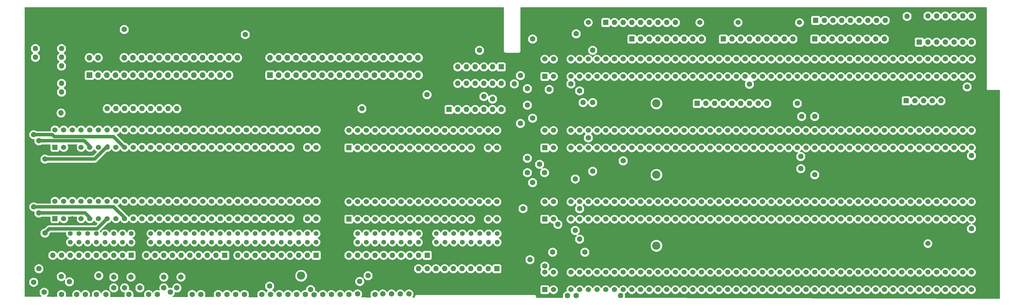
<source format=gbr>
G04 #@! TF.GenerationSoftware,KiCad,Pcbnew,(5.1.6)-1*
G04 #@! TF.CreationDate,2022-01-22T19:31:01+00:00*
G04 #@! TF.ProjectId,Daughterboard,44617567-6874-4657-9262-6f6172642e6b,rev?*
G04 #@! TF.SameCoordinates,Original*
G04 #@! TF.FileFunction,Copper,L3,Inr*
G04 #@! TF.FilePolarity,Positive*
%FSLAX46Y46*%
G04 Gerber Fmt 4.6, Leading zero omitted, Abs format (unit mm)*
G04 Created by KiCad (PCBNEW (5.1.6)-1) date 2022-01-22 19:31:01*
%MOMM*%
%LPD*%
G01*
G04 APERTURE LIST*
G04 #@! TA.AperFunction,ViaPad*
%ADD10C,1.524000*%
G04 #@! TD*
G04 #@! TA.AperFunction,ViaPad*
%ADD11R,1.524000X1.524000*%
G04 #@! TD*
G04 #@! TA.AperFunction,ViaPad*
%ADD12R,1.600000X1.600000*%
G04 #@! TD*
G04 #@! TA.AperFunction,ViaPad*
%ADD13C,1.600000*%
G04 #@! TD*
G04 #@! TA.AperFunction,ViaPad*
%ADD14O,1.600000X1.600000*%
G04 #@! TD*
G04 #@! TA.AperFunction,ViaPad*
%ADD15R,1.700000X1.700000*%
G04 #@! TD*
G04 #@! TA.AperFunction,ViaPad*
%ADD16O,1.700000X1.700000*%
G04 #@! TD*
G04 #@! TA.AperFunction,ViaPad*
%ADD17O,2.400000X2.400000*%
G04 #@! TD*
G04 #@! TA.AperFunction,ViaPad*
%ADD18R,2.400000X2.400000*%
G04 #@! TD*
G04 #@! TA.AperFunction,ViaPad*
%ADD19C,1.400000*%
G04 #@! TD*
G04 #@! TA.AperFunction,Conductor*
%ADD20C,1.000000*%
G04 #@! TD*
G04 #@! TA.AperFunction,Conductor*
%ADD21C,0.254000*%
G04 #@! TD*
G04 APERTURE END LIST*
D10*
G04 #@! TO.N,Net-(CN751-Pad2)*
G04 #@! TO.C,CN752*
X11811000Y-117475000D03*
G04 #@! TO.N,Net-(CN751-Pad3)*
X14351000Y-122555000D03*
G04 #@! TO.N,Net-(C783-Pad2)*
X14351000Y-117475000D03*
D11*
G04 #@! TO.N,Earth*
X11811000Y-122555000D03*
D10*
G04 #@! TO.N,+5V*
X16891000Y-122555000D03*
G04 #@! TO.N,+12V*
X32131000Y-122555000D03*
G04 #@! TO.N,Net-(C780-Pad2)*
X21971000Y-117475000D03*
G04 #@! TO.N,Net-(CN751-Pad11)*
X24511000Y-122555000D03*
G04 #@! TO.N,Net-(CN751-Pad20)*
X34671000Y-117475000D03*
G04 #@! TO.N,Net-(CN751-Pad21)*
X37211000Y-122555000D03*
G04 #@! TO.N,Net-(CN751-Pad22)*
X37211000Y-117475000D03*
G04 #@! TO.N,Net-(C775-Pad2)*
X39751000Y-117475000D03*
G04 #@! TO.N,Net-(CN751-Pad25)*
X42291000Y-122555000D03*
G04 #@! TO.N,Net-(CN751-Pad27)*
X44831000Y-122555000D03*
G04 #@! TO.N,Net-(CN751-Pad29)*
X47371000Y-122555000D03*
G04 #@! TO.N,Net-(C771-Pad2)*
X49911000Y-117475000D03*
G04 #@! TO.N,-12V*
X27051000Y-122555000D03*
G04 #@! TO.N,Net-(C772-Pad2)*
X47371000Y-117475000D03*
G04 #@! TO.N,Net-(CN751-Pad31)*
X49911000Y-122555000D03*
G04 #@! TO.N,Net-(CN751-Pad7)*
X19431000Y-122555000D03*
G04 #@! TO.N,-5V*
X21971000Y-122555000D03*
G04 #@! TO.N,Net-(CN751-Pad37)*
X57531000Y-122555000D03*
G04 #@! TO.N,Net-(C768-Pad2)*
X57531000Y-117475000D03*
G04 #@! TO.N,Net-(CN751-Pad39)*
X60071000Y-122555000D03*
G04 #@! TO.N,Net-(C781-Pad2)*
X19431000Y-117475000D03*
G04 #@! TO.N,Net-(C774-Pad2)*
X42291000Y-117475000D03*
G04 #@! TO.N,Net-(CN751-Pad33)*
X52451000Y-122555000D03*
G04 #@! TO.N,Net-(C767-Pad2)*
X60071000Y-117475000D03*
G04 #@! TO.N,Net-(C778-Pad2)*
X27051000Y-117475000D03*
G04 #@! TO.N,Net-(CN751-Pad35)*
X54991000Y-122555000D03*
G04 #@! TO.N,Net-(C773-Pad2)*
X44831000Y-117475000D03*
G04 #@! TO.N,Net-(C779-Pad2)*
X24511000Y-117475000D03*
G04 #@! TO.N,Net-(CN751-Pad15)*
X29591000Y-122555000D03*
G04 #@! TO.N,Net-(C770-Pad2)*
X52451000Y-117475000D03*
G04 #@! TO.N,Net-(C782-Pad2)*
X16891000Y-117475000D03*
G04 #@! TO.N,Net-(C776-Pad2)*
X32131000Y-117475000D03*
G04 #@! TO.N,Net-(CN751-Pad23)*
X39751000Y-122555000D03*
G04 #@! TO.N,Net-(C769-Pad2)*
X54991000Y-117475000D03*
G04 #@! TO.N,Net-(CN751-Pad41)*
X62611000Y-122555000D03*
G04 #@! TO.N,Net-(C777-Pad2)*
X29591000Y-117475000D03*
G04 #@! TO.N,Net-(C766-Pad2)*
X62611000Y-117475000D03*
G04 #@! TO.N,Earth*
X34671000Y-122555000D03*
G04 #@! TO.N,Net-(CN751-Pad55)*
X80391000Y-122555000D03*
G04 #@! TO.N,Net-(C761-Pad2)*
X75311000Y-117475000D03*
G04 #@! TO.N,Net-(CN751-Pad43)*
X65151000Y-122555000D03*
G04 #@! TO.N,Net-(CN751-Pad47)*
X70231000Y-122555000D03*
G04 #@! TO.N,Net-(CN751-Pad51)*
X75311000Y-122555000D03*
G04 #@! TO.N,Net-(CN751-Pad49)*
X72771000Y-122555000D03*
G04 #@! TO.N,Net-(C757-Pad2)*
X85471000Y-117475000D03*
G04 #@! TO.N,Net-(C765-Pad2)*
X65151000Y-117475000D03*
G04 #@! TO.N,Net-(C764-Pad2)*
X67691000Y-117475000D03*
G04 #@! TO.N,Net-(C763-Pad2)*
X70231000Y-117475000D03*
G04 #@! TO.N,Net-(C756-Pad2)*
X88011000Y-117475000D03*
G04 #@! TO.N,Earth*
X88011000Y-122555000D03*
G04 #@! TO.N,Net-(C760-Pad2)*
X77851000Y-117475000D03*
G04 #@! TO.N,+5V*
X82931000Y-122555000D03*
G04 #@! TO.N,Net-(C762-Pad2)*
X72771000Y-117475000D03*
G04 #@! TO.N,Net-(C759-Pad2)*
X80391000Y-117475000D03*
G04 #@! TO.N,Net-(CN751-Pad53)*
X77851000Y-122555000D03*
G04 #@! TO.N,Net-(C758-Pad2)*
X82931000Y-117475000D03*
G04 #@! TO.N,Net-(CN751-Pad59)*
X85471000Y-122555000D03*
G04 #@! TO.N,Net-(CN751-Pad45)*
X67691000Y-122555000D03*
G04 #@! TD*
G04 #@! TO.N,Earth*
G04 #@! TO.C,CN600*
X279146000Y-138176000D03*
X279146000Y-143256000D03*
G04 #@! TO.N,/Zorro/_SCS*
X276606000Y-138176000D03*
G04 #@! TO.N,/Zorro/_FCS*
X276606000Y-143256000D03*
G04 #@! TO.N,/Zorro/_PINT1*
X274066000Y-138176000D03*
G04 #@! TO.N,/Zorro/_EBCLR*
X274066000Y-143256000D03*
G04 #@! TO.N,/Zorro/_ERST*
X271526000Y-138176000D03*
G04 #@! TO.N,/Zorro/DOE*
X271526000Y-143256000D03*
G04 #@! TO.N,/Zorro/E7M*
X268986000Y-138176000D03*
G04 #@! TO.N,Net-(CN600-Pad91)*
X268986000Y-143256000D03*
G04 #@! TO.N,Earth*
X266446000Y-138176000D03*
X266446000Y-143256000D03*
X263906000Y-138176000D03*
X263906000Y-143256000D03*
G04 #@! TO.N,/Zorro/ED5*
X261366000Y-138176000D03*
G04 #@! TO.N,Earth*
X261366000Y-143256000D03*
G04 #@! TO.N,/Zorro/ED6*
X258826000Y-138176000D03*
G04 #@! TO.N,/Zorro/ED4*
X258826000Y-143256000D03*
G04 #@! TO.N,/Zorro/ED7*
X256286000Y-138176000D03*
G04 #@! TO.N,/Zorro/ED3*
X256286000Y-143256000D03*
G04 #@! TO.N,/Zorro/ED8*
X253746000Y-138176000D03*
G04 #@! TO.N,/Zorro/ED2*
X253746000Y-143256000D03*
G04 #@! TO.N,/Zorro/ED9*
X251206000Y-138176000D03*
G04 #@! TO.N,/Zorro/ED1*
X251206000Y-143256000D03*
G04 #@! TO.N,/Zorro/ED10*
X248666000Y-138176000D03*
G04 #@! TO.N,/Zorro/ED0*
X248666000Y-143256000D03*
G04 #@! TO.N,/Zorro/_CCS*
X246126000Y-138176000D03*
G04 #@! TO.N,Earth*
X246126000Y-143256000D03*
G04 #@! TO.N,/Zorro/_EDSH*
X243586000Y-138176000D03*
G04 #@! TO.N,/Zorro/ED11*
X243586000Y-143256000D03*
G04 #@! TO.N,/Zorro/_EDSL*
X241046000Y-138176000D03*
G04 #@! TO.N,/Zorro/ED12*
X241046000Y-143256000D03*
G04 #@! TO.N,/Zorro/READ*
X238506000Y-138176000D03*
G04 #@! TO.N,/Zorro/ED13*
X238506000Y-143256000D03*
G04 #@! TO.N,/Zorro/_DTACK*
X235966000Y-138176000D03*
G04 #@! TO.N,/Zorro/ED14*
X235966000Y-143256000D03*
G04 #@! TO.N,Net-(CN600-Pad64)*
X233426000Y-138176000D03*
G04 #@! TO.N,/Zorro/ED15*
X233426000Y-143256000D03*
G04 #@! TO.N,/Zorro/_EBGACK*
X230886000Y-138176000D03*
G04 #@! TO.N,Earth*
X230886000Y-143256000D03*
G04 #@! TO.N,Net-(CN600-Pad60)*
X228346000Y-138176000D03*
G04 #@! TO.N,/Zorro/EA23*
X228346000Y-143256000D03*
G04 #@! TO.N,/Zorro/EA21*
X225806000Y-138176000D03*
G04 #@! TO.N,/Zorro/EA22*
X225806000Y-143256000D03*
G04 #@! TO.N,/Zorro/EA20*
X223266000Y-138176000D03*
G04 #@! TO.N,/Zorro/_EHLT*
X223266000Y-143256000D03*
G04 #@! TO.N,/Zorro/EA19*
X220726000Y-138176000D03*
G04 #@! TO.N,/Zorro/_RESET*
X220726000Y-143256000D03*
G04 #@! TO.N,/Zorro/EA18*
X218186000Y-138176000D03*
G04 #@! TO.N,/Zorro/_CINT*
X218186000Y-143256000D03*
G04 #@! TO.N,/Zorro/ECLK*
X215646000Y-138176000D03*
G04 #@! TO.N,Earth*
X215646000Y-143256000D03*
G04 #@! TO.N,/Zorro/_MTACK*
X213106000Y-138176000D03*
G04 #@! TO.N,/Zorro/EA17*
X213106000Y-143256000D03*
G04 #@! TO.N,/Zorro/_BINT*
X210566000Y-138176000D03*
G04 #@! TO.N,/Zorro/EA16*
X210566000Y-143256000D03*
G04 #@! TO.N,/Zorro/_PINT4*
X208026000Y-138176000D03*
G04 #@! TO.N,/Zorro/EA15*
X208026000Y-143256000D03*
G04 #@! TO.N,/Zorro/_PINT5*
X205486000Y-138176000D03*
G04 #@! TO.N,/Zorro/EA14*
X205486000Y-143256000D03*
G04 #@! TO.N,/Zorro/_PINT7*
X202946000Y-138176000D03*
G04 #@! TO.N,/Zorro/EA13*
X202946000Y-143256000D03*
G04 #@! TO.N,/Zorro/EA12*
X200406000Y-138176000D03*
G04 #@! TO.N,Earth*
X200406000Y-143256000D03*
G04 #@! TO.N,/Zorro/EA11*
X197866000Y-138176000D03*
G04 #@! TO.N,/Zorro/MS2*
X197866000Y-143256000D03*
G04 #@! TO.N,/Zorro/EA10*
X195326000Y-138176000D03*
G04 #@! TO.N,/Zorro/MS1*
X195326000Y-143256000D03*
G04 #@! TO.N,/Zorro/EA9*
X192786000Y-138176000D03*
G04 #@! TO.N,/Zorro/MS0*
X192786000Y-143256000D03*
G04 #@! TO.N,/Zorro/EA8*
X190246000Y-138176000D03*
G04 #@! TO.N,/Zorro/EA1*
X190246000Y-143256000D03*
G04 #@! TO.N,/Zorro/EA7*
X187706000Y-138176000D03*
G04 #@! TO.N,/Zorro/EA2*
X187706000Y-143256000D03*
G04 #@! TO.N,/Zorro/EA3*
X185166000Y-138176000D03*
G04 #@! TO.N,Earth*
X185166000Y-143256000D03*
G04 #@! TO.N,/Zorro/EA4*
X182626000Y-138176000D03*
G04 #@! TO.N,/Zorro/EA6*
X182626000Y-143256000D03*
G04 #@! TO.N,/Zorro/_INT6*
X180086000Y-138176000D03*
G04 #@! TO.N,/Zorro/EA5*
X180086000Y-143256000D03*
G04 #@! TO.N,-12V*
X177546000Y-138176000D03*
G04 #@! TO.N,/Zorro/_INT2*
X177546000Y-143256000D03*
G04 #@! TO.N,/Zorro/_MTCR*
X175006000Y-138176000D03*
G04 #@! TO.N,/Zorro/_OVR*
X175006000Y-143256000D03*
G04 #@! TO.N,/Zorro/_EC1*
X172466000Y-138176000D03*
G04 #@! TO.N,/Zorro/ECDAC*
X172466000Y-143256000D03*
G04 #@! TO.N,/Zorro/EC3*
X169926000Y-138176000D03*
G04 #@! TO.N,Earth*
X169926000Y-143256000D03*
G04 #@! TO.N,Net-(CN600-Pad12)*
X167386000Y-138176000D03*
G04 #@! TO.N,Net-(CN600-Pad11)*
X167386000Y-143256000D03*
G04 #@! TO.N,+12V*
X164846000Y-138176000D03*
G04 #@! TO.N,Net-(CN600-Pad9)*
X164846000Y-143256000D03*
G04 #@! TO.N,-5V*
X162306000Y-138176000D03*
G04 #@! TO.N,/Zorro/_OWN*
X162306000Y-143256000D03*
G04 #@! TO.N,+5V*
X159766000Y-138176000D03*
X159766000Y-143256000D03*
G04 #@! TO.N,Earth*
X157226000Y-138176000D03*
X157226000Y-143256000D03*
X154686000Y-138176000D03*
D11*
X154686000Y-143256000D03*
G04 #@! TD*
D10*
G04 #@! TO.N,Earth*
G04 #@! TO.C,CN603*
X279146000Y-75946000D03*
X279146000Y-81026000D03*
G04 #@! TO.N,/Zorro/_SCS*
X276606000Y-75946000D03*
G04 #@! TO.N,/Zorro/_FCS*
X276606000Y-81026000D03*
G04 #@! TO.N,/Zorro/_PINT1*
X274066000Y-75946000D03*
G04 #@! TO.N,/Zorro/_EBCLR*
X274066000Y-81026000D03*
G04 #@! TO.N,/Zorro/_ERST*
X271526000Y-75946000D03*
G04 #@! TO.N,/Zorro/DOE*
X271526000Y-81026000D03*
G04 #@! TO.N,/Zorro/E7M*
X268986000Y-75946000D03*
G04 #@! TO.N,Net-(CN603-Pad91)*
X268986000Y-81026000D03*
G04 #@! TO.N,Earth*
X266446000Y-75946000D03*
X266446000Y-81026000D03*
X263906000Y-75946000D03*
X263906000Y-81026000D03*
G04 #@! TO.N,/Zorro/ED5*
X261366000Y-75946000D03*
G04 #@! TO.N,Earth*
X261366000Y-81026000D03*
G04 #@! TO.N,/Zorro/ED6*
X258826000Y-75946000D03*
G04 #@! TO.N,/Zorro/ED4*
X258826000Y-81026000D03*
G04 #@! TO.N,/Zorro/ED7*
X256286000Y-75946000D03*
G04 #@! TO.N,/Zorro/ED3*
X256286000Y-81026000D03*
G04 #@! TO.N,/Zorro/ED8*
X253746000Y-75946000D03*
G04 #@! TO.N,/Zorro/ED2*
X253746000Y-81026000D03*
G04 #@! TO.N,/Zorro/ED9*
X251206000Y-75946000D03*
G04 #@! TO.N,/Zorro/ED1*
X251206000Y-81026000D03*
G04 #@! TO.N,/Zorro/ED10*
X248666000Y-75946000D03*
G04 #@! TO.N,/Zorro/ED0*
X248666000Y-81026000D03*
G04 #@! TO.N,/Zorro/_CCS*
X246126000Y-75946000D03*
G04 #@! TO.N,Earth*
X246126000Y-81026000D03*
G04 #@! TO.N,/Zorro/_EDSH*
X243586000Y-75946000D03*
G04 #@! TO.N,/Zorro/ED11*
X243586000Y-81026000D03*
G04 #@! TO.N,/Zorro/_EDSL*
X241046000Y-75946000D03*
G04 #@! TO.N,/Zorro/ED12*
X241046000Y-81026000D03*
G04 #@! TO.N,/Zorro/READ*
X238506000Y-75946000D03*
G04 #@! TO.N,/Zorro/ED13*
X238506000Y-81026000D03*
G04 #@! TO.N,/Zorro/_DTACK*
X235966000Y-75946000D03*
G04 #@! TO.N,/Zorro/ED14*
X235966000Y-81026000D03*
G04 #@! TO.N,/Video & ISA/_EBG3*
X233426000Y-75946000D03*
G04 #@! TO.N,/Zorro/ED15*
X233426000Y-81026000D03*
G04 #@! TO.N,/Zorro/_EBGACK*
X230886000Y-75946000D03*
G04 #@! TO.N,Earth*
X230886000Y-81026000D03*
G04 #@! TO.N,/Video & ISA/_EBR3*
X228346000Y-75946000D03*
G04 #@! TO.N,/Zorro/EA23*
X228346000Y-81026000D03*
G04 #@! TO.N,/Zorro/EA21*
X225806000Y-75946000D03*
G04 #@! TO.N,/Zorro/EA22*
X225806000Y-81026000D03*
G04 #@! TO.N,/Zorro/EA20*
X223266000Y-75946000D03*
G04 #@! TO.N,/Zorro/_EHLT*
X223266000Y-81026000D03*
G04 #@! TO.N,/Zorro/EA19*
X220726000Y-75946000D03*
G04 #@! TO.N,/Zorro/_RESET*
X220726000Y-81026000D03*
G04 #@! TO.N,/Zorro/EA18*
X218186000Y-75946000D03*
G04 #@! TO.N,/Zorro/_CINT*
X218186000Y-81026000D03*
G04 #@! TO.N,/Zorro/ECLK*
X215646000Y-75946000D03*
G04 #@! TO.N,Earth*
X215646000Y-81026000D03*
G04 #@! TO.N,/Zorro/_MTACK*
X213106000Y-75946000D03*
G04 #@! TO.N,/Zorro/EA17*
X213106000Y-81026000D03*
G04 #@! TO.N,/Zorro/_BINT*
X210566000Y-75946000D03*
G04 #@! TO.N,/Zorro/EA16*
X210566000Y-81026000D03*
G04 #@! TO.N,/Zorro/_PINT4*
X208026000Y-75946000D03*
G04 #@! TO.N,/Zorro/EA15*
X208026000Y-81026000D03*
G04 #@! TO.N,/Zorro/_PINT5*
X205486000Y-75946000D03*
G04 #@! TO.N,/Zorro/EA14*
X205486000Y-81026000D03*
G04 #@! TO.N,/Zorro/_PINT7*
X202946000Y-75946000D03*
G04 #@! TO.N,/Zorro/EA13*
X202946000Y-81026000D03*
G04 #@! TO.N,/Zorro/EA12*
X200406000Y-75946000D03*
G04 #@! TO.N,Earth*
X200406000Y-81026000D03*
G04 #@! TO.N,/Zorro/EA11*
X197866000Y-75946000D03*
G04 #@! TO.N,/Zorro/MS2*
X197866000Y-81026000D03*
G04 #@! TO.N,/Zorro/EA10*
X195326000Y-75946000D03*
G04 #@! TO.N,/Zorro/MS1*
X195326000Y-81026000D03*
G04 #@! TO.N,/Zorro/EA9*
X192786000Y-75946000D03*
G04 #@! TO.N,/Zorro/MS0*
X192786000Y-81026000D03*
G04 #@! TO.N,/Zorro/EA8*
X190246000Y-75946000D03*
G04 #@! TO.N,/Zorro/EA1*
X190246000Y-81026000D03*
G04 #@! TO.N,/Zorro/EA7*
X187706000Y-75946000D03*
G04 #@! TO.N,/Zorro/EA2*
X187706000Y-81026000D03*
G04 #@! TO.N,/Zorro/EA3*
X185166000Y-75946000D03*
G04 #@! TO.N,Earth*
X185166000Y-81026000D03*
G04 #@! TO.N,/Zorro/EA4*
X182626000Y-75946000D03*
G04 #@! TO.N,/Zorro/EA6*
X182626000Y-81026000D03*
G04 #@! TO.N,/Zorro/_INT6*
X180086000Y-75946000D03*
G04 #@! TO.N,/Zorro/EA5*
X180086000Y-81026000D03*
G04 #@! TO.N,-12V*
X177546000Y-75946000D03*
G04 #@! TO.N,/Zorro/_INT2*
X177546000Y-81026000D03*
G04 #@! TO.N,/Zorro/_MTCR*
X175006000Y-75946000D03*
G04 #@! TO.N,/Zorro/_OVR*
X175006000Y-81026000D03*
G04 #@! TO.N,/Zorro/_EC1*
X172466000Y-75946000D03*
G04 #@! TO.N,/Zorro/ECDAC*
X172466000Y-81026000D03*
G04 #@! TO.N,/Zorro/EC3*
X169926000Y-75946000D03*
G04 #@! TO.N,Earth*
X169926000Y-81026000D03*
G04 #@! TO.N,Net-(CN603-Pad12)*
X167386000Y-75946000D03*
G04 #@! TO.N,Net-(CN603-Pad11)*
X167386000Y-81026000D03*
G04 #@! TO.N,+12V*
X164846000Y-75946000D03*
G04 #@! TO.N,/Video & ISA/_SLAVE3*
X164846000Y-81026000D03*
G04 #@! TO.N,-5V*
X162306000Y-75946000D03*
G04 #@! TO.N,/Zorro/_OWN*
X162306000Y-81026000D03*
G04 #@! TO.N,+5V*
X159766000Y-75946000D03*
X159766000Y-81026000D03*
G04 #@! TO.N,Earth*
X157226000Y-75946000D03*
X157226000Y-81026000D03*
X154686000Y-75946000D03*
D11*
X154686000Y-81026000D03*
G04 #@! TD*
D12*
G04 #@! TO.N,+5V*
G04 #@! TO.C,C751*
X19558000Y-139192000D03*
D13*
G04 #@! TO.N,Earth*
X24558000Y-139192000D03*
G04 #@! TD*
D10*
G04 #@! TO.N,Net-(CN754-Pad27)*
G04 #@! TO.C,CN755*
X130556000Y-122682000D03*
G04 #@! TO.N,Net-(C793-Pad2)*
X125476000Y-117602000D03*
G04 #@! TO.N,Net-(C788-Pad2)*
X107696000Y-117602000D03*
G04 #@! TO.N,Net-(C789-Pad2)*
X110236000Y-117602000D03*
G04 #@! TO.N,Net-(C792-Pad2)*
X122936000Y-117602000D03*
G04 #@! TO.N,Net-(C786-Pad2)*
X102616000Y-117602000D03*
G04 #@! TO.N,Net-(C797-Pad2)*
X135636000Y-117602000D03*
G04 #@! TO.N,Net-(CN754-Pad20)*
X120396000Y-117602000D03*
G04 #@! TO.N,Net-(CN754-Pad11)*
X110236000Y-122682000D03*
G04 #@! TO.N,Net-(C791-Pad2)*
X115316000Y-117602000D03*
G04 #@! TO.N,Net-(CN754-Pad33)*
X138176000Y-122682000D03*
G04 #@! TO.N,Net-(C795-Pad2)*
X130556000Y-117602000D03*
G04 #@! TO.N,Net-(C787-Pad2)*
X105156000Y-117602000D03*
G04 #@! TO.N,Net-(C794-Pad2)*
X128016000Y-117602000D03*
G04 #@! TO.N,+5V*
X135636000Y-122682000D03*
G04 #@! TO.N,Net-(C798-Pad2)*
X138176000Y-117602000D03*
G04 #@! TO.N,Net-(CN754-Pad19)*
X120396000Y-122682000D03*
G04 #@! TO.N,Net-(CN754-Pad18)*
X117856000Y-117602000D03*
G04 #@! TO.N,Net-(CN754-Pad25)*
X128016000Y-122682000D03*
G04 #@! TO.N,Net-(CN754-Pad21)*
X122936000Y-122682000D03*
G04 #@! TO.N,Net-(CN754-Pad23)*
X125476000Y-122682000D03*
G04 #@! TO.N,Net-(CN754-Pad9)*
X107696000Y-122682000D03*
G04 #@! TO.N,Net-(C790-Pad2)*
X112776000Y-117602000D03*
G04 #@! TO.N,Net-(C796-Pad2)*
X133096000Y-117602000D03*
G04 #@! TO.N,Net-(C799-Pad2)*
X140716000Y-117602000D03*
G04 #@! TO.N,Net-(CN754-Pad15)*
X115316000Y-122682000D03*
G04 #@! TO.N,Earth*
X140716000Y-122682000D03*
G04 #@! TO.N,Net-(CN754-Pad7)*
X105156000Y-122682000D03*
G04 #@! TO.N,Net-(CN754-Pad13)*
X112776000Y-122682000D03*
G04 #@! TO.N,Net-(CN754-Pad29)*
X133096000Y-122682000D03*
G04 #@! TO.N,Net-(CN754-Pad17)*
X117856000Y-122682000D03*
G04 #@! TO.N,Net-(CN754-Pad5)*
X102616000Y-122682000D03*
G04 #@! TO.N,Net-(CN754-Pad3)*
X100076000Y-122682000D03*
G04 #@! TO.N,Net-(C785-Pad2)*
X100076000Y-117602000D03*
G04 #@! TO.N,Net-(C784-Pad2)*
X97536000Y-117602000D03*
D11*
G04 #@! TO.N,Net-(CN754-Pad1)*
X97536000Y-122682000D03*
G04 #@! TD*
D14*
G04 #@! TO.N,Net-(RP752-Pad10)*
G04 #@! TO.C,RP752*
X117856000Y-137160000D03*
G04 #@! TO.N,Net-(C792-Pad1)*
X120396000Y-137160000D03*
G04 #@! TO.N,Net-(C793-Pad1)*
X122936000Y-137160000D03*
G04 #@! TO.N,Net-(C794-Pad1)*
X125476000Y-137160000D03*
G04 #@! TO.N,Net-(C795-Pad1)*
X128016000Y-137160000D03*
G04 #@! TO.N,Net-(C796-Pad1)*
X130556000Y-137160000D03*
G04 #@! TO.N,Net-(C797-Pad1)*
X133096000Y-137160000D03*
G04 #@! TO.N,Net-(C798-Pad1)*
X135636000Y-137160000D03*
G04 #@! TO.N,Net-(C799-Pad1)*
X138176000Y-137160000D03*
D12*
G04 #@! TO.N,Earth*
X140716000Y-137160000D03*
G04 #@! TD*
D14*
G04 #@! TO.N,Net-(C756-Pad1)*
G04 #@! TO.C,RP753*
X97536000Y-133223000D03*
G04 #@! TO.N,Net-(C784-Pad1)*
X100076000Y-133223000D03*
G04 #@! TO.N,Net-(C785-Pad1)*
X102616000Y-133223000D03*
G04 #@! TO.N,Net-(C786-Pad1)*
X105156000Y-133223000D03*
G04 #@! TO.N,Net-(C787-Pad1)*
X107696000Y-133223000D03*
G04 #@! TO.N,Net-(C788-Pad1)*
X110236000Y-133223000D03*
G04 #@! TO.N,Net-(C789-Pad1)*
X112776000Y-133223000D03*
G04 #@! TO.N,Net-(C790-Pad1)*
X115316000Y-133223000D03*
G04 #@! TO.N,Net-(C791-Pad1)*
X117856000Y-133223000D03*
D12*
G04 #@! TO.N,Earth*
X120396000Y-133223000D03*
G04 #@! TD*
D13*
G04 #@! TO.N,Earth*
G04 #@! TO.C,C458*
X33956000Y-139573000D03*
G04 #@! TO.N,/Video & ISA/_C4*
X28956000Y-139573000D03*
G04 #@! TD*
G04 #@! TO.N,Earth*
G04 #@! TO.C,C752*
X13636000Y-139446000D03*
G04 #@! TO.N,+5V*
X8636000Y-139446000D03*
G04 #@! TD*
G04 #@! TO.N,Earth*
G04 #@! TO.C,C753*
X48561000Y-139573000D03*
G04 #@! TO.N,-5V*
X43561000Y-139573000D03*
G04 #@! TD*
G04 #@! TO.N,Earth*
G04 #@! TO.C,C754*
X154606000Y-109093000D03*
G04 #@! TO.N,-12V*
X149606000Y-109093000D03*
G04 #@! TD*
G04 #@! TO.N,Earth*
G04 #@! TO.C,C849*
X120316000Y-86360000D03*
G04 #@! TO.N,+5V*
X115316000Y-86360000D03*
G04 #@! TD*
D15*
G04 #@! TO.N,Net-(CN451-Pad1)*
G04 #@! TO.C,CN451*
X21844000Y-80645000D03*
D16*
G04 #@! TO.N,/Video & ISA/_HSYNC*
X47244000Y-75565000D03*
G04 #@! TO.N,/Video & ISA/G3*
X54864000Y-80645000D03*
G04 #@! TO.N,/Video & ISA/B0*
X49784000Y-80645000D03*
G04 #@! TO.N,/Video & ISA/B3*
X52324000Y-80645000D03*
G04 #@! TO.N,/Video & ISA/_VC1*
X62484000Y-75565000D03*
G04 #@! TO.N,/Video & ISA/_C4*
X44704000Y-80645000D03*
G04 #@! TO.N,Earth*
X59944000Y-75565000D03*
G04 #@! TO.N,Net-(CN451-Pad5)*
X26924000Y-80645000D03*
G04 #@! TO.N,Earth*
X47244000Y-80645000D03*
G04 #@! TO.N,/Video & ISA/INTCLK*
X62484000Y-80645000D03*
G04 #@! TO.N,/Video & ISA/AGREEN*
X34544000Y-80645000D03*
G04 #@! TO.N,/Video & ISA/PSTROBE*
X65024000Y-75565000D03*
G04 #@! TO.N,+5V*
X26924000Y-75565000D03*
G04 #@! TO.N,/Video & ISA/BURST*
X42164000Y-75565000D03*
G04 #@! TO.N,+5V*
X29464000Y-75565000D03*
G04 #@! TO.N,Earth*
X44704000Y-75565000D03*
G04 #@! TO.N,Net-(CN451-Pad2)*
X21844000Y-75565000D03*
G04 #@! TO.N,/Video & ISA/_BCSYNC*
X37084000Y-75565000D03*
G04 #@! TO.N,/Video & ISA/FLTLEFT*
X24384000Y-80645000D03*
G04 #@! TO.N,/Video & ISA/ABLUE*
X39624000Y-80645000D03*
G04 #@! TO.N,Earth*
X49784000Y-75565000D03*
G04 #@! TO.N,/Video & ISA/ARED*
X29464000Y-80645000D03*
G04 #@! TO.N,Earth*
X42164000Y-80645000D03*
G04 #@! TO.N,-5V*
X59944000Y-80645000D03*
G04 #@! TO.N,+5V*
X65024000Y-80645000D03*
G04 #@! TO.N,/Video & ISA/_XCLKEN*
X39624000Y-75565000D03*
G04 #@! TO.N,/Video & ISA/R3*
X57404000Y-80645000D03*
G04 #@! TO.N,/Video & ISA/PIXELSW*
X57404000Y-75565000D03*
G04 #@! TO.N,/Video & ISA/_VSYNC*
X52324000Y-75565000D03*
G04 #@! TO.N,Earth*
X37084000Y-80645000D03*
X32004000Y-80645000D03*
G04 #@! TO.N,/Video & ISA/BSYNC*
X54864000Y-75565000D03*
G04 #@! TO.N,/Video & ISA/FLTRIGHT*
X24384000Y-75565000D03*
G04 #@! TO.N,+12V*
X32004000Y-75565000D03*
G04 #@! TO.N,Earth*
X34544000Y-75565000D03*
G04 #@! TD*
D15*
G04 #@! TO.N,Earth*
G04 #@! TO.C,CN452*
X74549000Y-80645000D03*
D16*
X99949000Y-75565000D03*
G04 #@! TO.N,/Video & ISA/PPD4*
X107569000Y-80645000D03*
G04 #@! TO.N,/Video & ISA/PPD0*
X102489000Y-80645000D03*
G04 #@! TO.N,/Video & ISA/PPD2*
X105029000Y-80645000D03*
G04 #@! TO.N,AUDIO*
X115189000Y-75565000D03*
G04 #@! TO.N,/Video & ISA/_LPEN*
X97409000Y-80645000D03*
G04 #@! TO.N,Earth*
X112649000Y-75565000D03*
X79629000Y-80645000D03*
G04 #@! TO.N,/Video & ISA/PSEL*
X99949000Y-80645000D03*
G04 #@! TO.N,/Video & ISA/RAWLEFT*
X115189000Y-80645000D03*
G04 #@! TO.N,/Video & ISA/B2*
X87249000Y-80645000D03*
G04 #@! TO.N,AUDIO*
X117729000Y-75565000D03*
G04 #@! TO.N,/Video & ISA/G0*
X79629000Y-75565000D03*
G04 #@! TO.N,/Video & ISA/PBUSY*
X94869000Y-75565000D03*
G04 #@! TO.N,/Video & ISA/G2*
X82169000Y-75565000D03*
G04 #@! TO.N,/Video & ISA/_PACK*
X97409000Y-75565000D03*
G04 #@! TO.N,/Video & ISA/R0*
X74549000Y-75565000D03*
G04 #@! TO.N,/Video & ISA/TBASE*
X89789000Y-75565000D03*
G04 #@! TO.N,/Video & ISA/R1*
X77089000Y-80645000D03*
G04 #@! TO.N,/Video & ISA/VCDAC*
X92329000Y-80645000D03*
G04 #@! TO.N,/Video & ISA/PPD1*
X102489000Y-75565000D03*
G04 #@! TO.N,/Video & ISA/G1*
X82169000Y-80645000D03*
G04 #@! TO.N,/Video & ISA/VC3*
X94869000Y-80645000D03*
G04 #@! TO.N,/Video & ISA/_LED*
X112649000Y-80645000D03*
G04 #@! TO.N,/Video & ISA/RAWRIGHT*
X117729000Y-80645000D03*
G04 #@! TO.N,/Video & ISA/PPOUT*
X92329000Y-75565000D03*
G04 #@! TO.N,/Video & ISA/PPD6*
X110109000Y-80645000D03*
G04 #@! TO.N,/Video & ISA/PPD7*
X110109000Y-75565000D03*
G04 #@! TO.N,/Video & ISA/PPD3*
X105029000Y-75565000D03*
G04 #@! TO.N,/Video & ISA/BCOMP*
X89789000Y-80645000D03*
G04 #@! TO.N,Earth*
X84709000Y-80645000D03*
G04 #@! TO.N,/Video & ISA/PPD5*
X107569000Y-75565000D03*
G04 #@! TO.N,/Video & ISA/R2*
X77089000Y-75565000D03*
G04 #@! TO.N,/Video & ISA/B1*
X84709000Y-75565000D03*
G04 #@! TO.N,Earth*
X87249000Y-75565000D03*
G04 #@! TD*
D10*
G04 #@! TO.N,Net-(CN751-Pad2)*
G04 #@! TO.C,CN751*
X11811000Y-96647000D03*
G04 #@! TO.N,Net-(CN751-Pad3)*
X14351000Y-101727000D03*
G04 #@! TO.N,Net-(C783-Pad2)*
X14351000Y-96647000D03*
D11*
G04 #@! TO.N,Earth*
X11811000Y-101727000D03*
D10*
G04 #@! TO.N,+5V*
X16891000Y-101727000D03*
G04 #@! TO.N,+12V*
X32131000Y-101727000D03*
G04 #@! TO.N,Net-(C780-Pad2)*
X21971000Y-96647000D03*
G04 #@! TO.N,Net-(CN751-Pad11)*
X24511000Y-101727000D03*
G04 #@! TO.N,Net-(CN751-Pad20)*
X34671000Y-96647000D03*
G04 #@! TO.N,Net-(CN751-Pad21)*
X37211000Y-101727000D03*
G04 #@! TO.N,Net-(CN751-Pad22)*
X37211000Y-96647000D03*
G04 #@! TO.N,Net-(C775-Pad2)*
X39751000Y-96647000D03*
G04 #@! TO.N,Net-(CN751-Pad25)*
X42291000Y-101727000D03*
G04 #@! TO.N,Net-(CN751-Pad27)*
X44831000Y-101727000D03*
G04 #@! TO.N,Net-(CN751-Pad29)*
X47371000Y-101727000D03*
G04 #@! TO.N,Net-(C771-Pad2)*
X49911000Y-96647000D03*
G04 #@! TO.N,-12V*
X27051000Y-101727000D03*
G04 #@! TO.N,Net-(C772-Pad2)*
X47371000Y-96647000D03*
G04 #@! TO.N,Net-(CN751-Pad31)*
X49911000Y-101727000D03*
G04 #@! TO.N,Net-(CN751-Pad7)*
X19431000Y-101727000D03*
G04 #@! TO.N,-5V*
X21971000Y-101727000D03*
G04 #@! TO.N,Net-(CN751-Pad37)*
X57531000Y-101727000D03*
G04 #@! TO.N,Net-(C768-Pad2)*
X57531000Y-96647000D03*
G04 #@! TO.N,Net-(CN751-Pad39)*
X60071000Y-101727000D03*
G04 #@! TO.N,Net-(C781-Pad2)*
X19431000Y-96647000D03*
G04 #@! TO.N,Net-(C774-Pad2)*
X42291000Y-96647000D03*
G04 #@! TO.N,Net-(CN751-Pad33)*
X52451000Y-101727000D03*
G04 #@! TO.N,Net-(C767-Pad2)*
X60071000Y-96647000D03*
G04 #@! TO.N,Net-(C778-Pad2)*
X27051000Y-96647000D03*
G04 #@! TO.N,Net-(CN751-Pad35)*
X54991000Y-101727000D03*
G04 #@! TO.N,Net-(C773-Pad2)*
X44831000Y-96647000D03*
G04 #@! TO.N,Net-(C779-Pad2)*
X24511000Y-96647000D03*
G04 #@! TO.N,Net-(CN751-Pad15)*
X29591000Y-101727000D03*
G04 #@! TO.N,Net-(C770-Pad2)*
X52451000Y-96647000D03*
G04 #@! TO.N,Net-(C782-Pad2)*
X16891000Y-96647000D03*
G04 #@! TO.N,Net-(C776-Pad2)*
X32131000Y-96647000D03*
G04 #@! TO.N,Net-(CN751-Pad23)*
X39751000Y-101727000D03*
G04 #@! TO.N,Net-(C769-Pad2)*
X54991000Y-96647000D03*
G04 #@! TO.N,Net-(CN751-Pad41)*
X62611000Y-101727000D03*
G04 #@! TO.N,Net-(C777-Pad2)*
X29591000Y-96647000D03*
G04 #@! TO.N,Net-(C766-Pad2)*
X62611000Y-96647000D03*
G04 #@! TO.N,Earth*
X34671000Y-101727000D03*
G04 #@! TO.N,Net-(CN751-Pad55)*
X80391000Y-101727000D03*
G04 #@! TO.N,Net-(C761-Pad2)*
X75311000Y-96647000D03*
G04 #@! TO.N,Net-(CN751-Pad43)*
X65151000Y-101727000D03*
G04 #@! TO.N,Net-(CN751-Pad47)*
X70231000Y-101727000D03*
G04 #@! TO.N,Net-(CN751-Pad51)*
X75311000Y-101727000D03*
G04 #@! TO.N,Net-(CN751-Pad49)*
X72771000Y-101727000D03*
G04 #@! TO.N,Net-(C757-Pad2)*
X85471000Y-96647000D03*
G04 #@! TO.N,Net-(C765-Pad2)*
X65151000Y-96647000D03*
G04 #@! TO.N,Net-(C764-Pad2)*
X67691000Y-96647000D03*
G04 #@! TO.N,Net-(C763-Pad2)*
X70231000Y-96647000D03*
G04 #@! TO.N,Net-(C756-Pad2)*
X88011000Y-96647000D03*
G04 #@! TO.N,Earth*
X88011000Y-101727000D03*
G04 #@! TO.N,Net-(C760-Pad2)*
X77851000Y-96647000D03*
G04 #@! TO.N,+5V*
X82931000Y-101727000D03*
G04 #@! TO.N,Net-(C762-Pad2)*
X72771000Y-96647000D03*
G04 #@! TO.N,Net-(C759-Pad2)*
X80391000Y-96647000D03*
G04 #@! TO.N,Net-(CN751-Pad53)*
X77851000Y-101727000D03*
G04 #@! TO.N,Net-(C758-Pad2)*
X82931000Y-96647000D03*
G04 #@! TO.N,Net-(CN751-Pad59)*
X85471000Y-101727000D03*
G04 #@! TO.N,Net-(CN751-Pad45)*
X67691000Y-101727000D03*
G04 #@! TD*
G04 #@! TO.N,Net-(CN754-Pad27)*
G04 #@! TO.C,CN754*
X130556000Y-101854000D03*
G04 #@! TO.N,Net-(C793-Pad2)*
X125476000Y-96774000D03*
G04 #@! TO.N,Net-(C788-Pad2)*
X107696000Y-96774000D03*
G04 #@! TO.N,Net-(C789-Pad2)*
X110236000Y-96774000D03*
G04 #@! TO.N,Net-(C792-Pad2)*
X122936000Y-96774000D03*
G04 #@! TO.N,Net-(C786-Pad2)*
X102616000Y-96774000D03*
G04 #@! TO.N,Net-(C797-Pad2)*
X135636000Y-96774000D03*
G04 #@! TO.N,Net-(CN754-Pad20)*
X120396000Y-96774000D03*
G04 #@! TO.N,Net-(CN754-Pad11)*
X110236000Y-101854000D03*
G04 #@! TO.N,Net-(C791-Pad2)*
X115316000Y-96774000D03*
G04 #@! TO.N,Net-(CN754-Pad33)*
X138176000Y-101854000D03*
G04 #@! TO.N,Net-(C795-Pad2)*
X130556000Y-96774000D03*
G04 #@! TO.N,Net-(C787-Pad2)*
X105156000Y-96774000D03*
G04 #@! TO.N,Net-(C794-Pad2)*
X128016000Y-96774000D03*
G04 #@! TO.N,+5V*
X135636000Y-101854000D03*
G04 #@! TO.N,Net-(C798-Pad2)*
X138176000Y-96774000D03*
G04 #@! TO.N,Net-(CN754-Pad19)*
X120396000Y-101854000D03*
G04 #@! TO.N,Net-(CN754-Pad18)*
X117856000Y-96774000D03*
G04 #@! TO.N,Net-(CN754-Pad25)*
X128016000Y-101854000D03*
G04 #@! TO.N,Net-(CN754-Pad21)*
X122936000Y-101854000D03*
G04 #@! TO.N,Net-(CN754-Pad23)*
X125476000Y-101854000D03*
G04 #@! TO.N,Net-(CN754-Pad9)*
X107696000Y-101854000D03*
G04 #@! TO.N,Net-(C790-Pad2)*
X112776000Y-96774000D03*
G04 #@! TO.N,Net-(C796-Pad2)*
X133096000Y-96774000D03*
G04 #@! TO.N,Net-(C799-Pad2)*
X140716000Y-96774000D03*
G04 #@! TO.N,Net-(CN754-Pad15)*
X115316000Y-101854000D03*
G04 #@! TO.N,Earth*
X140716000Y-101854000D03*
G04 #@! TO.N,Net-(CN754-Pad7)*
X105156000Y-101854000D03*
G04 #@! TO.N,Net-(CN754-Pad13)*
X112776000Y-101854000D03*
G04 #@! TO.N,Net-(CN754-Pad29)*
X133096000Y-101854000D03*
G04 #@! TO.N,Net-(CN754-Pad17)*
X117856000Y-101854000D03*
G04 #@! TO.N,Net-(CN754-Pad5)*
X102616000Y-101854000D03*
G04 #@! TO.N,Net-(CN754-Pad3)*
X100076000Y-101854000D03*
G04 #@! TO.N,Net-(C785-Pad2)*
X100076000Y-96774000D03*
G04 #@! TO.N,Net-(C784-Pad2)*
X97536000Y-96774000D03*
D11*
G04 #@! TO.N,Net-(CN754-Pad1)*
X97536000Y-101854000D03*
G04 #@! TD*
D10*
G04 #@! TO.N,Earth*
G04 #@! TO.C,CN602*
X279146000Y-96774000D03*
X279146000Y-101854000D03*
G04 #@! TO.N,/Zorro/_SCS*
X276606000Y-96774000D03*
G04 #@! TO.N,/Zorro/_FCS*
X276606000Y-101854000D03*
G04 #@! TO.N,/Zorro/_PINT1*
X274066000Y-96774000D03*
G04 #@! TO.N,/Zorro/_EBCLR*
X274066000Y-101854000D03*
G04 #@! TO.N,/Zorro/_ERST*
X271526000Y-96774000D03*
G04 #@! TO.N,/Zorro/DOE*
X271526000Y-101854000D03*
G04 #@! TO.N,/Zorro/E7M*
X268986000Y-96774000D03*
G04 #@! TO.N,Net-(CN602-Pad91)*
X268986000Y-101854000D03*
G04 #@! TO.N,Earth*
X266446000Y-96774000D03*
X266446000Y-101854000D03*
X263906000Y-96774000D03*
X263906000Y-101854000D03*
G04 #@! TO.N,/Zorro/ED5*
X261366000Y-96774000D03*
G04 #@! TO.N,Earth*
X261366000Y-101854000D03*
G04 #@! TO.N,/Zorro/ED6*
X258826000Y-96774000D03*
G04 #@! TO.N,/Zorro/ED4*
X258826000Y-101854000D03*
G04 #@! TO.N,/Zorro/ED7*
X256286000Y-96774000D03*
G04 #@! TO.N,/Zorro/ED3*
X256286000Y-101854000D03*
G04 #@! TO.N,/Zorro/ED8*
X253746000Y-96774000D03*
G04 #@! TO.N,/Zorro/ED2*
X253746000Y-101854000D03*
G04 #@! TO.N,/Zorro/ED9*
X251206000Y-96774000D03*
G04 #@! TO.N,/Zorro/ED1*
X251206000Y-101854000D03*
G04 #@! TO.N,/Zorro/ED10*
X248666000Y-96774000D03*
G04 #@! TO.N,/Zorro/ED0*
X248666000Y-101854000D03*
G04 #@! TO.N,/Zorro/_CCS*
X246126000Y-96774000D03*
G04 #@! TO.N,Earth*
X246126000Y-101854000D03*
G04 #@! TO.N,/Zorro/_EDSH*
X243586000Y-96774000D03*
G04 #@! TO.N,/Zorro/ED11*
X243586000Y-101854000D03*
G04 #@! TO.N,/Zorro/_EDSL*
X241046000Y-96774000D03*
G04 #@! TO.N,/Zorro/ED12*
X241046000Y-101854000D03*
G04 #@! TO.N,/Zorro/READ*
X238506000Y-96774000D03*
G04 #@! TO.N,/Zorro/ED13*
X238506000Y-101854000D03*
G04 #@! TO.N,/Zorro/_DTACK*
X235966000Y-96774000D03*
G04 #@! TO.N,/Zorro/ED14*
X235966000Y-101854000D03*
G04 #@! TO.N,/Video & ISA/_EBG2*
X233426000Y-96774000D03*
G04 #@! TO.N,/Zorro/ED15*
X233426000Y-101854000D03*
G04 #@! TO.N,/Zorro/_EBGACK*
X230886000Y-96774000D03*
G04 #@! TO.N,Earth*
X230886000Y-101854000D03*
G04 #@! TO.N,/Video & ISA/_EBR2*
X228346000Y-96774000D03*
G04 #@! TO.N,/Zorro/EA23*
X228346000Y-101854000D03*
G04 #@! TO.N,/Zorro/EA21*
X225806000Y-96774000D03*
G04 #@! TO.N,/Zorro/EA22*
X225806000Y-101854000D03*
G04 #@! TO.N,/Zorro/EA20*
X223266000Y-96774000D03*
G04 #@! TO.N,/Zorro/_EHLT*
X223266000Y-101854000D03*
G04 #@! TO.N,/Zorro/EA19*
X220726000Y-96774000D03*
G04 #@! TO.N,/Zorro/_RESET*
X220726000Y-101854000D03*
G04 #@! TO.N,/Zorro/EA18*
X218186000Y-96774000D03*
G04 #@! TO.N,/Zorro/_CINT*
X218186000Y-101854000D03*
G04 #@! TO.N,/Zorro/ECLK*
X215646000Y-96774000D03*
G04 #@! TO.N,Earth*
X215646000Y-101854000D03*
G04 #@! TO.N,/Zorro/_MTACK*
X213106000Y-96774000D03*
G04 #@! TO.N,/Zorro/EA17*
X213106000Y-101854000D03*
G04 #@! TO.N,/Zorro/_BINT*
X210566000Y-96774000D03*
G04 #@! TO.N,/Zorro/EA16*
X210566000Y-101854000D03*
G04 #@! TO.N,/Zorro/_PINT4*
X208026000Y-96774000D03*
G04 #@! TO.N,/Zorro/EA15*
X208026000Y-101854000D03*
G04 #@! TO.N,/Zorro/_PINT5*
X205486000Y-96774000D03*
G04 #@! TO.N,/Zorro/EA14*
X205486000Y-101854000D03*
G04 #@! TO.N,/Zorro/_PINT7*
X202946000Y-96774000D03*
G04 #@! TO.N,/Zorro/EA13*
X202946000Y-101854000D03*
G04 #@! TO.N,/Zorro/EA12*
X200406000Y-96774000D03*
G04 #@! TO.N,Earth*
X200406000Y-101854000D03*
G04 #@! TO.N,/Zorro/EA11*
X197866000Y-96774000D03*
G04 #@! TO.N,/Zorro/MS2*
X197866000Y-101854000D03*
G04 #@! TO.N,/Zorro/EA10*
X195326000Y-96774000D03*
G04 #@! TO.N,/Zorro/MS1*
X195326000Y-101854000D03*
G04 #@! TO.N,/Zorro/EA9*
X192786000Y-96774000D03*
G04 #@! TO.N,/Zorro/MS0*
X192786000Y-101854000D03*
G04 #@! TO.N,/Zorro/EA8*
X190246000Y-96774000D03*
G04 #@! TO.N,/Zorro/EA1*
X190246000Y-101854000D03*
G04 #@! TO.N,/Zorro/EA7*
X187706000Y-96774000D03*
G04 #@! TO.N,/Zorro/EA2*
X187706000Y-101854000D03*
G04 #@! TO.N,/Zorro/EA3*
X185166000Y-96774000D03*
G04 #@! TO.N,Earth*
X185166000Y-101854000D03*
G04 #@! TO.N,/Zorro/EA4*
X182626000Y-96774000D03*
G04 #@! TO.N,/Zorro/EA6*
X182626000Y-101854000D03*
G04 #@! TO.N,/Zorro/_INT6*
X180086000Y-96774000D03*
G04 #@! TO.N,/Zorro/EA5*
X180086000Y-101854000D03*
G04 #@! TO.N,-12V*
X177546000Y-96774000D03*
G04 #@! TO.N,/Zorro/_INT2*
X177546000Y-101854000D03*
G04 #@! TO.N,/Zorro/_MTCR*
X175006000Y-96774000D03*
G04 #@! TO.N,/Zorro/_OVR*
X175006000Y-101854000D03*
G04 #@! TO.N,/Zorro/_EC1*
X172466000Y-96774000D03*
G04 #@! TO.N,/Zorro/ECDAC*
X172466000Y-101854000D03*
G04 #@! TO.N,/Zorro/EC3*
X169926000Y-96774000D03*
G04 #@! TO.N,Earth*
X169926000Y-101854000D03*
G04 #@! TO.N,Net-(CN602-Pad12)*
X167386000Y-96774000D03*
G04 #@! TO.N,Net-(CN602-Pad11)*
X167386000Y-101854000D03*
G04 #@! TO.N,+12V*
X164846000Y-96774000D03*
G04 #@! TO.N,/Video & ISA/_SLAVE2*
X164846000Y-101854000D03*
G04 #@! TO.N,-5V*
X162306000Y-96774000D03*
G04 #@! TO.N,/Zorro/_OWN*
X162306000Y-101854000D03*
G04 #@! TO.N,+5V*
X159766000Y-96774000D03*
X159766000Y-101854000D03*
G04 #@! TO.N,Earth*
X157226000Y-96774000D03*
X157226000Y-101854000D03*
X154686000Y-96774000D03*
D11*
X154686000Y-101854000D03*
G04 #@! TD*
D10*
G04 #@! TO.N,Earth*
G04 #@! TO.C,CN601*
X279146000Y-117602000D03*
X279146000Y-122682000D03*
G04 #@! TO.N,/Zorro/_SCS*
X276606000Y-117602000D03*
G04 #@! TO.N,/Zorro/_FCS*
X276606000Y-122682000D03*
G04 #@! TO.N,/Zorro/_PINT1*
X274066000Y-117602000D03*
G04 #@! TO.N,/Zorro/_EBCLR*
X274066000Y-122682000D03*
G04 #@! TO.N,/Zorro/_ERST*
X271526000Y-117602000D03*
G04 #@! TO.N,/Zorro/DOE*
X271526000Y-122682000D03*
G04 #@! TO.N,/Zorro/E7M*
X268986000Y-117602000D03*
G04 #@! TO.N,Net-(CN601-Pad91)*
X268986000Y-122682000D03*
G04 #@! TO.N,Earth*
X266446000Y-117602000D03*
X266446000Y-122682000D03*
X263906000Y-117602000D03*
X263906000Y-122682000D03*
G04 #@! TO.N,/Zorro/ED5*
X261366000Y-117602000D03*
G04 #@! TO.N,Earth*
X261366000Y-122682000D03*
G04 #@! TO.N,/Zorro/ED6*
X258826000Y-117602000D03*
G04 #@! TO.N,/Zorro/ED4*
X258826000Y-122682000D03*
G04 #@! TO.N,/Zorro/ED7*
X256286000Y-117602000D03*
G04 #@! TO.N,/Zorro/ED3*
X256286000Y-122682000D03*
G04 #@! TO.N,/Zorro/ED8*
X253746000Y-117602000D03*
G04 #@! TO.N,/Zorro/ED2*
X253746000Y-122682000D03*
G04 #@! TO.N,/Zorro/ED9*
X251206000Y-117602000D03*
G04 #@! TO.N,/Zorro/ED1*
X251206000Y-122682000D03*
G04 #@! TO.N,/Zorro/ED10*
X248666000Y-117602000D03*
G04 #@! TO.N,/Zorro/ED0*
X248666000Y-122682000D03*
G04 #@! TO.N,/Zorro/_CCS*
X246126000Y-117602000D03*
G04 #@! TO.N,Earth*
X246126000Y-122682000D03*
G04 #@! TO.N,/Zorro/_EDSH*
X243586000Y-117602000D03*
G04 #@! TO.N,/Zorro/ED11*
X243586000Y-122682000D03*
G04 #@! TO.N,/Zorro/_EDSL*
X241046000Y-117602000D03*
G04 #@! TO.N,/Zorro/ED12*
X241046000Y-122682000D03*
G04 #@! TO.N,/Zorro/READ*
X238506000Y-117602000D03*
G04 #@! TO.N,/Zorro/ED13*
X238506000Y-122682000D03*
G04 #@! TO.N,/Zorro/_DTACK*
X235966000Y-117602000D03*
G04 #@! TO.N,/Zorro/ED14*
X235966000Y-122682000D03*
G04 #@! TO.N,/Video & ISA/_EBG1*
X233426000Y-117602000D03*
G04 #@! TO.N,/Zorro/ED15*
X233426000Y-122682000D03*
G04 #@! TO.N,/Zorro/_EBGACK*
X230886000Y-117602000D03*
G04 #@! TO.N,Earth*
X230886000Y-122682000D03*
G04 #@! TO.N,/Video & ISA/_EBR1*
X228346000Y-117602000D03*
G04 #@! TO.N,/Zorro/EA23*
X228346000Y-122682000D03*
G04 #@! TO.N,/Zorro/EA21*
X225806000Y-117602000D03*
G04 #@! TO.N,/Zorro/EA22*
X225806000Y-122682000D03*
G04 #@! TO.N,/Zorro/EA20*
X223266000Y-117602000D03*
G04 #@! TO.N,/Zorro/_EHLT*
X223266000Y-122682000D03*
G04 #@! TO.N,/Zorro/EA19*
X220726000Y-117602000D03*
G04 #@! TO.N,/Zorro/_RESET*
X220726000Y-122682000D03*
G04 #@! TO.N,/Zorro/EA18*
X218186000Y-117602000D03*
G04 #@! TO.N,/Zorro/_CINT*
X218186000Y-122682000D03*
G04 #@! TO.N,/Zorro/ECLK*
X215646000Y-117602000D03*
G04 #@! TO.N,Earth*
X215646000Y-122682000D03*
G04 #@! TO.N,/Zorro/_MTACK*
X213106000Y-117602000D03*
G04 #@! TO.N,/Zorro/EA17*
X213106000Y-122682000D03*
G04 #@! TO.N,/Zorro/_BINT*
X210566000Y-117602000D03*
G04 #@! TO.N,/Zorro/EA16*
X210566000Y-122682000D03*
G04 #@! TO.N,/Zorro/_PINT4*
X208026000Y-117602000D03*
G04 #@! TO.N,/Zorro/EA15*
X208026000Y-122682000D03*
G04 #@! TO.N,/Zorro/_PINT5*
X205486000Y-117602000D03*
G04 #@! TO.N,/Zorro/EA14*
X205486000Y-122682000D03*
G04 #@! TO.N,/Zorro/_PINT7*
X202946000Y-117602000D03*
G04 #@! TO.N,/Zorro/EA13*
X202946000Y-122682000D03*
G04 #@! TO.N,/Zorro/EA12*
X200406000Y-117602000D03*
G04 #@! TO.N,Earth*
X200406000Y-122682000D03*
G04 #@! TO.N,/Zorro/EA11*
X197866000Y-117602000D03*
G04 #@! TO.N,/Zorro/MS2*
X197866000Y-122682000D03*
G04 #@! TO.N,/Zorro/EA10*
X195326000Y-117602000D03*
G04 #@! TO.N,/Zorro/MS1*
X195326000Y-122682000D03*
G04 #@! TO.N,/Zorro/EA9*
X192786000Y-117602000D03*
G04 #@! TO.N,/Zorro/MS0*
X192786000Y-122682000D03*
G04 #@! TO.N,/Zorro/EA8*
X190246000Y-117602000D03*
G04 #@! TO.N,/Zorro/EA1*
X190246000Y-122682000D03*
G04 #@! TO.N,/Zorro/EA7*
X187706000Y-117602000D03*
G04 #@! TO.N,/Zorro/EA2*
X187706000Y-122682000D03*
G04 #@! TO.N,/Zorro/EA3*
X185166000Y-117602000D03*
G04 #@! TO.N,Earth*
X185166000Y-122682000D03*
G04 #@! TO.N,/Zorro/EA4*
X182626000Y-117602000D03*
G04 #@! TO.N,/Zorro/EA6*
X182626000Y-122682000D03*
G04 #@! TO.N,/Zorro/_INT6*
X180086000Y-117602000D03*
G04 #@! TO.N,/Zorro/EA5*
X180086000Y-122682000D03*
G04 #@! TO.N,-12V*
X177546000Y-117602000D03*
G04 #@! TO.N,/Zorro/_INT2*
X177546000Y-122682000D03*
G04 #@! TO.N,/Zorro/_MTCR*
X175006000Y-117602000D03*
G04 #@! TO.N,/Zorro/_OVR*
X175006000Y-122682000D03*
G04 #@! TO.N,/Zorro/_EC1*
X172466000Y-117602000D03*
G04 #@! TO.N,/Zorro/ECDAC*
X172466000Y-122682000D03*
G04 #@! TO.N,/Zorro/EC3*
X169926000Y-117602000D03*
G04 #@! TO.N,Earth*
X169926000Y-122682000D03*
G04 #@! TO.N,Net-(CN601-Pad12)*
X167386000Y-117602000D03*
G04 #@! TO.N,Net-(CN601-Pad11)*
X167386000Y-122682000D03*
G04 #@! TO.N,+12V*
X164846000Y-117602000D03*
G04 #@! TO.N,/Video & ISA/_SLAVE1*
X164846000Y-122682000D03*
G04 #@! TO.N,-5V*
X162306000Y-117602000D03*
G04 #@! TO.N,/Zorro/_OWN*
X162306000Y-122682000D03*
G04 #@! TO.N,+5V*
X159766000Y-117602000D03*
X159766000Y-122682000D03*
G04 #@! TO.N,Earth*
X157226000Y-117602000D03*
X157226000Y-122682000D03*
X154686000Y-117602000D03*
D11*
X154686000Y-122682000D03*
G04 #@! TD*
D10*
G04 #@! TO.N,/Zorro/_OVR*
G04 #@! TO.C,R601*
X167386000Y-65278000D03*
G04 #@! TO.N,+5V*
X154686000Y-65278000D03*
G04 #@! TD*
G04 #@! TO.N,Net-(EDGE1-Pad11)*
G04 #@! TO.C,R603*
X228981000Y-65278000D03*
G04 #@! TO.N,+5V*
X216281000Y-65278000D03*
G04 #@! TD*
D17*
G04 #@! TO.N,Earth*
G04 #@! TO.C,C602*
X187258000Y-109728000D03*
D18*
G04 #@! TO.N,+5V*
X159258000Y-109728000D03*
G04 #@! TD*
D17*
G04 #@! TO.N,Earth*
G04 #@! TO.C,C603*
X187258000Y-88900000D03*
D18*
G04 #@! TO.N,+5V*
X159258000Y-88900000D03*
G04 #@! TD*
D10*
G04 #@! TO.N,Net-(EDGE1-Pad91)*
G04 #@! TO.C,R602*
X266446000Y-129794000D03*
G04 #@! TO.N,+5V*
X279146000Y-129794000D03*
G04 #@! TD*
D17*
G04 #@! TO.N,Earth*
G04 #@! TO.C,C601*
X187258000Y-130429000D03*
D18*
G04 #@! TO.N,+5V*
X159258000Y-130429000D03*
G04 #@! TD*
D12*
G04 #@! TO.N,Net-(CN601-Pad11)*
G04 #@! TO.C,U600*
X126746000Y-90678000D03*
D14*
G04 #@! TO.N,Net-(CN601-Pad12)*
X141986000Y-83058000D03*
X129286000Y-90678000D03*
G04 #@! TO.N,Net-(CN600-Pad11)*
X139446000Y-83058000D03*
G04 #@! TO.N,Net-(CN602-Pad12)*
X131826000Y-90678000D03*
G04 #@! TO.N,Net-(CN600-Pad12)*
X136906000Y-83058000D03*
G04 #@! TO.N,Net-(CN602-Pad11)*
X134366000Y-90678000D03*
G04 #@! TO.N,Net-(U600-Pad11)*
X134366000Y-83058000D03*
G04 #@! TO.N,Net-(CN602-Pad12)*
X136906000Y-90678000D03*
G04 #@! TO.N,Net-(CN603-Pad11)*
X131826000Y-83058000D03*
G04 #@! TO.N,Net-(CN603-Pad12)*
X139446000Y-90678000D03*
X129286000Y-83058000D03*
G04 #@! TO.N,Earth*
X141986000Y-90678000D03*
G04 #@! TO.N,+5V*
X126746000Y-83058000D03*
G04 #@! TD*
D19*
G04 #@! TO.N,Net-(C784-Pad2)*
G04 #@! TO.C,C784*
X100076000Y-126913000D03*
G04 #@! TO.N,Net-(C784-Pad1)*
X100076000Y-129413000D03*
G04 #@! TD*
G04 #@! TO.N,Net-(C785-Pad2)*
G04 #@! TO.C,C785*
X102616000Y-126913000D03*
G04 #@! TO.N,Net-(C785-Pad1)*
X102616000Y-129413000D03*
G04 #@! TD*
G04 #@! TO.N,Net-(C788-Pad2)*
G04 #@! TO.C,C788*
X110236000Y-126913000D03*
G04 #@! TO.N,Net-(C788-Pad1)*
X110236000Y-129413000D03*
G04 #@! TD*
G04 #@! TO.N,Net-(C786-Pad2)*
G04 #@! TO.C,C786*
X105156000Y-126913000D03*
G04 #@! TO.N,Net-(C786-Pad1)*
X105156000Y-129413000D03*
G04 #@! TD*
G04 #@! TO.N,Net-(C787-Pad2)*
G04 #@! TO.C,C787*
X107696000Y-126913000D03*
G04 #@! TO.N,Net-(C787-Pad1)*
X107696000Y-129413000D03*
G04 #@! TD*
G04 #@! TO.N,Net-(C789-Pad2)*
G04 #@! TO.C,C789*
X112776000Y-126913000D03*
G04 #@! TO.N,Net-(C789-Pad1)*
X112776000Y-129413000D03*
G04 #@! TD*
G04 #@! TO.N,Net-(C790-Pad2)*
G04 #@! TO.C,C790*
X115316000Y-126913000D03*
G04 #@! TO.N,Net-(C790-Pad1)*
X115316000Y-129413000D03*
G04 #@! TD*
G04 #@! TO.N,Net-(C793-Pad2)*
G04 #@! TO.C,C793*
X125603000Y-126913000D03*
G04 #@! TO.N,Net-(C793-Pad1)*
X125603000Y-129413000D03*
G04 #@! TD*
G04 #@! TO.N,Net-(C794-Pad2)*
G04 #@! TO.C,C794*
X128143000Y-126913000D03*
G04 #@! TO.N,Net-(C794-Pad1)*
X128143000Y-129413000D03*
G04 #@! TD*
G04 #@! TO.N,Net-(C792-Pad2)*
G04 #@! TO.C,C792*
X123063000Y-126913000D03*
G04 #@! TO.N,Net-(C792-Pad1)*
X123063000Y-129413000D03*
G04 #@! TD*
G04 #@! TO.N,Net-(C795-Pad2)*
G04 #@! TO.C,C795*
X130683000Y-126913000D03*
G04 #@! TO.N,Net-(C795-Pad1)*
X130683000Y-129413000D03*
G04 #@! TD*
G04 #@! TO.N,Net-(C756-Pad2)*
G04 #@! TO.C,C756*
X88011000Y-126913000D03*
G04 #@! TO.N,Net-(C756-Pad1)*
X88011000Y-129413000D03*
G04 #@! TD*
G04 #@! TO.N,Net-(C757-Pad2)*
G04 #@! TO.C,C757*
X85471000Y-126913000D03*
G04 #@! TO.N,Net-(C757-Pad1)*
X85471000Y-129413000D03*
G04 #@! TD*
G04 #@! TO.N,Net-(C758-Pad2)*
G04 #@! TO.C,C758*
X82931000Y-126913000D03*
G04 #@! TO.N,Net-(C758-Pad1)*
X82931000Y-129413000D03*
G04 #@! TD*
G04 #@! TO.N,Net-(C759-Pad2)*
G04 #@! TO.C,C759*
X80391000Y-126913000D03*
G04 #@! TO.N,Net-(C759-Pad1)*
X80391000Y-129413000D03*
G04 #@! TD*
G04 #@! TO.N,Net-(C760-Pad2)*
G04 #@! TO.C,C760*
X77851000Y-126913000D03*
G04 #@! TO.N,Net-(C760-Pad1)*
X77851000Y-129413000D03*
G04 #@! TD*
G04 #@! TO.N,Net-(C761-Pad2)*
G04 #@! TO.C,C761*
X75311000Y-126913000D03*
G04 #@! TO.N,Net-(C761-Pad1)*
X75311000Y-129413000D03*
G04 #@! TD*
G04 #@! TO.N,Net-(C762-Pad2)*
G04 #@! TO.C,C762*
X72771000Y-126913000D03*
G04 #@! TO.N,Net-(C762-Pad1)*
X72771000Y-129413000D03*
G04 #@! TD*
G04 #@! TO.N,Net-(C763-Pad2)*
G04 #@! TO.C,C763*
X70231000Y-126913000D03*
G04 #@! TO.N,Net-(C763-Pad1)*
X70231000Y-129413000D03*
G04 #@! TD*
G04 #@! TO.N,Net-(C764-Pad2)*
G04 #@! TO.C,C764*
X67691000Y-126913000D03*
G04 #@! TO.N,Net-(C764-Pad1)*
X67691000Y-129413000D03*
G04 #@! TD*
G04 #@! TO.N,Net-(C765-Pad2)*
G04 #@! TO.C,C765*
X65151000Y-126913000D03*
G04 #@! TO.N,Net-(C765-Pad1)*
X65151000Y-129413000D03*
G04 #@! TD*
G04 #@! TO.N,Net-(C766-Pad2)*
G04 #@! TO.C,C766*
X62611000Y-126913000D03*
G04 #@! TO.N,Net-(C766-Pad1)*
X62611000Y-129413000D03*
G04 #@! TD*
G04 #@! TO.N,Net-(C767-Pad2)*
G04 #@! TO.C,C767*
X60071000Y-126913000D03*
G04 #@! TO.N,Net-(C767-Pad1)*
X60071000Y-129413000D03*
G04 #@! TD*
G04 #@! TO.N,Net-(C768-Pad2)*
G04 #@! TO.C,C768*
X57531000Y-126913000D03*
G04 #@! TO.N,Net-(C768-Pad1)*
X57531000Y-129413000D03*
G04 #@! TD*
G04 #@! TO.N,Net-(C769-Pad2)*
G04 #@! TO.C,C769*
X54991000Y-126913000D03*
G04 #@! TO.N,Net-(C769-Pad1)*
X54991000Y-129413000D03*
G04 #@! TD*
G04 #@! TO.N,Net-(C770-Pad2)*
G04 #@! TO.C,C770*
X52451000Y-126913000D03*
G04 #@! TO.N,Net-(C770-Pad1)*
X52451000Y-129413000D03*
G04 #@! TD*
G04 #@! TO.N,Net-(C771-Pad2)*
G04 #@! TO.C,C771*
X49911000Y-126913000D03*
G04 #@! TO.N,Net-(C771-Pad1)*
X49911000Y-129413000D03*
G04 #@! TD*
G04 #@! TO.N,Net-(C772-Pad2)*
G04 #@! TO.C,C772*
X47371000Y-126913000D03*
G04 #@! TO.N,Net-(C772-Pad1)*
X47371000Y-129413000D03*
G04 #@! TD*
G04 #@! TO.N,Net-(C773-Pad2)*
G04 #@! TO.C,C773*
X44831000Y-126913000D03*
G04 #@! TO.N,Net-(C773-Pad1)*
X44831000Y-129413000D03*
G04 #@! TD*
G04 #@! TO.N,Net-(C774-Pad2)*
G04 #@! TO.C,C774*
X42291000Y-126913000D03*
G04 #@! TO.N,Net-(C774-Pad1)*
X42291000Y-129413000D03*
G04 #@! TD*
G04 #@! TO.N,Net-(C775-Pad2)*
G04 #@! TO.C,C775*
X39751000Y-126913000D03*
G04 #@! TO.N,Net-(C775-Pad1)*
X39751000Y-129413000D03*
G04 #@! TD*
G04 #@! TO.N,Net-(C776-Pad2)*
G04 #@! TO.C,C776*
X34036000Y-126913000D03*
G04 #@! TO.N,Net-(C776-Pad1)*
X34036000Y-129413000D03*
G04 #@! TD*
G04 #@! TO.N,Net-(C777-Pad2)*
G04 #@! TO.C,C777*
X31496000Y-126913000D03*
G04 #@! TO.N,Net-(C777-Pad1)*
X31496000Y-129413000D03*
G04 #@! TD*
G04 #@! TO.N,Net-(C778-Pad2)*
G04 #@! TO.C,C778*
X28956000Y-126913000D03*
G04 #@! TO.N,Net-(C778-Pad1)*
X28956000Y-129413000D03*
G04 #@! TD*
G04 #@! TO.N,Net-(C779-Pad2)*
G04 #@! TO.C,C779*
X26416000Y-126913000D03*
G04 #@! TO.N,Net-(C779-Pad1)*
X26416000Y-129413000D03*
G04 #@! TD*
G04 #@! TO.N,Net-(C780-Pad2)*
G04 #@! TO.C,C780*
X23876000Y-126913000D03*
G04 #@! TO.N,Net-(C780-Pad1)*
X23876000Y-129413000D03*
G04 #@! TD*
G04 #@! TO.N,Net-(C781-Pad2)*
G04 #@! TO.C,C781*
X21336000Y-126913000D03*
G04 #@! TO.N,Net-(C781-Pad1)*
X21336000Y-129413000D03*
G04 #@! TD*
G04 #@! TO.N,Net-(C782-Pad2)*
G04 #@! TO.C,C782*
X18796000Y-126913000D03*
G04 #@! TO.N,Net-(C782-Pad1)*
X18796000Y-129413000D03*
G04 #@! TD*
G04 #@! TO.N,Net-(C783-Pad2)*
G04 #@! TO.C,C783*
X16256000Y-126913000D03*
G04 #@! TO.N,Net-(C783-Pad1)*
X16256000Y-129413000D03*
G04 #@! TD*
G04 #@! TO.N,Net-(C791-Pad2)*
G04 #@! TO.C,C791*
X117856000Y-126913000D03*
G04 #@! TO.N,Net-(C791-Pad1)*
X117856000Y-129413000D03*
G04 #@! TD*
G04 #@! TO.N,Net-(C796-Pad2)*
G04 #@! TO.C,C796*
X133223000Y-126913000D03*
G04 #@! TO.N,Net-(C796-Pad1)*
X133223000Y-129413000D03*
G04 #@! TD*
G04 #@! TO.N,Net-(C797-Pad2)*
G04 #@! TO.C,C797*
X135763000Y-126913000D03*
G04 #@! TO.N,Net-(C797-Pad1)*
X135763000Y-129413000D03*
G04 #@! TD*
G04 #@! TO.N,Net-(C798-Pad2)*
G04 #@! TO.C,C798*
X138303000Y-126913000D03*
G04 #@! TO.N,Net-(C798-Pad1)*
X138303000Y-129413000D03*
G04 #@! TD*
G04 #@! TO.N,Net-(C799-Pad2)*
G04 #@! TO.C,C799*
X140843000Y-126913000D03*
G04 #@! TO.N,Net-(C799-Pad1)*
X140843000Y-129413000D03*
G04 #@! TD*
D12*
G04 #@! TO.N,Net-(EDGE1-Pad91)*
G04 #@! TO.C,U601*
X263906000Y-70993000D03*
D14*
G04 #@! TO.N,Net-(CN603-Pad91)*
X279146000Y-63373000D03*
G04 #@! TO.N,Net-(CN600-Pad91)*
X266446000Y-70993000D03*
G04 #@! TO.N,Net-(EDGE1-Pad91)*
X276606000Y-63373000D03*
X268986000Y-70993000D03*
G04 #@! TO.N,Net-(U601-Pad10)*
X274066000Y-63373000D03*
G04 #@! TO.N,Net-(CN601-Pad91)*
X271526000Y-70993000D03*
G04 #@! TO.N,Earth*
X271526000Y-63373000D03*
G04 #@! TO.N,Net-(EDGE1-Pad91)*
X274066000Y-70993000D03*
G04 #@! TO.N,Net-(EDGE1-Pad11)*
X268986000Y-63373000D03*
G04 #@! TO.N,Net-(CN602-Pad91)*
X276606000Y-70993000D03*
G04 #@! TO.N,Net-(U600-Pad11)*
X266446000Y-63373000D03*
G04 #@! TO.N,Earth*
X279146000Y-70993000D03*
G04 #@! TO.N,+5V*
X263906000Y-63373000D03*
G04 #@! TD*
G04 #@! TO.N,+5V*
G04 #@! TO.C,RP608*
X272796000Y-88138000D03*
G04 #@! TO.N,/Zorro/_SCS*
X270256000Y-88138000D03*
G04 #@! TO.N,/Zorro/_FCS*
X267716000Y-88138000D03*
G04 #@! TO.N,/Zorro/DOE*
X265176000Y-88138000D03*
G04 #@! TO.N,/Zorro/ED5*
X262636000Y-88138000D03*
D12*
G04 #@! TO.N,Earth*
X260096000Y-88138000D03*
G04 #@! TD*
D17*
G04 #@! TO.N,Earth*
G04 #@! TO.C,C600*
X83626000Y-139192000D03*
D18*
G04 #@! TO.N,+5V*
X55626000Y-139192000D03*
G04 #@! TD*
D10*
G04 #@! TO.N,/Zorro/MS1*
G04 #@! TO.C,R600*
X199898000Y-65278000D03*
G04 #@! TO.N,Earth*
X211074000Y-65278000D03*
G04 #@! TD*
D14*
G04 #@! TO.N,+5V*
G04 #@! TO.C,RP603*
X202946000Y-70104000D03*
G04 #@! TO.N,/Zorro/EA12*
X200406000Y-70104000D03*
G04 #@! TO.N,/Zorro/EA11*
X197866000Y-70104000D03*
G04 #@! TO.N,/Zorro/MS2*
X195326000Y-70104000D03*
G04 #@! TO.N,/Zorro/EA10*
X192786000Y-70104000D03*
G04 #@! TO.N,/Zorro/_CINT*
X190246000Y-70104000D03*
G04 #@! TO.N,/Zorro/EA9*
X187706000Y-70104000D03*
G04 #@! TO.N,/Zorro/MS0*
X185166000Y-70104000D03*
G04 #@! TO.N,/Zorro/EA8*
X182626000Y-70104000D03*
D12*
G04 #@! TO.N,Earth*
X180086000Y-70104000D03*
G04 #@! TD*
D14*
G04 #@! TO.N,+5V*
G04 #@! TO.C,RP602*
X195326000Y-65278000D03*
G04 #@! TO.N,/Zorro/EA1*
X192786000Y-65278000D03*
G04 #@! TO.N,/Zorro/EA7*
X190246000Y-65278000D03*
G04 #@! TO.N,/Zorro/EA2*
X187706000Y-65278000D03*
G04 #@! TO.N,/Zorro/EA3*
X185166000Y-65278000D03*
G04 #@! TO.N,/Zorro/EA4*
X182626000Y-65278000D03*
G04 #@! TO.N,/Zorro/EA6*
X180086000Y-65278000D03*
G04 #@! TO.N,/Zorro/EA5*
X177546000Y-65278000D03*
G04 #@! TO.N,/Zorro/_MTCR*
X175006000Y-65278000D03*
D12*
G04 #@! TO.N,Earth*
X172466000Y-65278000D03*
G04 #@! TD*
D13*
G04 #@! TO.N,+5V*
G04 #@! TO.C,C1*
X6096000Y-91694000D03*
D14*
G04 #@! TO.N,Earth*
X13596000Y-91694000D03*
G04 #@! TD*
G04 #@! TO.N,Earth*
G04 #@! TO.C,C604*
X260350000Y-63493000D03*
D13*
G04 #@! TO.N,+5V*
X260350000Y-70993000D03*
G04 #@! TD*
G04 #@! TO.N,+5V*
G04 #@! TO.C,C606*
X145796000Y-90678000D03*
D14*
G04 #@! TO.N,Earth*
X145796000Y-83178000D03*
G04 #@! TD*
D12*
G04 #@! TO.N,Earth*
G04 #@! TO.C,RP604*
X199136000Y-88900000D03*
D14*
G04 #@! TO.N,/Zorro/EA13*
X201676000Y-88900000D03*
G04 #@! TO.N,/Zorro/EA14*
X204216000Y-88900000D03*
G04 #@! TO.N,/Zorro/EA15*
X206756000Y-88900000D03*
G04 #@! TO.N,/Zorro/EA16*
X209296000Y-88900000D03*
G04 #@! TO.N,/Zorro/EA17*
X211836000Y-88900000D03*
G04 #@! TO.N,/Zorro/_MTACK*
X214376000Y-88900000D03*
G04 #@! TO.N,/Zorro/EA18*
X216916000Y-88900000D03*
G04 #@! TO.N,/Zorro/EA19*
X219456000Y-88900000D03*
G04 #@! TO.N,+5V*
X221996000Y-88900000D03*
G04 #@! TD*
G04 #@! TO.N,+5V*
G04 #@! TO.C,RP605*
X229616000Y-70104000D03*
G04 #@! TO.N,/Zorro/ED13*
X227076000Y-70104000D03*
G04 #@! TO.N,/Zorro/_DTACK*
X224536000Y-70104000D03*
G04 #@! TO.N,/Zorro/ED14*
X221996000Y-70104000D03*
G04 #@! TO.N,/Zorro/ED15*
X219456000Y-70104000D03*
G04 #@! TO.N,/Zorro/EA23*
X216916000Y-70104000D03*
G04 #@! TO.N,/Zorro/EA21*
X214376000Y-70104000D03*
G04 #@! TO.N,/Zorro/EA22*
X211836000Y-70104000D03*
G04 #@! TO.N,/Zorro/EA20*
X209296000Y-70104000D03*
D12*
G04 #@! TO.N,Earth*
X206756000Y-70104000D03*
G04 #@! TD*
G04 #@! TO.N,Earth*
G04 #@! TO.C,RP606*
X233426000Y-70104000D03*
D14*
G04 #@! TO.N,/Zorro/READ*
X235966000Y-70104000D03*
G04 #@! TO.N,/Zorro/ED12*
X238506000Y-70104000D03*
G04 #@! TO.N,/Zorro/_EDSL*
X241046000Y-70104000D03*
G04 #@! TO.N,/Zorro/ED11*
X243586000Y-70104000D03*
G04 #@! TO.N,/Zorro/_EDSH*
X246126000Y-70104000D03*
G04 #@! TO.N,/Zorro/_CCS*
X248666000Y-70104000D03*
G04 #@! TO.N,/Zorro/ED0*
X251206000Y-70104000D03*
G04 #@! TO.N,/Zorro/ED10*
X253746000Y-70104000D03*
G04 #@! TO.N,+5V*
X256286000Y-70104000D03*
G04 #@! TD*
D12*
G04 #@! TO.N,Earth*
G04 #@! TO.C,RP607*
X233680000Y-64643000D03*
D14*
G04 #@! TO.N,/Zorro/ED1*
X236220000Y-64643000D03*
G04 #@! TO.N,/Zorro/ED9*
X238760000Y-64643000D03*
G04 #@! TO.N,/Zorro/ED2*
X241300000Y-64643000D03*
G04 #@! TO.N,/Zorro/ED8*
X243840000Y-64643000D03*
G04 #@! TO.N,/Zorro/ED3*
X246380000Y-64643000D03*
G04 #@! TO.N,/Zorro/ED7*
X248920000Y-64643000D03*
G04 #@! TO.N,/Zorro/ED4*
X251460000Y-64643000D03*
G04 #@! TO.N,/Zorro/ED6*
X254000000Y-64643000D03*
G04 #@! TO.N,+5V*
X256540000Y-64643000D03*
G04 #@! TD*
D12*
G04 #@! TO.N,Earth*
G04 #@! TO.C,RP611*
X141986000Y-78232000D03*
D14*
G04 #@! TO.N,Net-(CN600-Pad12)*
X139446000Y-78232000D03*
G04 #@! TO.N,Net-(CN600-Pad11)*
X136906000Y-78232000D03*
G04 #@! TO.N,Net-(CN601-Pad11)*
X134366000Y-78232000D03*
G04 #@! TO.N,Net-(CN602-Pad11)*
X131826000Y-78232000D03*
G04 #@! TO.N,Net-(CN603-Pad11)*
X129286000Y-78232000D03*
G04 #@! TD*
G04 #@! TO.N,Net-(RP751-Pad10)*
G04 #@! TO.C,RP751*
X27051000Y-90424000D03*
G04 #@! TO.N,Net-(CN754-Pad1)*
X29591000Y-90424000D03*
G04 #@! TO.N,Net-(CN754-Pad3)*
X32131000Y-90424000D03*
G04 #@! TO.N,Net-(CN751-Pad21)*
X34671000Y-90424000D03*
G04 #@! TO.N,Net-(CN751-Pad23)*
X37211000Y-90424000D03*
G04 #@! TO.N,Net-(CN751-Pad25)*
X39751000Y-90424000D03*
G04 #@! TO.N,Net-(CN751-Pad27)*
X42291000Y-90424000D03*
G04 #@! TO.N,Net-(CN754-Pad18)*
X44831000Y-90424000D03*
G04 #@! TO.N,Net-(CN754-Pad20)*
X47371000Y-90424000D03*
D12*
G04 #@! TO.N,+5V*
X49911000Y-90424000D03*
G04 #@! TD*
D14*
G04 #@! TO.N,Net-(C783-Pad1)*
G04 #@! TO.C,RP754*
X11176000Y-133223000D03*
G04 #@! TO.N,Net-(C782-Pad1)*
X13716000Y-133223000D03*
G04 #@! TO.N,Net-(C781-Pad1)*
X16256000Y-133223000D03*
G04 #@! TO.N,Net-(C780-Pad1)*
X18796000Y-133223000D03*
G04 #@! TO.N,Net-(C779-Pad1)*
X21336000Y-133223000D03*
G04 #@! TO.N,Net-(C778-Pad1)*
X23876000Y-133223000D03*
G04 #@! TO.N,Net-(C777-Pad1)*
X26416000Y-133223000D03*
G04 #@! TO.N,Net-(C776-Pad1)*
X28956000Y-133223000D03*
G04 #@! TO.N,Net-(C775-Pad1)*
X31496000Y-133223000D03*
D12*
G04 #@! TO.N,Earth*
X34036000Y-133223000D03*
G04 #@! TD*
G04 #@! TO.N,Earth*
G04 #@! TO.C,RP755*
X61341000Y-133223000D03*
D14*
G04 #@! TO.N,Net-(C766-Pad1)*
X58801000Y-133223000D03*
G04 #@! TO.N,Net-(C767-Pad1)*
X56261000Y-133223000D03*
G04 #@! TO.N,Net-(C768-Pad1)*
X53721000Y-133223000D03*
G04 #@! TO.N,Net-(C769-Pad1)*
X51181000Y-133223000D03*
G04 #@! TO.N,Net-(C770-Pad1)*
X48641000Y-133223000D03*
G04 #@! TO.N,Net-(C771-Pad1)*
X46101000Y-133223000D03*
G04 #@! TO.N,Net-(C772-Pad1)*
X43561000Y-133223000D03*
G04 #@! TO.N,Net-(C773-Pad1)*
X41021000Y-133223000D03*
G04 #@! TO.N,Net-(C774-Pad1)*
X38481000Y-133223000D03*
G04 #@! TD*
D12*
G04 #@! TO.N,Earth*
G04 #@! TO.C,RP756*
X88011000Y-133223000D03*
D14*
G04 #@! TO.N,Net-(C757-Pad1)*
X85471000Y-133223000D03*
G04 #@! TO.N,Net-(C758-Pad1)*
X82931000Y-133223000D03*
G04 #@! TO.N,Net-(C759-Pad1)*
X80391000Y-133223000D03*
G04 #@! TO.N,Net-(C760-Pad1)*
X77851000Y-133223000D03*
G04 #@! TO.N,Net-(C761-Pad1)*
X75311000Y-133223000D03*
G04 #@! TO.N,Net-(C762-Pad1)*
X72771000Y-133223000D03*
G04 #@! TO.N,Net-(C763-Pad1)*
X70231000Y-133223000D03*
G04 #@! TO.N,Net-(C764-Pad1)*
X67691000Y-133223000D03*
G04 #@! TO.N,Net-(C765-Pad1)*
X65151000Y-133223000D03*
G04 #@! TD*
G04 #@! TO.N,+5V*
G04 #@! TO.C,U1*
X6096000Y-88138000D03*
G04 #@! TO.N,Earth*
X13716000Y-72898000D03*
G04 #@! TO.N,+5V*
X6096000Y-85598000D03*
G04 #@! TO.N,Net-(U1-Pad6)*
X13716000Y-75438000D03*
G04 #@! TO.N,+5V*
X6096000Y-83058000D03*
G04 #@! TO.N,/Video & ISA/_C4*
X13716000Y-77978000D03*
G04 #@! TO.N,+5V*
X6096000Y-80518000D03*
X13716000Y-80518000D03*
X6096000Y-77978000D03*
G04 #@! TO.N,/Video & ISA/VCDAC*
X13716000Y-83058000D03*
G04 #@! TO.N,Net-(U1-Pad9)*
X6096000Y-75438000D03*
G04 #@! TO.N,/Video & ISA/VC3*
X13716000Y-85598000D03*
G04 #@! TO.N,Net-(U1-Pad8)*
X6096000Y-72898000D03*
D12*
G04 #@! TO.N,+5V*
X13716000Y-88138000D03*
G04 #@! TD*
D13*
G04 #@! TO.N,+5V*
X56896000Y-144653000D03*
X49276000Y-144653000D03*
X11176000Y-144653000D03*
G04 #@! TO.N,Earth*
X105156000Y-144653000D03*
X97536000Y-144653000D03*
X84836000Y-144653000D03*
X72136000Y-144653000D03*
X45466000Y-144018000D03*
X59436000Y-144653000D03*
X33401000Y-144653000D03*
X20701000Y-144653000D03*
X26670000Y-144653000D03*
X64516000Y-144653000D03*
G04 #@! TO.N,-5V*
X7112000Y-99822000D03*
X7112000Y-120904000D03*
X43561000Y-142748000D03*
X67310000Y-68810001D03*
X7112000Y-137160000D03*
X147574000Y-80772000D03*
X148336000Y-119610001D03*
X147574000Y-94742000D03*
X161290000Y-145034000D03*
G04 #@! TO.N,-12V*
X8890000Y-126746000D03*
X150368000Y-134493000D03*
X149606000Y-84582000D03*
X177546000Y-105664000D03*
X8890000Y-105156000D03*
X149606000Y-89408000D03*
X176784000Y-145034000D03*
X149606000Y-104902000D03*
G04 #@! TO.N,/Video & ISA/R3*
X41656000Y-144653000D03*
G04 #@! TO.N,/Video & ISA/ARED*
X13716000Y-144653000D03*
G04 #@! TO.N,/Video & ISA/ABLUE*
X23876000Y-144653000D03*
G04 #@! TO.N,/Video & ISA/FLTLEFT*
X8636000Y-144018000D03*
G04 #@! TO.N,/Video & ISA/AGREEN*
X18161000Y-144653000D03*
G04 #@! TO.N,/Video & ISA/INTCLK*
X47371000Y-142748000D03*
G04 #@! TO.N,/Video & ISA/_C4*
X28956000Y-142748000D03*
G04 #@! TO.N,/Video & ISA/B3*
X36576000Y-142748000D03*
G04 #@! TO.N,/Video & ISA/B0*
X32131000Y-142748000D03*
G04 #@! TO.N,/Video & ISA/G3*
X39116000Y-144653000D03*
G04 #@! TO.N,/Video & ISA/PPD4*
X92456000Y-144653000D03*
G04 #@! TO.N,/Video & ISA/PPD0*
X87376000Y-144780000D03*
G04 #@! TO.N,/Video & ISA/PPD2*
X89916000Y-144653000D03*
G04 #@! TO.N,/Video & ISA/_LPEN*
X82296000Y-144653000D03*
G04 #@! TO.N,/Video & ISA/PSEL*
X86360000Y-143256000D03*
G04 #@! TO.N,/Video & ISA/RAWLEFT*
X100076000Y-144526000D03*
G04 #@! TO.N,/Video & ISA/B2*
X74422000Y-142240000D03*
G04 #@! TO.N,/Video & ISA/R1*
X61976000Y-144653000D03*
G04 #@! TO.N,/Video & ISA/VCDAC*
X77216000Y-144653000D03*
G04 #@! TO.N,/Video & ISA/G1*
X67056000Y-144653000D03*
G04 #@! TO.N,/Video & ISA/VC3*
X79756000Y-144653000D03*
G04 #@! TO.N,/Video & ISA/_LED*
X100711000Y-140843000D03*
G04 #@! TO.N,/Video & ISA/RAWRIGHT*
X103124000Y-139192000D03*
G04 #@! TO.N,/Video & ISA/PPD6*
X94996000Y-144653000D03*
G04 #@! TO.N,/Video & ISA/BCOMP*
X74676000Y-144653000D03*
G04 #@! TO.N,+12V*
X163830000Y-145034000D03*
X16002000Y-140970000D03*
X32004000Y-67310000D03*
X54356000Y-144653000D03*
X51816000Y-144653000D03*
X154686000Y-136398000D03*
X5588000Y-141073001D03*
X151130000Y-70104000D03*
X151130000Y-112014000D03*
X5611999Y-98020001D03*
X151130000Y-93218000D03*
X5611999Y-119102001D03*
G04 #@! TO.N,Net-(CN600-Pad11)*
X155956000Y-84836000D03*
X139446000Y-87630000D03*
X166370000Y-132334000D03*
X156972000Y-132334000D03*
G04 #@! TO.N,Net-(CN600-Pad12)*
X164846000Y-119634000D03*
X163576000Y-110934500D03*
X136906000Y-86868000D03*
X162306000Y-83185000D03*
G04 #@! TO.N,/Zorro/_MTACK*
X214376000Y-83312000D03*
G04 #@! TO.N,/Zorro/_SCS*
X277876000Y-84074000D03*
G04 #@! TO.N,Net-(CN601-Pad91)*
X279146000Y-125476000D03*
G04 #@! TO.N,/Video & ISA/_EBG1*
X112522000Y-144526000D03*
G04 #@! TO.N,/Video & ISA/_EBR1*
X229362000Y-104394000D03*
G04 #@! TO.N,Net-(CN601-Pad12)*
X168656000Y-88646000D03*
G04 #@! TO.N,Net-(CN601-Pad11)*
X164846000Y-85217000D03*
G04 #@! TO.N,/Video & ISA/_SLAVE1*
X164846000Y-128524000D03*
G04 #@! TO.N,/Video & ISA/_SLAVE2*
X115062000Y-144526000D03*
X163576000Y-125984000D03*
G04 #@! TO.N,Net-(CN602-Pad11)*
X167386000Y-98933000D03*
G04 #@! TO.N,/Video & ISA/_EBR2*
X107442000Y-144526000D03*
G04 #@! TO.N,/Video & ISA/_EBG2*
X233426000Y-109728000D03*
G04 #@! TO.N,Net-(CN602-Pad91)*
X279146000Y-104140000D03*
G04 #@! TO.N,/Video & ISA/_EBG3*
X109982000Y-144526000D03*
X229616000Y-92710000D03*
X233426000Y-92710000D03*
X229362000Y-107950000D03*
G04 #@! TO.N,/Video & ISA/_EBR3*
X228346000Y-88900000D03*
G04 #@! TO.N,Net-(CN603-Pad12)*
X165862000Y-88646000D03*
G04 #@! TO.N,Net-(CN603-Pad11)*
X168656000Y-73406000D03*
G04 #@! TO.N,/Video & ISA/_SLAVE3*
X158496000Y-124206000D03*
G04 #@! TO.N,Net-(CN754-Pad1)*
X101346000Y-90424000D03*
G04 #@! TO.N,Net-(EDGE1-Pad11)*
X153162000Y-106680000D03*
X168656000Y-108712000D03*
G04 #@! TO.N,Net-(U600-Pad11)*
X163830000Y-68580000D03*
X135636000Y-73406000D03*
G04 #@! TD*
D20*
G04 #@! TO.N,-5V*
X7112000Y-99822000D02*
X20320000Y-99822000D01*
X20320000Y-99822000D02*
X21844000Y-101346000D01*
X7112000Y-120904000D02*
X20574000Y-120904000D01*
X20574000Y-120904000D02*
X22098000Y-122428000D01*
G04 #@! TO.N,-12V*
X8890000Y-105156000D02*
X23368000Y-105156000D01*
X23368000Y-105156000D02*
X27178000Y-101346000D01*
X8890000Y-126746000D02*
X10123001Y-125512999D01*
X10123001Y-125512999D02*
X23589763Y-125512999D01*
X23589763Y-125512999D02*
X24093001Y-125512999D01*
X24093001Y-125512999D02*
X27051000Y-122555000D01*
G04 #@! TO.N,+12V*
X5611999Y-119102001D02*
X28932001Y-119102001D01*
X28932001Y-119102001D02*
X32258000Y-122428000D01*
X5611999Y-98020001D02*
X11020239Y-98020001D01*
X11622228Y-98621990D02*
X28898990Y-98621990D01*
X11020239Y-98020001D02*
X11622228Y-98621990D01*
X28898990Y-98621990D02*
X31623000Y-101346000D01*
G04 #@! TD*
D21*
G04 #@! TO.N,+5V*
G36*
X142596000Y-73500581D02*
G01*
X142592807Y-73533000D01*
X142605550Y-73662383D01*
X142643290Y-73786793D01*
X142704575Y-73901450D01*
X142787052Y-74001948D01*
X142887550Y-74084425D01*
X143002207Y-74145710D01*
X143126617Y-74183450D01*
X143256000Y-74196193D01*
X143288419Y-74193000D01*
X147033581Y-74193000D01*
X147066000Y-74196193D01*
X147098419Y-74193000D01*
X147195383Y-74183450D01*
X147319793Y-74145710D01*
X147434450Y-74084425D01*
X147534948Y-74001948D01*
X147617425Y-73901450D01*
X147678710Y-73786793D01*
X147716450Y-73662383D01*
X147729193Y-73533000D01*
X147726000Y-73500581D01*
X147726000Y-73264665D01*
X167221000Y-73264665D01*
X167221000Y-73547335D01*
X167276147Y-73824574D01*
X167384320Y-74085727D01*
X167541363Y-74320759D01*
X167741241Y-74520637D01*
X167976273Y-74677680D01*
X168237426Y-74785853D01*
X168514665Y-74841000D01*
X168797335Y-74841000D01*
X169074574Y-74785853D01*
X169335727Y-74677680D01*
X169570759Y-74520637D01*
X169770637Y-74320759D01*
X169927680Y-74085727D01*
X170035853Y-73824574D01*
X170091000Y-73547335D01*
X170091000Y-73264665D01*
X170035853Y-72987426D01*
X169927680Y-72726273D01*
X169770637Y-72491241D01*
X169570759Y-72291363D01*
X169335727Y-72134320D01*
X169074574Y-72026147D01*
X168797335Y-71971000D01*
X168514665Y-71971000D01*
X168237426Y-72026147D01*
X167976273Y-72134320D01*
X167741241Y-72291363D01*
X167541363Y-72491241D01*
X167384320Y-72726273D01*
X167276147Y-72987426D01*
X167221000Y-73264665D01*
X147726000Y-73264665D01*
X147726000Y-69962665D01*
X149695000Y-69962665D01*
X149695000Y-70245335D01*
X149750147Y-70522574D01*
X149858320Y-70783727D01*
X150015363Y-71018759D01*
X150215241Y-71218637D01*
X150450273Y-71375680D01*
X150711426Y-71483853D01*
X150988665Y-71539000D01*
X151271335Y-71539000D01*
X151548574Y-71483853D01*
X151809727Y-71375680D01*
X152044759Y-71218637D01*
X152244637Y-71018759D01*
X152401680Y-70783727D01*
X152509853Y-70522574D01*
X152565000Y-70245335D01*
X152565000Y-69962665D01*
X152509853Y-69685426D01*
X152401680Y-69424273D01*
X152244637Y-69189241D01*
X152044759Y-68989363D01*
X151809727Y-68832320D01*
X151548574Y-68724147D01*
X151271335Y-68669000D01*
X150988665Y-68669000D01*
X150711426Y-68724147D01*
X150450273Y-68832320D01*
X150215241Y-68989363D01*
X150015363Y-69189241D01*
X149858320Y-69424273D01*
X149750147Y-69685426D01*
X149695000Y-69962665D01*
X147726000Y-69962665D01*
X147726000Y-68438665D01*
X162395000Y-68438665D01*
X162395000Y-68721335D01*
X162450147Y-68998574D01*
X162558320Y-69259727D01*
X162715363Y-69494759D01*
X162915241Y-69694637D01*
X163150273Y-69851680D01*
X163411426Y-69959853D01*
X163688665Y-70015000D01*
X163971335Y-70015000D01*
X164248574Y-69959853D01*
X164509727Y-69851680D01*
X164744759Y-69694637D01*
X164944637Y-69494759D01*
X165072097Y-69304000D01*
X178647928Y-69304000D01*
X178647928Y-70904000D01*
X178660188Y-71028482D01*
X178696498Y-71148180D01*
X178755463Y-71258494D01*
X178834815Y-71355185D01*
X178931506Y-71434537D01*
X179041820Y-71493502D01*
X179161518Y-71529812D01*
X179286000Y-71542072D01*
X180886000Y-71542072D01*
X181010482Y-71529812D01*
X181130180Y-71493502D01*
X181240494Y-71434537D01*
X181337185Y-71355185D01*
X181416537Y-71258494D01*
X181475502Y-71148180D01*
X181511812Y-71028482D01*
X181512643Y-71020039D01*
X181711241Y-71218637D01*
X181946273Y-71375680D01*
X182207426Y-71483853D01*
X182484665Y-71539000D01*
X182767335Y-71539000D01*
X183044574Y-71483853D01*
X183305727Y-71375680D01*
X183540759Y-71218637D01*
X183740637Y-71018759D01*
X183896000Y-70786241D01*
X184051363Y-71018759D01*
X184251241Y-71218637D01*
X184486273Y-71375680D01*
X184747426Y-71483853D01*
X185024665Y-71539000D01*
X185307335Y-71539000D01*
X185584574Y-71483853D01*
X185845727Y-71375680D01*
X186080759Y-71218637D01*
X186280637Y-71018759D01*
X186436000Y-70786241D01*
X186591363Y-71018759D01*
X186791241Y-71218637D01*
X187026273Y-71375680D01*
X187287426Y-71483853D01*
X187564665Y-71539000D01*
X187847335Y-71539000D01*
X188124574Y-71483853D01*
X188385727Y-71375680D01*
X188620759Y-71218637D01*
X188820637Y-71018759D01*
X188976000Y-70786241D01*
X189131363Y-71018759D01*
X189331241Y-71218637D01*
X189566273Y-71375680D01*
X189827426Y-71483853D01*
X190104665Y-71539000D01*
X190387335Y-71539000D01*
X190664574Y-71483853D01*
X190925727Y-71375680D01*
X191160759Y-71218637D01*
X191360637Y-71018759D01*
X191516000Y-70786241D01*
X191671363Y-71018759D01*
X191871241Y-71218637D01*
X192106273Y-71375680D01*
X192367426Y-71483853D01*
X192644665Y-71539000D01*
X192927335Y-71539000D01*
X193204574Y-71483853D01*
X193465727Y-71375680D01*
X193700759Y-71218637D01*
X193900637Y-71018759D01*
X194056000Y-70786241D01*
X194211363Y-71018759D01*
X194411241Y-71218637D01*
X194646273Y-71375680D01*
X194907426Y-71483853D01*
X195184665Y-71539000D01*
X195467335Y-71539000D01*
X195744574Y-71483853D01*
X196005727Y-71375680D01*
X196240759Y-71218637D01*
X196440637Y-71018759D01*
X196596000Y-70786241D01*
X196751363Y-71018759D01*
X196951241Y-71218637D01*
X197186273Y-71375680D01*
X197447426Y-71483853D01*
X197724665Y-71539000D01*
X198007335Y-71539000D01*
X198284574Y-71483853D01*
X198545727Y-71375680D01*
X198780759Y-71218637D01*
X198980637Y-71018759D01*
X199136000Y-70786241D01*
X199291363Y-71018759D01*
X199491241Y-71218637D01*
X199726273Y-71375680D01*
X199987426Y-71483853D01*
X200264665Y-71539000D01*
X200547335Y-71539000D01*
X200824574Y-71483853D01*
X201085727Y-71375680D01*
X201320759Y-71218637D01*
X201520637Y-71018759D01*
X201677680Y-70783727D01*
X201785853Y-70522574D01*
X201841000Y-70245335D01*
X201841000Y-69962665D01*
X201785853Y-69685426D01*
X201677680Y-69424273D01*
X201597317Y-69304000D01*
X205317928Y-69304000D01*
X205317928Y-70904000D01*
X205330188Y-71028482D01*
X205366498Y-71148180D01*
X205425463Y-71258494D01*
X205504815Y-71355185D01*
X205601506Y-71434537D01*
X205711820Y-71493502D01*
X205831518Y-71529812D01*
X205956000Y-71542072D01*
X207556000Y-71542072D01*
X207680482Y-71529812D01*
X207800180Y-71493502D01*
X207910494Y-71434537D01*
X208007185Y-71355185D01*
X208086537Y-71258494D01*
X208145502Y-71148180D01*
X208181812Y-71028482D01*
X208182643Y-71020039D01*
X208381241Y-71218637D01*
X208616273Y-71375680D01*
X208877426Y-71483853D01*
X209154665Y-71539000D01*
X209437335Y-71539000D01*
X209714574Y-71483853D01*
X209975727Y-71375680D01*
X210210759Y-71218637D01*
X210410637Y-71018759D01*
X210566000Y-70786241D01*
X210721363Y-71018759D01*
X210921241Y-71218637D01*
X211156273Y-71375680D01*
X211417426Y-71483853D01*
X211694665Y-71539000D01*
X211977335Y-71539000D01*
X212254574Y-71483853D01*
X212515727Y-71375680D01*
X212750759Y-71218637D01*
X212950637Y-71018759D01*
X213106000Y-70786241D01*
X213261363Y-71018759D01*
X213461241Y-71218637D01*
X213696273Y-71375680D01*
X213957426Y-71483853D01*
X214234665Y-71539000D01*
X214517335Y-71539000D01*
X214794574Y-71483853D01*
X215055727Y-71375680D01*
X215290759Y-71218637D01*
X215490637Y-71018759D01*
X215646000Y-70786241D01*
X215801363Y-71018759D01*
X216001241Y-71218637D01*
X216236273Y-71375680D01*
X216497426Y-71483853D01*
X216774665Y-71539000D01*
X217057335Y-71539000D01*
X217334574Y-71483853D01*
X217595727Y-71375680D01*
X217830759Y-71218637D01*
X218030637Y-71018759D01*
X218186000Y-70786241D01*
X218341363Y-71018759D01*
X218541241Y-71218637D01*
X218776273Y-71375680D01*
X219037426Y-71483853D01*
X219314665Y-71539000D01*
X219597335Y-71539000D01*
X219874574Y-71483853D01*
X220135727Y-71375680D01*
X220370759Y-71218637D01*
X220570637Y-71018759D01*
X220726000Y-70786241D01*
X220881363Y-71018759D01*
X221081241Y-71218637D01*
X221316273Y-71375680D01*
X221577426Y-71483853D01*
X221854665Y-71539000D01*
X222137335Y-71539000D01*
X222414574Y-71483853D01*
X222675727Y-71375680D01*
X222910759Y-71218637D01*
X223110637Y-71018759D01*
X223266000Y-70786241D01*
X223421363Y-71018759D01*
X223621241Y-71218637D01*
X223856273Y-71375680D01*
X224117426Y-71483853D01*
X224394665Y-71539000D01*
X224677335Y-71539000D01*
X224954574Y-71483853D01*
X225215727Y-71375680D01*
X225450759Y-71218637D01*
X225650637Y-71018759D01*
X225806000Y-70786241D01*
X225961363Y-71018759D01*
X226161241Y-71218637D01*
X226396273Y-71375680D01*
X226657426Y-71483853D01*
X226934665Y-71539000D01*
X227217335Y-71539000D01*
X227494574Y-71483853D01*
X227755727Y-71375680D01*
X227990759Y-71218637D01*
X228190637Y-71018759D01*
X228347680Y-70783727D01*
X228455853Y-70522574D01*
X228511000Y-70245335D01*
X228511000Y-69962665D01*
X228455853Y-69685426D01*
X228347680Y-69424273D01*
X228267317Y-69304000D01*
X231987928Y-69304000D01*
X231987928Y-70904000D01*
X232000188Y-71028482D01*
X232036498Y-71148180D01*
X232095463Y-71258494D01*
X232174815Y-71355185D01*
X232271506Y-71434537D01*
X232381820Y-71493502D01*
X232501518Y-71529812D01*
X232626000Y-71542072D01*
X234226000Y-71542072D01*
X234350482Y-71529812D01*
X234470180Y-71493502D01*
X234580494Y-71434537D01*
X234677185Y-71355185D01*
X234756537Y-71258494D01*
X234815502Y-71148180D01*
X234851812Y-71028482D01*
X234852643Y-71020039D01*
X235051241Y-71218637D01*
X235286273Y-71375680D01*
X235547426Y-71483853D01*
X235824665Y-71539000D01*
X236107335Y-71539000D01*
X236384574Y-71483853D01*
X236645727Y-71375680D01*
X236880759Y-71218637D01*
X237080637Y-71018759D01*
X237236000Y-70786241D01*
X237391363Y-71018759D01*
X237591241Y-71218637D01*
X237826273Y-71375680D01*
X238087426Y-71483853D01*
X238364665Y-71539000D01*
X238647335Y-71539000D01*
X238924574Y-71483853D01*
X239185727Y-71375680D01*
X239420759Y-71218637D01*
X239620637Y-71018759D01*
X239776000Y-70786241D01*
X239931363Y-71018759D01*
X240131241Y-71218637D01*
X240366273Y-71375680D01*
X240627426Y-71483853D01*
X240904665Y-71539000D01*
X241187335Y-71539000D01*
X241464574Y-71483853D01*
X241725727Y-71375680D01*
X241960759Y-71218637D01*
X242160637Y-71018759D01*
X242316000Y-70786241D01*
X242471363Y-71018759D01*
X242671241Y-71218637D01*
X242906273Y-71375680D01*
X243167426Y-71483853D01*
X243444665Y-71539000D01*
X243727335Y-71539000D01*
X244004574Y-71483853D01*
X244265727Y-71375680D01*
X244500759Y-71218637D01*
X244700637Y-71018759D01*
X244856000Y-70786241D01*
X245011363Y-71018759D01*
X245211241Y-71218637D01*
X245446273Y-71375680D01*
X245707426Y-71483853D01*
X245984665Y-71539000D01*
X246267335Y-71539000D01*
X246544574Y-71483853D01*
X246805727Y-71375680D01*
X247040759Y-71218637D01*
X247240637Y-71018759D01*
X247396000Y-70786241D01*
X247551363Y-71018759D01*
X247751241Y-71218637D01*
X247986273Y-71375680D01*
X248247426Y-71483853D01*
X248524665Y-71539000D01*
X248807335Y-71539000D01*
X249084574Y-71483853D01*
X249345727Y-71375680D01*
X249580759Y-71218637D01*
X249780637Y-71018759D01*
X249936000Y-70786241D01*
X250091363Y-71018759D01*
X250291241Y-71218637D01*
X250526273Y-71375680D01*
X250787426Y-71483853D01*
X251064665Y-71539000D01*
X251347335Y-71539000D01*
X251624574Y-71483853D01*
X251885727Y-71375680D01*
X252120759Y-71218637D01*
X252320637Y-71018759D01*
X252476000Y-70786241D01*
X252631363Y-71018759D01*
X252831241Y-71218637D01*
X253066273Y-71375680D01*
X253327426Y-71483853D01*
X253604665Y-71539000D01*
X253887335Y-71539000D01*
X254164574Y-71483853D01*
X254425727Y-71375680D01*
X254660759Y-71218637D01*
X254860637Y-71018759D01*
X255017680Y-70783727D01*
X255125853Y-70522574D01*
X255181000Y-70245335D01*
X255181000Y-70193000D01*
X262467928Y-70193000D01*
X262467928Y-71793000D01*
X262480188Y-71917482D01*
X262516498Y-72037180D01*
X262575463Y-72147494D01*
X262654815Y-72244185D01*
X262751506Y-72323537D01*
X262861820Y-72382502D01*
X262981518Y-72418812D01*
X263106000Y-72431072D01*
X264706000Y-72431072D01*
X264830482Y-72418812D01*
X264950180Y-72382502D01*
X265060494Y-72323537D01*
X265157185Y-72244185D01*
X265236537Y-72147494D01*
X265295502Y-72037180D01*
X265331812Y-71917482D01*
X265332643Y-71909039D01*
X265531241Y-72107637D01*
X265766273Y-72264680D01*
X266027426Y-72372853D01*
X266304665Y-72428000D01*
X266587335Y-72428000D01*
X266864574Y-72372853D01*
X267125727Y-72264680D01*
X267360759Y-72107637D01*
X267560637Y-71907759D01*
X267716000Y-71675241D01*
X267871363Y-71907759D01*
X268071241Y-72107637D01*
X268306273Y-72264680D01*
X268567426Y-72372853D01*
X268844665Y-72428000D01*
X269127335Y-72428000D01*
X269404574Y-72372853D01*
X269665727Y-72264680D01*
X269900759Y-72107637D01*
X270100637Y-71907759D01*
X270256000Y-71675241D01*
X270411363Y-71907759D01*
X270611241Y-72107637D01*
X270846273Y-72264680D01*
X271107426Y-72372853D01*
X271384665Y-72428000D01*
X271667335Y-72428000D01*
X271944574Y-72372853D01*
X272205727Y-72264680D01*
X272440759Y-72107637D01*
X272640637Y-71907759D01*
X272796000Y-71675241D01*
X272951363Y-71907759D01*
X273151241Y-72107637D01*
X273386273Y-72264680D01*
X273647426Y-72372853D01*
X273924665Y-72428000D01*
X274207335Y-72428000D01*
X274484574Y-72372853D01*
X274745727Y-72264680D01*
X274980759Y-72107637D01*
X275180637Y-71907759D01*
X275336000Y-71675241D01*
X275491363Y-71907759D01*
X275691241Y-72107637D01*
X275926273Y-72264680D01*
X276187426Y-72372853D01*
X276464665Y-72428000D01*
X276747335Y-72428000D01*
X277024574Y-72372853D01*
X277285727Y-72264680D01*
X277520759Y-72107637D01*
X277720637Y-71907759D01*
X277876000Y-71675241D01*
X278031363Y-71907759D01*
X278231241Y-72107637D01*
X278466273Y-72264680D01*
X278727426Y-72372853D01*
X279004665Y-72428000D01*
X279287335Y-72428000D01*
X279564574Y-72372853D01*
X279825727Y-72264680D01*
X280060759Y-72107637D01*
X280260637Y-71907759D01*
X280417680Y-71672727D01*
X280525853Y-71411574D01*
X280581000Y-71134335D01*
X280581000Y-70851665D01*
X280525853Y-70574426D01*
X280417680Y-70313273D01*
X280260637Y-70078241D01*
X280060759Y-69878363D01*
X279825727Y-69721320D01*
X279564574Y-69613147D01*
X279287335Y-69558000D01*
X279004665Y-69558000D01*
X278727426Y-69613147D01*
X278466273Y-69721320D01*
X278231241Y-69878363D01*
X278031363Y-70078241D01*
X277876000Y-70310759D01*
X277720637Y-70078241D01*
X277520759Y-69878363D01*
X277285727Y-69721320D01*
X277024574Y-69613147D01*
X276747335Y-69558000D01*
X276464665Y-69558000D01*
X276187426Y-69613147D01*
X275926273Y-69721320D01*
X275691241Y-69878363D01*
X275491363Y-70078241D01*
X275336000Y-70310759D01*
X275180637Y-70078241D01*
X274980759Y-69878363D01*
X274745727Y-69721320D01*
X274484574Y-69613147D01*
X274207335Y-69558000D01*
X273924665Y-69558000D01*
X273647426Y-69613147D01*
X273386273Y-69721320D01*
X273151241Y-69878363D01*
X272951363Y-70078241D01*
X272796000Y-70310759D01*
X272640637Y-70078241D01*
X272440759Y-69878363D01*
X272205727Y-69721320D01*
X271944574Y-69613147D01*
X271667335Y-69558000D01*
X271384665Y-69558000D01*
X271107426Y-69613147D01*
X270846273Y-69721320D01*
X270611241Y-69878363D01*
X270411363Y-70078241D01*
X270256000Y-70310759D01*
X270100637Y-70078241D01*
X269900759Y-69878363D01*
X269665727Y-69721320D01*
X269404574Y-69613147D01*
X269127335Y-69558000D01*
X268844665Y-69558000D01*
X268567426Y-69613147D01*
X268306273Y-69721320D01*
X268071241Y-69878363D01*
X267871363Y-70078241D01*
X267716000Y-70310759D01*
X267560637Y-70078241D01*
X267360759Y-69878363D01*
X267125727Y-69721320D01*
X266864574Y-69613147D01*
X266587335Y-69558000D01*
X266304665Y-69558000D01*
X266027426Y-69613147D01*
X265766273Y-69721320D01*
X265531241Y-69878363D01*
X265332643Y-70076961D01*
X265331812Y-70068518D01*
X265295502Y-69948820D01*
X265236537Y-69838506D01*
X265157185Y-69741815D01*
X265060494Y-69662463D01*
X264950180Y-69603498D01*
X264830482Y-69567188D01*
X264706000Y-69554928D01*
X263106000Y-69554928D01*
X262981518Y-69567188D01*
X262861820Y-69603498D01*
X262751506Y-69662463D01*
X262654815Y-69741815D01*
X262575463Y-69838506D01*
X262516498Y-69948820D01*
X262480188Y-70068518D01*
X262467928Y-70193000D01*
X255181000Y-70193000D01*
X255181000Y-69962665D01*
X255125853Y-69685426D01*
X255017680Y-69424273D01*
X254860637Y-69189241D01*
X254660759Y-68989363D01*
X254425727Y-68832320D01*
X254164574Y-68724147D01*
X253887335Y-68669000D01*
X253604665Y-68669000D01*
X253327426Y-68724147D01*
X253066273Y-68832320D01*
X252831241Y-68989363D01*
X252631363Y-69189241D01*
X252476000Y-69421759D01*
X252320637Y-69189241D01*
X252120759Y-68989363D01*
X251885727Y-68832320D01*
X251624574Y-68724147D01*
X251347335Y-68669000D01*
X251064665Y-68669000D01*
X250787426Y-68724147D01*
X250526273Y-68832320D01*
X250291241Y-68989363D01*
X250091363Y-69189241D01*
X249936000Y-69421759D01*
X249780637Y-69189241D01*
X249580759Y-68989363D01*
X249345727Y-68832320D01*
X249084574Y-68724147D01*
X248807335Y-68669000D01*
X248524665Y-68669000D01*
X248247426Y-68724147D01*
X247986273Y-68832320D01*
X247751241Y-68989363D01*
X247551363Y-69189241D01*
X247396000Y-69421759D01*
X247240637Y-69189241D01*
X247040759Y-68989363D01*
X246805727Y-68832320D01*
X246544574Y-68724147D01*
X246267335Y-68669000D01*
X245984665Y-68669000D01*
X245707426Y-68724147D01*
X245446273Y-68832320D01*
X245211241Y-68989363D01*
X245011363Y-69189241D01*
X244856000Y-69421759D01*
X244700637Y-69189241D01*
X244500759Y-68989363D01*
X244265727Y-68832320D01*
X244004574Y-68724147D01*
X243727335Y-68669000D01*
X243444665Y-68669000D01*
X243167426Y-68724147D01*
X242906273Y-68832320D01*
X242671241Y-68989363D01*
X242471363Y-69189241D01*
X242316000Y-69421759D01*
X242160637Y-69189241D01*
X241960759Y-68989363D01*
X241725727Y-68832320D01*
X241464574Y-68724147D01*
X241187335Y-68669000D01*
X240904665Y-68669000D01*
X240627426Y-68724147D01*
X240366273Y-68832320D01*
X240131241Y-68989363D01*
X239931363Y-69189241D01*
X239776000Y-69421759D01*
X239620637Y-69189241D01*
X239420759Y-68989363D01*
X239185727Y-68832320D01*
X238924574Y-68724147D01*
X238647335Y-68669000D01*
X238364665Y-68669000D01*
X238087426Y-68724147D01*
X237826273Y-68832320D01*
X237591241Y-68989363D01*
X237391363Y-69189241D01*
X237236000Y-69421759D01*
X237080637Y-69189241D01*
X236880759Y-68989363D01*
X236645727Y-68832320D01*
X236384574Y-68724147D01*
X236107335Y-68669000D01*
X235824665Y-68669000D01*
X235547426Y-68724147D01*
X235286273Y-68832320D01*
X235051241Y-68989363D01*
X234852643Y-69187961D01*
X234851812Y-69179518D01*
X234815502Y-69059820D01*
X234756537Y-68949506D01*
X234677185Y-68852815D01*
X234580494Y-68773463D01*
X234470180Y-68714498D01*
X234350482Y-68678188D01*
X234226000Y-68665928D01*
X232626000Y-68665928D01*
X232501518Y-68678188D01*
X232381820Y-68714498D01*
X232271506Y-68773463D01*
X232174815Y-68852815D01*
X232095463Y-68949506D01*
X232036498Y-69059820D01*
X232000188Y-69179518D01*
X231987928Y-69304000D01*
X228267317Y-69304000D01*
X228190637Y-69189241D01*
X227990759Y-68989363D01*
X227755727Y-68832320D01*
X227494574Y-68724147D01*
X227217335Y-68669000D01*
X226934665Y-68669000D01*
X226657426Y-68724147D01*
X226396273Y-68832320D01*
X226161241Y-68989363D01*
X225961363Y-69189241D01*
X225806000Y-69421759D01*
X225650637Y-69189241D01*
X225450759Y-68989363D01*
X225215727Y-68832320D01*
X224954574Y-68724147D01*
X224677335Y-68669000D01*
X224394665Y-68669000D01*
X224117426Y-68724147D01*
X223856273Y-68832320D01*
X223621241Y-68989363D01*
X223421363Y-69189241D01*
X223266000Y-69421759D01*
X223110637Y-69189241D01*
X222910759Y-68989363D01*
X222675727Y-68832320D01*
X222414574Y-68724147D01*
X222137335Y-68669000D01*
X221854665Y-68669000D01*
X221577426Y-68724147D01*
X221316273Y-68832320D01*
X221081241Y-68989363D01*
X220881363Y-69189241D01*
X220726000Y-69421759D01*
X220570637Y-69189241D01*
X220370759Y-68989363D01*
X220135727Y-68832320D01*
X219874574Y-68724147D01*
X219597335Y-68669000D01*
X219314665Y-68669000D01*
X219037426Y-68724147D01*
X218776273Y-68832320D01*
X218541241Y-68989363D01*
X218341363Y-69189241D01*
X218186000Y-69421759D01*
X218030637Y-69189241D01*
X217830759Y-68989363D01*
X217595727Y-68832320D01*
X217334574Y-68724147D01*
X217057335Y-68669000D01*
X216774665Y-68669000D01*
X216497426Y-68724147D01*
X216236273Y-68832320D01*
X216001241Y-68989363D01*
X215801363Y-69189241D01*
X215646000Y-69421759D01*
X215490637Y-69189241D01*
X215290759Y-68989363D01*
X215055727Y-68832320D01*
X214794574Y-68724147D01*
X214517335Y-68669000D01*
X214234665Y-68669000D01*
X213957426Y-68724147D01*
X213696273Y-68832320D01*
X213461241Y-68989363D01*
X213261363Y-69189241D01*
X213106000Y-69421759D01*
X212950637Y-69189241D01*
X212750759Y-68989363D01*
X212515727Y-68832320D01*
X212254574Y-68724147D01*
X211977335Y-68669000D01*
X211694665Y-68669000D01*
X211417426Y-68724147D01*
X211156273Y-68832320D01*
X210921241Y-68989363D01*
X210721363Y-69189241D01*
X210566000Y-69421759D01*
X210410637Y-69189241D01*
X210210759Y-68989363D01*
X209975727Y-68832320D01*
X209714574Y-68724147D01*
X209437335Y-68669000D01*
X209154665Y-68669000D01*
X208877426Y-68724147D01*
X208616273Y-68832320D01*
X208381241Y-68989363D01*
X208182643Y-69187961D01*
X208181812Y-69179518D01*
X208145502Y-69059820D01*
X208086537Y-68949506D01*
X208007185Y-68852815D01*
X207910494Y-68773463D01*
X207800180Y-68714498D01*
X207680482Y-68678188D01*
X207556000Y-68665928D01*
X205956000Y-68665928D01*
X205831518Y-68678188D01*
X205711820Y-68714498D01*
X205601506Y-68773463D01*
X205504815Y-68852815D01*
X205425463Y-68949506D01*
X205366498Y-69059820D01*
X205330188Y-69179518D01*
X205317928Y-69304000D01*
X201597317Y-69304000D01*
X201520637Y-69189241D01*
X201320759Y-68989363D01*
X201085727Y-68832320D01*
X200824574Y-68724147D01*
X200547335Y-68669000D01*
X200264665Y-68669000D01*
X199987426Y-68724147D01*
X199726273Y-68832320D01*
X199491241Y-68989363D01*
X199291363Y-69189241D01*
X199136000Y-69421759D01*
X198980637Y-69189241D01*
X198780759Y-68989363D01*
X198545727Y-68832320D01*
X198284574Y-68724147D01*
X198007335Y-68669000D01*
X197724665Y-68669000D01*
X197447426Y-68724147D01*
X197186273Y-68832320D01*
X196951241Y-68989363D01*
X196751363Y-69189241D01*
X196596000Y-69421759D01*
X196440637Y-69189241D01*
X196240759Y-68989363D01*
X196005727Y-68832320D01*
X195744574Y-68724147D01*
X195467335Y-68669000D01*
X195184665Y-68669000D01*
X194907426Y-68724147D01*
X194646273Y-68832320D01*
X194411241Y-68989363D01*
X194211363Y-69189241D01*
X194056000Y-69421759D01*
X193900637Y-69189241D01*
X193700759Y-68989363D01*
X193465727Y-68832320D01*
X193204574Y-68724147D01*
X192927335Y-68669000D01*
X192644665Y-68669000D01*
X192367426Y-68724147D01*
X192106273Y-68832320D01*
X191871241Y-68989363D01*
X191671363Y-69189241D01*
X191516000Y-69421759D01*
X191360637Y-69189241D01*
X191160759Y-68989363D01*
X190925727Y-68832320D01*
X190664574Y-68724147D01*
X190387335Y-68669000D01*
X190104665Y-68669000D01*
X189827426Y-68724147D01*
X189566273Y-68832320D01*
X189331241Y-68989363D01*
X189131363Y-69189241D01*
X188976000Y-69421759D01*
X188820637Y-69189241D01*
X188620759Y-68989363D01*
X188385727Y-68832320D01*
X188124574Y-68724147D01*
X187847335Y-68669000D01*
X187564665Y-68669000D01*
X187287426Y-68724147D01*
X187026273Y-68832320D01*
X186791241Y-68989363D01*
X186591363Y-69189241D01*
X186436000Y-69421759D01*
X186280637Y-69189241D01*
X186080759Y-68989363D01*
X185845727Y-68832320D01*
X185584574Y-68724147D01*
X185307335Y-68669000D01*
X185024665Y-68669000D01*
X184747426Y-68724147D01*
X184486273Y-68832320D01*
X184251241Y-68989363D01*
X184051363Y-69189241D01*
X183896000Y-69421759D01*
X183740637Y-69189241D01*
X183540759Y-68989363D01*
X183305727Y-68832320D01*
X183044574Y-68724147D01*
X182767335Y-68669000D01*
X182484665Y-68669000D01*
X182207426Y-68724147D01*
X181946273Y-68832320D01*
X181711241Y-68989363D01*
X181512643Y-69187961D01*
X181511812Y-69179518D01*
X181475502Y-69059820D01*
X181416537Y-68949506D01*
X181337185Y-68852815D01*
X181240494Y-68773463D01*
X181130180Y-68714498D01*
X181010482Y-68678188D01*
X180886000Y-68665928D01*
X179286000Y-68665928D01*
X179161518Y-68678188D01*
X179041820Y-68714498D01*
X178931506Y-68773463D01*
X178834815Y-68852815D01*
X178755463Y-68949506D01*
X178696498Y-69059820D01*
X178660188Y-69179518D01*
X178647928Y-69304000D01*
X165072097Y-69304000D01*
X165101680Y-69259727D01*
X165209853Y-68998574D01*
X165265000Y-68721335D01*
X165265000Y-68438665D01*
X165209853Y-68161426D01*
X165101680Y-67900273D01*
X164944637Y-67665241D01*
X164744759Y-67465363D01*
X164509727Y-67308320D01*
X164248574Y-67200147D01*
X163971335Y-67145000D01*
X163688665Y-67145000D01*
X163411426Y-67200147D01*
X163150273Y-67308320D01*
X162915241Y-67465363D01*
X162715363Y-67665241D01*
X162558320Y-67900273D01*
X162450147Y-68161426D01*
X162395000Y-68438665D01*
X147726000Y-68438665D01*
X147726000Y-65140408D01*
X165989000Y-65140408D01*
X165989000Y-65415592D01*
X166042686Y-65685490D01*
X166147995Y-65939727D01*
X166300880Y-66168535D01*
X166495465Y-66363120D01*
X166724273Y-66516005D01*
X166978510Y-66621314D01*
X167248408Y-66675000D01*
X167523592Y-66675000D01*
X167793490Y-66621314D01*
X168047727Y-66516005D01*
X168276535Y-66363120D01*
X168471120Y-66168535D01*
X168624005Y-65939727D01*
X168729314Y-65685490D01*
X168783000Y-65415592D01*
X168783000Y-65140408D01*
X168729314Y-64870510D01*
X168624005Y-64616273D01*
X168531614Y-64478000D01*
X171027928Y-64478000D01*
X171027928Y-66078000D01*
X171040188Y-66202482D01*
X171076498Y-66322180D01*
X171135463Y-66432494D01*
X171214815Y-66529185D01*
X171311506Y-66608537D01*
X171421820Y-66667502D01*
X171541518Y-66703812D01*
X171666000Y-66716072D01*
X173266000Y-66716072D01*
X173390482Y-66703812D01*
X173510180Y-66667502D01*
X173620494Y-66608537D01*
X173717185Y-66529185D01*
X173796537Y-66432494D01*
X173855502Y-66322180D01*
X173891812Y-66202482D01*
X173892643Y-66194039D01*
X174091241Y-66392637D01*
X174326273Y-66549680D01*
X174587426Y-66657853D01*
X174864665Y-66713000D01*
X175147335Y-66713000D01*
X175424574Y-66657853D01*
X175685727Y-66549680D01*
X175920759Y-66392637D01*
X176120637Y-66192759D01*
X176276000Y-65960241D01*
X176431363Y-66192759D01*
X176631241Y-66392637D01*
X176866273Y-66549680D01*
X177127426Y-66657853D01*
X177404665Y-66713000D01*
X177687335Y-66713000D01*
X177964574Y-66657853D01*
X178225727Y-66549680D01*
X178460759Y-66392637D01*
X178660637Y-66192759D01*
X178816000Y-65960241D01*
X178971363Y-66192759D01*
X179171241Y-66392637D01*
X179406273Y-66549680D01*
X179667426Y-66657853D01*
X179944665Y-66713000D01*
X180227335Y-66713000D01*
X180504574Y-66657853D01*
X180765727Y-66549680D01*
X181000759Y-66392637D01*
X181200637Y-66192759D01*
X181356000Y-65960241D01*
X181511363Y-66192759D01*
X181711241Y-66392637D01*
X181946273Y-66549680D01*
X182207426Y-66657853D01*
X182484665Y-66713000D01*
X182767335Y-66713000D01*
X183044574Y-66657853D01*
X183305727Y-66549680D01*
X183540759Y-66392637D01*
X183740637Y-66192759D01*
X183896000Y-65960241D01*
X184051363Y-66192759D01*
X184251241Y-66392637D01*
X184486273Y-66549680D01*
X184747426Y-66657853D01*
X185024665Y-66713000D01*
X185307335Y-66713000D01*
X185584574Y-66657853D01*
X185845727Y-66549680D01*
X186080759Y-66392637D01*
X186280637Y-66192759D01*
X186436000Y-65960241D01*
X186591363Y-66192759D01*
X186791241Y-66392637D01*
X187026273Y-66549680D01*
X187287426Y-66657853D01*
X187564665Y-66713000D01*
X187847335Y-66713000D01*
X188124574Y-66657853D01*
X188385727Y-66549680D01*
X188620759Y-66392637D01*
X188820637Y-66192759D01*
X188976000Y-65960241D01*
X189131363Y-66192759D01*
X189331241Y-66392637D01*
X189566273Y-66549680D01*
X189827426Y-66657853D01*
X190104665Y-66713000D01*
X190387335Y-66713000D01*
X190664574Y-66657853D01*
X190925727Y-66549680D01*
X191160759Y-66392637D01*
X191360637Y-66192759D01*
X191516000Y-65960241D01*
X191671363Y-66192759D01*
X191871241Y-66392637D01*
X192106273Y-66549680D01*
X192367426Y-66657853D01*
X192644665Y-66713000D01*
X192927335Y-66713000D01*
X193204574Y-66657853D01*
X193465727Y-66549680D01*
X193700759Y-66392637D01*
X193900637Y-66192759D01*
X194057680Y-65957727D01*
X194165853Y-65696574D01*
X194221000Y-65419335D01*
X194221000Y-65140408D01*
X198501000Y-65140408D01*
X198501000Y-65415592D01*
X198554686Y-65685490D01*
X198659995Y-65939727D01*
X198812880Y-66168535D01*
X199007465Y-66363120D01*
X199236273Y-66516005D01*
X199490510Y-66621314D01*
X199760408Y-66675000D01*
X200035592Y-66675000D01*
X200305490Y-66621314D01*
X200559727Y-66516005D01*
X200788535Y-66363120D01*
X200983120Y-66168535D01*
X201136005Y-65939727D01*
X201241314Y-65685490D01*
X201295000Y-65415592D01*
X201295000Y-65140408D01*
X209677000Y-65140408D01*
X209677000Y-65415592D01*
X209730686Y-65685490D01*
X209835995Y-65939727D01*
X209988880Y-66168535D01*
X210183465Y-66363120D01*
X210412273Y-66516005D01*
X210666510Y-66621314D01*
X210936408Y-66675000D01*
X211211592Y-66675000D01*
X211481490Y-66621314D01*
X211735727Y-66516005D01*
X211964535Y-66363120D01*
X212159120Y-66168535D01*
X212312005Y-65939727D01*
X212417314Y-65685490D01*
X212471000Y-65415592D01*
X212471000Y-65140408D01*
X227584000Y-65140408D01*
X227584000Y-65415592D01*
X227637686Y-65685490D01*
X227742995Y-65939727D01*
X227895880Y-66168535D01*
X228090465Y-66363120D01*
X228319273Y-66516005D01*
X228573510Y-66621314D01*
X228843408Y-66675000D01*
X229118592Y-66675000D01*
X229388490Y-66621314D01*
X229642727Y-66516005D01*
X229871535Y-66363120D01*
X230066120Y-66168535D01*
X230219005Y-65939727D01*
X230324314Y-65685490D01*
X230378000Y-65415592D01*
X230378000Y-65140408D01*
X230324314Y-64870510D01*
X230219005Y-64616273D01*
X230066120Y-64387465D01*
X229871535Y-64192880D01*
X229642727Y-64039995D01*
X229388490Y-63934686D01*
X229118592Y-63881000D01*
X228843408Y-63881000D01*
X228573510Y-63934686D01*
X228319273Y-64039995D01*
X228090465Y-64192880D01*
X227895880Y-64387465D01*
X227742995Y-64616273D01*
X227637686Y-64870510D01*
X227584000Y-65140408D01*
X212471000Y-65140408D01*
X212417314Y-64870510D01*
X212312005Y-64616273D01*
X212159120Y-64387465D01*
X211964535Y-64192880D01*
X211735727Y-64039995D01*
X211481490Y-63934686D01*
X211211592Y-63881000D01*
X210936408Y-63881000D01*
X210666510Y-63934686D01*
X210412273Y-64039995D01*
X210183465Y-64192880D01*
X209988880Y-64387465D01*
X209835995Y-64616273D01*
X209730686Y-64870510D01*
X209677000Y-65140408D01*
X201295000Y-65140408D01*
X201241314Y-64870510D01*
X201136005Y-64616273D01*
X200983120Y-64387465D01*
X200788535Y-64192880D01*
X200559727Y-64039995D01*
X200305490Y-63934686D01*
X200035592Y-63881000D01*
X199760408Y-63881000D01*
X199490510Y-63934686D01*
X199236273Y-64039995D01*
X199007465Y-64192880D01*
X198812880Y-64387465D01*
X198659995Y-64616273D01*
X198554686Y-64870510D01*
X198501000Y-65140408D01*
X194221000Y-65140408D01*
X194221000Y-65136665D01*
X194165853Y-64859426D01*
X194057680Y-64598273D01*
X193900637Y-64363241D01*
X193700759Y-64163363D01*
X193465727Y-64006320D01*
X193204574Y-63898147D01*
X192927335Y-63843000D01*
X232241928Y-63843000D01*
X232241928Y-65443000D01*
X232254188Y-65567482D01*
X232290498Y-65687180D01*
X232349463Y-65797494D01*
X232428815Y-65894185D01*
X232525506Y-65973537D01*
X232635820Y-66032502D01*
X232755518Y-66068812D01*
X232880000Y-66081072D01*
X234480000Y-66081072D01*
X234604482Y-66068812D01*
X234724180Y-66032502D01*
X234834494Y-65973537D01*
X234931185Y-65894185D01*
X235010537Y-65797494D01*
X235069502Y-65687180D01*
X235105812Y-65567482D01*
X235106643Y-65559039D01*
X235305241Y-65757637D01*
X235540273Y-65914680D01*
X235801426Y-66022853D01*
X236078665Y-66078000D01*
X236361335Y-66078000D01*
X236638574Y-66022853D01*
X236899727Y-65914680D01*
X237134759Y-65757637D01*
X237334637Y-65557759D01*
X237490000Y-65325241D01*
X237645363Y-65557759D01*
X237845241Y-65757637D01*
X238080273Y-65914680D01*
X238341426Y-66022853D01*
X238618665Y-66078000D01*
X238901335Y-66078000D01*
X239178574Y-66022853D01*
X239439727Y-65914680D01*
X239674759Y-65757637D01*
X239874637Y-65557759D01*
X240030000Y-65325241D01*
X240185363Y-65557759D01*
X240385241Y-65757637D01*
X240620273Y-65914680D01*
X240881426Y-66022853D01*
X241158665Y-66078000D01*
X241441335Y-66078000D01*
X241718574Y-66022853D01*
X241979727Y-65914680D01*
X242214759Y-65757637D01*
X242414637Y-65557759D01*
X242570000Y-65325241D01*
X242725363Y-65557759D01*
X242925241Y-65757637D01*
X243160273Y-65914680D01*
X243421426Y-66022853D01*
X243698665Y-66078000D01*
X243981335Y-66078000D01*
X244258574Y-66022853D01*
X244519727Y-65914680D01*
X244754759Y-65757637D01*
X244954637Y-65557759D01*
X245110000Y-65325241D01*
X245265363Y-65557759D01*
X245465241Y-65757637D01*
X245700273Y-65914680D01*
X245961426Y-66022853D01*
X246238665Y-66078000D01*
X246521335Y-66078000D01*
X246798574Y-66022853D01*
X247059727Y-65914680D01*
X247294759Y-65757637D01*
X247494637Y-65557759D01*
X247650000Y-65325241D01*
X247805363Y-65557759D01*
X248005241Y-65757637D01*
X248240273Y-65914680D01*
X248501426Y-66022853D01*
X248778665Y-66078000D01*
X249061335Y-66078000D01*
X249338574Y-66022853D01*
X249599727Y-65914680D01*
X249834759Y-65757637D01*
X250034637Y-65557759D01*
X250190000Y-65325241D01*
X250345363Y-65557759D01*
X250545241Y-65757637D01*
X250780273Y-65914680D01*
X251041426Y-66022853D01*
X251318665Y-66078000D01*
X251601335Y-66078000D01*
X251878574Y-66022853D01*
X252139727Y-65914680D01*
X252374759Y-65757637D01*
X252574637Y-65557759D01*
X252730000Y-65325241D01*
X252885363Y-65557759D01*
X253085241Y-65757637D01*
X253320273Y-65914680D01*
X253581426Y-66022853D01*
X253858665Y-66078000D01*
X254141335Y-66078000D01*
X254418574Y-66022853D01*
X254679727Y-65914680D01*
X254914759Y-65757637D01*
X255114637Y-65557759D01*
X255271680Y-65322727D01*
X255379853Y-65061574D01*
X255435000Y-64784335D01*
X255435000Y-64501665D01*
X255379853Y-64224426D01*
X255271680Y-63963273D01*
X255114637Y-63728241D01*
X254914759Y-63528363D01*
X254679727Y-63371320D01*
X254632276Y-63351665D01*
X258915000Y-63351665D01*
X258915000Y-63634335D01*
X258970147Y-63911574D01*
X259078320Y-64172727D01*
X259235363Y-64407759D01*
X259435241Y-64607637D01*
X259670273Y-64764680D01*
X259931426Y-64872853D01*
X260208665Y-64928000D01*
X260491335Y-64928000D01*
X260768574Y-64872853D01*
X261029727Y-64764680D01*
X261264759Y-64607637D01*
X261464637Y-64407759D01*
X261621680Y-64172727D01*
X261729853Y-63911574D01*
X261785000Y-63634335D01*
X261785000Y-63351665D01*
X261761131Y-63231665D01*
X265011000Y-63231665D01*
X265011000Y-63514335D01*
X265066147Y-63791574D01*
X265174320Y-64052727D01*
X265331363Y-64287759D01*
X265531241Y-64487637D01*
X265766273Y-64644680D01*
X266027426Y-64752853D01*
X266304665Y-64808000D01*
X266587335Y-64808000D01*
X266864574Y-64752853D01*
X267125727Y-64644680D01*
X267360759Y-64487637D01*
X267560637Y-64287759D01*
X267716000Y-64055241D01*
X267871363Y-64287759D01*
X268071241Y-64487637D01*
X268306273Y-64644680D01*
X268567426Y-64752853D01*
X268844665Y-64808000D01*
X269127335Y-64808000D01*
X269404574Y-64752853D01*
X269665727Y-64644680D01*
X269900759Y-64487637D01*
X270100637Y-64287759D01*
X270256000Y-64055241D01*
X270411363Y-64287759D01*
X270611241Y-64487637D01*
X270846273Y-64644680D01*
X271107426Y-64752853D01*
X271384665Y-64808000D01*
X271667335Y-64808000D01*
X271944574Y-64752853D01*
X272205727Y-64644680D01*
X272440759Y-64487637D01*
X272640637Y-64287759D01*
X272796000Y-64055241D01*
X272951363Y-64287759D01*
X273151241Y-64487637D01*
X273386273Y-64644680D01*
X273647426Y-64752853D01*
X273924665Y-64808000D01*
X274207335Y-64808000D01*
X274484574Y-64752853D01*
X274745727Y-64644680D01*
X274980759Y-64487637D01*
X275180637Y-64287759D01*
X275336000Y-64055241D01*
X275491363Y-64287759D01*
X275691241Y-64487637D01*
X275926273Y-64644680D01*
X276187426Y-64752853D01*
X276464665Y-64808000D01*
X276747335Y-64808000D01*
X277024574Y-64752853D01*
X277285727Y-64644680D01*
X277520759Y-64487637D01*
X277720637Y-64287759D01*
X277876000Y-64055241D01*
X278031363Y-64287759D01*
X278231241Y-64487637D01*
X278466273Y-64644680D01*
X278727426Y-64752853D01*
X279004665Y-64808000D01*
X279287335Y-64808000D01*
X279564574Y-64752853D01*
X279825727Y-64644680D01*
X280060759Y-64487637D01*
X280260637Y-64287759D01*
X280417680Y-64052727D01*
X280525853Y-63791574D01*
X280581000Y-63514335D01*
X280581000Y-63231665D01*
X280525853Y-62954426D01*
X280417680Y-62693273D01*
X280260637Y-62458241D01*
X280060759Y-62258363D01*
X279825727Y-62101320D01*
X279564574Y-61993147D01*
X279287335Y-61938000D01*
X279004665Y-61938000D01*
X278727426Y-61993147D01*
X278466273Y-62101320D01*
X278231241Y-62258363D01*
X278031363Y-62458241D01*
X277876000Y-62690759D01*
X277720637Y-62458241D01*
X277520759Y-62258363D01*
X277285727Y-62101320D01*
X277024574Y-61993147D01*
X276747335Y-61938000D01*
X276464665Y-61938000D01*
X276187426Y-61993147D01*
X275926273Y-62101320D01*
X275691241Y-62258363D01*
X275491363Y-62458241D01*
X275336000Y-62690759D01*
X275180637Y-62458241D01*
X274980759Y-62258363D01*
X274745727Y-62101320D01*
X274484574Y-61993147D01*
X274207335Y-61938000D01*
X273924665Y-61938000D01*
X273647426Y-61993147D01*
X273386273Y-62101320D01*
X273151241Y-62258363D01*
X272951363Y-62458241D01*
X272796000Y-62690759D01*
X272640637Y-62458241D01*
X272440759Y-62258363D01*
X272205727Y-62101320D01*
X271944574Y-61993147D01*
X271667335Y-61938000D01*
X271384665Y-61938000D01*
X271107426Y-61993147D01*
X270846273Y-62101320D01*
X270611241Y-62258363D01*
X270411363Y-62458241D01*
X270256000Y-62690759D01*
X270100637Y-62458241D01*
X269900759Y-62258363D01*
X269665727Y-62101320D01*
X269404574Y-61993147D01*
X269127335Y-61938000D01*
X268844665Y-61938000D01*
X268567426Y-61993147D01*
X268306273Y-62101320D01*
X268071241Y-62258363D01*
X267871363Y-62458241D01*
X267716000Y-62690759D01*
X267560637Y-62458241D01*
X267360759Y-62258363D01*
X267125727Y-62101320D01*
X266864574Y-61993147D01*
X266587335Y-61938000D01*
X266304665Y-61938000D01*
X266027426Y-61993147D01*
X265766273Y-62101320D01*
X265531241Y-62258363D01*
X265331363Y-62458241D01*
X265174320Y-62693273D01*
X265066147Y-62954426D01*
X265011000Y-63231665D01*
X261761131Y-63231665D01*
X261729853Y-63074426D01*
X261621680Y-62813273D01*
X261464637Y-62578241D01*
X261264759Y-62378363D01*
X261029727Y-62221320D01*
X260768574Y-62113147D01*
X260491335Y-62058000D01*
X260208665Y-62058000D01*
X259931426Y-62113147D01*
X259670273Y-62221320D01*
X259435241Y-62378363D01*
X259235363Y-62578241D01*
X259078320Y-62813273D01*
X258970147Y-63074426D01*
X258915000Y-63351665D01*
X254632276Y-63351665D01*
X254418574Y-63263147D01*
X254141335Y-63208000D01*
X253858665Y-63208000D01*
X253581426Y-63263147D01*
X253320273Y-63371320D01*
X253085241Y-63528363D01*
X252885363Y-63728241D01*
X252730000Y-63960759D01*
X252574637Y-63728241D01*
X252374759Y-63528363D01*
X252139727Y-63371320D01*
X251878574Y-63263147D01*
X251601335Y-63208000D01*
X251318665Y-63208000D01*
X251041426Y-63263147D01*
X250780273Y-63371320D01*
X250545241Y-63528363D01*
X250345363Y-63728241D01*
X250190000Y-63960759D01*
X250034637Y-63728241D01*
X249834759Y-63528363D01*
X249599727Y-63371320D01*
X249338574Y-63263147D01*
X249061335Y-63208000D01*
X248778665Y-63208000D01*
X248501426Y-63263147D01*
X248240273Y-63371320D01*
X248005241Y-63528363D01*
X247805363Y-63728241D01*
X247650000Y-63960759D01*
X247494637Y-63728241D01*
X247294759Y-63528363D01*
X247059727Y-63371320D01*
X246798574Y-63263147D01*
X246521335Y-63208000D01*
X246238665Y-63208000D01*
X245961426Y-63263147D01*
X245700273Y-63371320D01*
X245465241Y-63528363D01*
X245265363Y-63728241D01*
X245110000Y-63960759D01*
X244954637Y-63728241D01*
X244754759Y-63528363D01*
X244519727Y-63371320D01*
X244258574Y-63263147D01*
X243981335Y-63208000D01*
X243698665Y-63208000D01*
X243421426Y-63263147D01*
X243160273Y-63371320D01*
X242925241Y-63528363D01*
X242725363Y-63728241D01*
X242570000Y-63960759D01*
X242414637Y-63728241D01*
X242214759Y-63528363D01*
X241979727Y-63371320D01*
X241718574Y-63263147D01*
X241441335Y-63208000D01*
X241158665Y-63208000D01*
X240881426Y-63263147D01*
X240620273Y-63371320D01*
X240385241Y-63528363D01*
X240185363Y-63728241D01*
X240030000Y-63960759D01*
X239874637Y-63728241D01*
X239674759Y-63528363D01*
X239439727Y-63371320D01*
X239178574Y-63263147D01*
X238901335Y-63208000D01*
X238618665Y-63208000D01*
X238341426Y-63263147D01*
X238080273Y-63371320D01*
X237845241Y-63528363D01*
X237645363Y-63728241D01*
X237490000Y-63960759D01*
X237334637Y-63728241D01*
X237134759Y-63528363D01*
X236899727Y-63371320D01*
X236638574Y-63263147D01*
X236361335Y-63208000D01*
X236078665Y-63208000D01*
X235801426Y-63263147D01*
X235540273Y-63371320D01*
X235305241Y-63528363D01*
X235106643Y-63726961D01*
X235105812Y-63718518D01*
X235069502Y-63598820D01*
X235010537Y-63488506D01*
X234931185Y-63391815D01*
X234834494Y-63312463D01*
X234724180Y-63253498D01*
X234604482Y-63217188D01*
X234480000Y-63204928D01*
X232880000Y-63204928D01*
X232755518Y-63217188D01*
X232635820Y-63253498D01*
X232525506Y-63312463D01*
X232428815Y-63391815D01*
X232349463Y-63488506D01*
X232290498Y-63598820D01*
X232254188Y-63718518D01*
X232241928Y-63843000D01*
X192927335Y-63843000D01*
X192644665Y-63843000D01*
X192367426Y-63898147D01*
X192106273Y-64006320D01*
X191871241Y-64163363D01*
X191671363Y-64363241D01*
X191516000Y-64595759D01*
X191360637Y-64363241D01*
X191160759Y-64163363D01*
X190925727Y-64006320D01*
X190664574Y-63898147D01*
X190387335Y-63843000D01*
X190104665Y-63843000D01*
X189827426Y-63898147D01*
X189566273Y-64006320D01*
X189331241Y-64163363D01*
X189131363Y-64363241D01*
X188976000Y-64595759D01*
X188820637Y-64363241D01*
X188620759Y-64163363D01*
X188385727Y-64006320D01*
X188124574Y-63898147D01*
X187847335Y-63843000D01*
X187564665Y-63843000D01*
X187287426Y-63898147D01*
X187026273Y-64006320D01*
X186791241Y-64163363D01*
X186591363Y-64363241D01*
X186436000Y-64595759D01*
X186280637Y-64363241D01*
X186080759Y-64163363D01*
X185845727Y-64006320D01*
X185584574Y-63898147D01*
X185307335Y-63843000D01*
X185024665Y-63843000D01*
X184747426Y-63898147D01*
X184486273Y-64006320D01*
X184251241Y-64163363D01*
X184051363Y-64363241D01*
X183896000Y-64595759D01*
X183740637Y-64363241D01*
X183540759Y-64163363D01*
X183305727Y-64006320D01*
X183044574Y-63898147D01*
X182767335Y-63843000D01*
X182484665Y-63843000D01*
X182207426Y-63898147D01*
X181946273Y-64006320D01*
X181711241Y-64163363D01*
X181511363Y-64363241D01*
X181356000Y-64595759D01*
X181200637Y-64363241D01*
X181000759Y-64163363D01*
X180765727Y-64006320D01*
X180504574Y-63898147D01*
X180227335Y-63843000D01*
X179944665Y-63843000D01*
X179667426Y-63898147D01*
X179406273Y-64006320D01*
X179171241Y-64163363D01*
X178971363Y-64363241D01*
X178816000Y-64595759D01*
X178660637Y-64363241D01*
X178460759Y-64163363D01*
X178225727Y-64006320D01*
X177964574Y-63898147D01*
X177687335Y-63843000D01*
X177404665Y-63843000D01*
X177127426Y-63898147D01*
X176866273Y-64006320D01*
X176631241Y-64163363D01*
X176431363Y-64363241D01*
X176276000Y-64595759D01*
X176120637Y-64363241D01*
X175920759Y-64163363D01*
X175685727Y-64006320D01*
X175424574Y-63898147D01*
X175147335Y-63843000D01*
X174864665Y-63843000D01*
X174587426Y-63898147D01*
X174326273Y-64006320D01*
X174091241Y-64163363D01*
X173892643Y-64361961D01*
X173891812Y-64353518D01*
X173855502Y-64233820D01*
X173796537Y-64123506D01*
X173717185Y-64026815D01*
X173620494Y-63947463D01*
X173510180Y-63888498D01*
X173390482Y-63852188D01*
X173266000Y-63839928D01*
X171666000Y-63839928D01*
X171541518Y-63852188D01*
X171421820Y-63888498D01*
X171311506Y-63947463D01*
X171214815Y-64026815D01*
X171135463Y-64123506D01*
X171076498Y-64233820D01*
X171040188Y-64353518D01*
X171027928Y-64478000D01*
X168531614Y-64478000D01*
X168471120Y-64387465D01*
X168276535Y-64192880D01*
X168047727Y-64039995D01*
X167793490Y-63934686D01*
X167523592Y-63881000D01*
X167248408Y-63881000D01*
X166978510Y-63934686D01*
X166724273Y-64039995D01*
X166495465Y-64192880D01*
X166300880Y-64387465D01*
X166147995Y-64616273D01*
X166042686Y-64870510D01*
X165989000Y-65140408D01*
X147726000Y-65140408D01*
X147726000Y-60960000D01*
X283464000Y-60960000D01*
X283464000Y-84963000D01*
X283466440Y-84987776D01*
X283473667Y-85011601D01*
X283485403Y-85033557D01*
X283501197Y-85052803D01*
X283520443Y-85068597D01*
X283542399Y-85080333D01*
X283566224Y-85087560D01*
X283591000Y-85090000D01*
X287274000Y-85090000D01*
X287274000Y-145795716D01*
X178122639Y-145552075D01*
X178163853Y-145452574D01*
X178219000Y-145175335D01*
X178219000Y-144892665D01*
X178163853Y-144615426D01*
X178127349Y-144527299D01*
X178207727Y-144494005D01*
X178436535Y-144341120D01*
X178631120Y-144146535D01*
X178784005Y-143917727D01*
X178816000Y-143840485D01*
X178847995Y-143917727D01*
X179000880Y-144146535D01*
X179195465Y-144341120D01*
X179424273Y-144494005D01*
X179678510Y-144599314D01*
X179948408Y-144653000D01*
X180223592Y-144653000D01*
X180493490Y-144599314D01*
X180747727Y-144494005D01*
X180976535Y-144341120D01*
X181171120Y-144146535D01*
X181324005Y-143917727D01*
X181356000Y-143840485D01*
X181387995Y-143917727D01*
X181540880Y-144146535D01*
X181735465Y-144341120D01*
X181964273Y-144494005D01*
X182218510Y-144599314D01*
X182488408Y-144653000D01*
X182763592Y-144653000D01*
X183033490Y-144599314D01*
X183287727Y-144494005D01*
X183516535Y-144341120D01*
X183711120Y-144146535D01*
X183864005Y-143917727D01*
X183896000Y-143840485D01*
X183927995Y-143917727D01*
X184080880Y-144146535D01*
X184275465Y-144341120D01*
X184504273Y-144494005D01*
X184758510Y-144599314D01*
X185028408Y-144653000D01*
X185303592Y-144653000D01*
X185573490Y-144599314D01*
X185827727Y-144494005D01*
X186056535Y-144341120D01*
X186251120Y-144146535D01*
X186404005Y-143917727D01*
X186436000Y-143840485D01*
X186467995Y-143917727D01*
X186620880Y-144146535D01*
X186815465Y-144341120D01*
X187044273Y-144494005D01*
X187298510Y-144599314D01*
X187568408Y-144653000D01*
X187843592Y-144653000D01*
X188113490Y-144599314D01*
X188367727Y-144494005D01*
X188596535Y-144341120D01*
X188791120Y-144146535D01*
X188944005Y-143917727D01*
X188976000Y-143840485D01*
X189007995Y-143917727D01*
X189160880Y-144146535D01*
X189355465Y-144341120D01*
X189584273Y-144494005D01*
X189838510Y-144599314D01*
X190108408Y-144653000D01*
X190383592Y-144653000D01*
X190653490Y-144599314D01*
X190907727Y-144494005D01*
X191136535Y-144341120D01*
X191331120Y-144146535D01*
X191484005Y-143917727D01*
X191516000Y-143840485D01*
X191547995Y-143917727D01*
X191700880Y-144146535D01*
X191895465Y-144341120D01*
X192124273Y-144494005D01*
X192378510Y-144599314D01*
X192648408Y-144653000D01*
X192923592Y-144653000D01*
X193193490Y-144599314D01*
X193447727Y-144494005D01*
X193676535Y-144341120D01*
X193871120Y-144146535D01*
X194024005Y-143917727D01*
X194056000Y-143840485D01*
X194087995Y-143917727D01*
X194240880Y-144146535D01*
X194435465Y-144341120D01*
X194664273Y-144494005D01*
X194918510Y-144599314D01*
X195188408Y-144653000D01*
X195463592Y-144653000D01*
X195733490Y-144599314D01*
X195987727Y-144494005D01*
X196216535Y-144341120D01*
X196411120Y-144146535D01*
X196564005Y-143917727D01*
X196596000Y-143840485D01*
X196627995Y-143917727D01*
X196780880Y-144146535D01*
X196975465Y-144341120D01*
X197204273Y-144494005D01*
X197458510Y-144599314D01*
X197728408Y-144653000D01*
X198003592Y-144653000D01*
X198273490Y-144599314D01*
X198527727Y-144494005D01*
X198756535Y-144341120D01*
X198951120Y-144146535D01*
X199104005Y-143917727D01*
X199136000Y-143840485D01*
X199167995Y-143917727D01*
X199320880Y-144146535D01*
X199515465Y-144341120D01*
X199744273Y-144494005D01*
X199998510Y-144599314D01*
X200268408Y-144653000D01*
X200543592Y-144653000D01*
X200813490Y-144599314D01*
X201067727Y-144494005D01*
X201296535Y-144341120D01*
X201491120Y-144146535D01*
X201644005Y-143917727D01*
X201676000Y-143840485D01*
X201707995Y-143917727D01*
X201860880Y-144146535D01*
X202055465Y-144341120D01*
X202284273Y-144494005D01*
X202538510Y-144599314D01*
X202808408Y-144653000D01*
X203083592Y-144653000D01*
X203353490Y-144599314D01*
X203607727Y-144494005D01*
X203836535Y-144341120D01*
X204031120Y-144146535D01*
X204184005Y-143917727D01*
X204216000Y-143840485D01*
X204247995Y-143917727D01*
X204400880Y-144146535D01*
X204595465Y-144341120D01*
X204824273Y-144494005D01*
X205078510Y-144599314D01*
X205348408Y-144653000D01*
X205623592Y-144653000D01*
X205893490Y-144599314D01*
X206147727Y-144494005D01*
X206376535Y-144341120D01*
X206571120Y-144146535D01*
X206724005Y-143917727D01*
X206756000Y-143840485D01*
X206787995Y-143917727D01*
X206940880Y-144146535D01*
X207135465Y-144341120D01*
X207364273Y-144494005D01*
X207618510Y-144599314D01*
X207888408Y-144653000D01*
X208163592Y-144653000D01*
X208433490Y-144599314D01*
X208687727Y-144494005D01*
X208916535Y-144341120D01*
X209111120Y-144146535D01*
X209264005Y-143917727D01*
X209296000Y-143840485D01*
X209327995Y-143917727D01*
X209480880Y-144146535D01*
X209675465Y-144341120D01*
X209904273Y-144494005D01*
X210158510Y-144599314D01*
X210428408Y-144653000D01*
X210703592Y-144653000D01*
X210973490Y-144599314D01*
X211227727Y-144494005D01*
X211456535Y-144341120D01*
X211651120Y-144146535D01*
X211804005Y-143917727D01*
X211836000Y-143840485D01*
X211867995Y-143917727D01*
X212020880Y-144146535D01*
X212215465Y-144341120D01*
X212444273Y-144494005D01*
X212698510Y-144599314D01*
X212968408Y-144653000D01*
X213243592Y-144653000D01*
X213513490Y-144599314D01*
X213767727Y-144494005D01*
X213996535Y-144341120D01*
X214191120Y-144146535D01*
X214344005Y-143917727D01*
X214376000Y-143840485D01*
X214407995Y-143917727D01*
X214560880Y-144146535D01*
X214755465Y-144341120D01*
X214984273Y-144494005D01*
X215238510Y-144599314D01*
X215508408Y-144653000D01*
X215783592Y-144653000D01*
X216053490Y-144599314D01*
X216307727Y-144494005D01*
X216536535Y-144341120D01*
X216731120Y-144146535D01*
X216884005Y-143917727D01*
X216916000Y-143840485D01*
X216947995Y-143917727D01*
X217100880Y-144146535D01*
X217295465Y-144341120D01*
X217524273Y-144494005D01*
X217778510Y-144599314D01*
X218048408Y-144653000D01*
X218323592Y-144653000D01*
X218593490Y-144599314D01*
X218847727Y-144494005D01*
X219076535Y-144341120D01*
X219271120Y-144146535D01*
X219424005Y-143917727D01*
X219456000Y-143840485D01*
X219487995Y-143917727D01*
X219640880Y-144146535D01*
X219835465Y-144341120D01*
X220064273Y-144494005D01*
X220318510Y-144599314D01*
X220588408Y-144653000D01*
X220863592Y-144653000D01*
X221133490Y-144599314D01*
X221387727Y-144494005D01*
X221616535Y-144341120D01*
X221811120Y-144146535D01*
X221964005Y-143917727D01*
X221996000Y-143840485D01*
X222027995Y-143917727D01*
X222180880Y-144146535D01*
X222375465Y-144341120D01*
X222604273Y-144494005D01*
X222858510Y-144599314D01*
X223128408Y-144653000D01*
X223403592Y-144653000D01*
X223673490Y-144599314D01*
X223927727Y-144494005D01*
X224156535Y-144341120D01*
X224351120Y-144146535D01*
X224504005Y-143917727D01*
X224536000Y-143840485D01*
X224567995Y-143917727D01*
X224720880Y-144146535D01*
X224915465Y-144341120D01*
X225144273Y-144494005D01*
X225398510Y-144599314D01*
X225668408Y-144653000D01*
X225943592Y-144653000D01*
X226213490Y-144599314D01*
X226467727Y-144494005D01*
X226696535Y-144341120D01*
X226891120Y-144146535D01*
X227044005Y-143917727D01*
X227076000Y-143840485D01*
X227107995Y-143917727D01*
X227260880Y-144146535D01*
X227455465Y-144341120D01*
X227684273Y-144494005D01*
X227938510Y-144599314D01*
X228208408Y-144653000D01*
X228483592Y-144653000D01*
X228753490Y-144599314D01*
X229007727Y-144494005D01*
X229236535Y-144341120D01*
X229431120Y-144146535D01*
X229584005Y-143917727D01*
X229616000Y-143840485D01*
X229647995Y-143917727D01*
X229800880Y-144146535D01*
X229995465Y-144341120D01*
X230224273Y-144494005D01*
X230478510Y-144599314D01*
X230748408Y-144653000D01*
X231023592Y-144653000D01*
X231293490Y-144599314D01*
X231547727Y-144494005D01*
X231776535Y-144341120D01*
X231971120Y-144146535D01*
X232124005Y-143917727D01*
X232156000Y-143840485D01*
X232187995Y-143917727D01*
X232340880Y-144146535D01*
X232535465Y-144341120D01*
X232764273Y-144494005D01*
X233018510Y-144599314D01*
X233288408Y-144653000D01*
X233563592Y-144653000D01*
X233833490Y-144599314D01*
X234087727Y-144494005D01*
X234316535Y-144341120D01*
X234511120Y-144146535D01*
X234664005Y-143917727D01*
X234696000Y-143840485D01*
X234727995Y-143917727D01*
X234880880Y-144146535D01*
X235075465Y-144341120D01*
X235304273Y-144494005D01*
X235558510Y-144599314D01*
X235828408Y-144653000D01*
X236103592Y-144653000D01*
X236373490Y-144599314D01*
X236627727Y-144494005D01*
X236856535Y-144341120D01*
X237051120Y-144146535D01*
X237204005Y-143917727D01*
X237236000Y-143840485D01*
X237267995Y-143917727D01*
X237420880Y-144146535D01*
X237615465Y-144341120D01*
X237844273Y-144494005D01*
X238098510Y-144599314D01*
X238368408Y-144653000D01*
X238643592Y-144653000D01*
X238913490Y-144599314D01*
X239167727Y-144494005D01*
X239396535Y-144341120D01*
X239591120Y-144146535D01*
X239744005Y-143917727D01*
X239776000Y-143840485D01*
X239807995Y-143917727D01*
X239960880Y-144146535D01*
X240155465Y-144341120D01*
X240384273Y-144494005D01*
X240638510Y-144599314D01*
X240908408Y-144653000D01*
X241183592Y-144653000D01*
X241453490Y-144599314D01*
X241707727Y-144494005D01*
X241936535Y-144341120D01*
X242131120Y-144146535D01*
X242284005Y-143917727D01*
X242316000Y-143840485D01*
X242347995Y-143917727D01*
X242500880Y-144146535D01*
X242695465Y-144341120D01*
X242924273Y-144494005D01*
X243178510Y-144599314D01*
X243448408Y-144653000D01*
X243723592Y-144653000D01*
X243993490Y-144599314D01*
X244247727Y-144494005D01*
X244476535Y-144341120D01*
X244671120Y-144146535D01*
X244824005Y-143917727D01*
X244856000Y-143840485D01*
X244887995Y-143917727D01*
X245040880Y-144146535D01*
X245235465Y-144341120D01*
X245464273Y-144494005D01*
X245718510Y-144599314D01*
X245988408Y-144653000D01*
X246263592Y-144653000D01*
X246533490Y-144599314D01*
X246787727Y-144494005D01*
X247016535Y-144341120D01*
X247211120Y-144146535D01*
X247364005Y-143917727D01*
X247396000Y-143840485D01*
X247427995Y-143917727D01*
X247580880Y-144146535D01*
X247775465Y-144341120D01*
X248004273Y-144494005D01*
X248258510Y-144599314D01*
X248528408Y-144653000D01*
X248803592Y-144653000D01*
X249073490Y-144599314D01*
X249327727Y-144494005D01*
X249556535Y-144341120D01*
X249751120Y-144146535D01*
X249904005Y-143917727D01*
X249936000Y-143840485D01*
X249967995Y-143917727D01*
X250120880Y-144146535D01*
X250315465Y-144341120D01*
X250544273Y-144494005D01*
X250798510Y-144599314D01*
X251068408Y-144653000D01*
X251343592Y-144653000D01*
X251613490Y-144599314D01*
X251867727Y-144494005D01*
X252096535Y-144341120D01*
X252291120Y-144146535D01*
X252444005Y-143917727D01*
X252476000Y-143840485D01*
X252507995Y-143917727D01*
X252660880Y-144146535D01*
X252855465Y-144341120D01*
X253084273Y-144494005D01*
X253338510Y-144599314D01*
X253608408Y-144653000D01*
X253883592Y-144653000D01*
X254153490Y-144599314D01*
X254407727Y-144494005D01*
X254636535Y-144341120D01*
X254831120Y-144146535D01*
X254984005Y-143917727D01*
X255016000Y-143840485D01*
X255047995Y-143917727D01*
X255200880Y-144146535D01*
X255395465Y-144341120D01*
X255624273Y-144494005D01*
X255878510Y-144599314D01*
X256148408Y-144653000D01*
X256423592Y-144653000D01*
X256693490Y-144599314D01*
X256947727Y-144494005D01*
X257176535Y-144341120D01*
X257371120Y-144146535D01*
X257524005Y-143917727D01*
X257556000Y-143840485D01*
X257587995Y-143917727D01*
X257740880Y-144146535D01*
X257935465Y-144341120D01*
X258164273Y-144494005D01*
X258418510Y-144599314D01*
X258688408Y-144653000D01*
X258963592Y-144653000D01*
X259233490Y-144599314D01*
X259487727Y-144494005D01*
X259716535Y-144341120D01*
X259911120Y-144146535D01*
X260064005Y-143917727D01*
X260096000Y-143840485D01*
X260127995Y-143917727D01*
X260280880Y-144146535D01*
X260475465Y-144341120D01*
X260704273Y-144494005D01*
X260958510Y-144599314D01*
X261228408Y-144653000D01*
X261503592Y-144653000D01*
X261773490Y-144599314D01*
X262027727Y-144494005D01*
X262256535Y-144341120D01*
X262451120Y-144146535D01*
X262604005Y-143917727D01*
X262636000Y-143840485D01*
X262667995Y-143917727D01*
X262820880Y-144146535D01*
X263015465Y-144341120D01*
X263244273Y-144494005D01*
X263498510Y-144599314D01*
X263768408Y-144653000D01*
X264043592Y-144653000D01*
X264313490Y-144599314D01*
X264567727Y-144494005D01*
X264796535Y-144341120D01*
X264991120Y-144146535D01*
X265144005Y-143917727D01*
X265176000Y-143840485D01*
X265207995Y-143917727D01*
X265360880Y-144146535D01*
X265555465Y-144341120D01*
X265784273Y-144494005D01*
X266038510Y-144599314D01*
X266308408Y-144653000D01*
X266583592Y-144653000D01*
X266853490Y-144599314D01*
X267107727Y-144494005D01*
X267336535Y-144341120D01*
X267531120Y-144146535D01*
X267684005Y-143917727D01*
X267716000Y-143840485D01*
X267747995Y-143917727D01*
X267900880Y-144146535D01*
X268095465Y-144341120D01*
X268324273Y-144494005D01*
X268578510Y-144599314D01*
X268848408Y-144653000D01*
X269123592Y-144653000D01*
X269393490Y-144599314D01*
X269647727Y-144494005D01*
X269876535Y-144341120D01*
X270071120Y-144146535D01*
X270224005Y-143917727D01*
X270256000Y-143840485D01*
X270287995Y-143917727D01*
X270440880Y-144146535D01*
X270635465Y-144341120D01*
X270864273Y-144494005D01*
X271118510Y-144599314D01*
X271388408Y-144653000D01*
X271663592Y-144653000D01*
X271933490Y-144599314D01*
X272187727Y-144494005D01*
X272416535Y-144341120D01*
X272611120Y-144146535D01*
X272764005Y-143917727D01*
X272796000Y-143840485D01*
X272827995Y-143917727D01*
X272980880Y-144146535D01*
X273175465Y-144341120D01*
X273404273Y-144494005D01*
X273658510Y-144599314D01*
X273928408Y-144653000D01*
X274203592Y-144653000D01*
X274473490Y-144599314D01*
X274727727Y-144494005D01*
X274956535Y-144341120D01*
X275151120Y-144146535D01*
X275304005Y-143917727D01*
X275336000Y-143840485D01*
X275367995Y-143917727D01*
X275520880Y-144146535D01*
X275715465Y-144341120D01*
X275944273Y-144494005D01*
X276198510Y-144599314D01*
X276468408Y-144653000D01*
X276743592Y-144653000D01*
X277013490Y-144599314D01*
X277267727Y-144494005D01*
X277496535Y-144341120D01*
X277691120Y-144146535D01*
X277844005Y-143917727D01*
X277876000Y-143840485D01*
X277907995Y-143917727D01*
X278060880Y-144146535D01*
X278255465Y-144341120D01*
X278484273Y-144494005D01*
X278738510Y-144599314D01*
X279008408Y-144653000D01*
X279283592Y-144653000D01*
X279553490Y-144599314D01*
X279807727Y-144494005D01*
X280036535Y-144341120D01*
X280231120Y-144146535D01*
X280384005Y-143917727D01*
X280489314Y-143663490D01*
X280543000Y-143393592D01*
X280543000Y-143118408D01*
X280489314Y-142848510D01*
X280384005Y-142594273D01*
X280231120Y-142365465D01*
X280036535Y-142170880D01*
X279807727Y-142017995D01*
X279553490Y-141912686D01*
X279283592Y-141859000D01*
X279008408Y-141859000D01*
X278738510Y-141912686D01*
X278484273Y-142017995D01*
X278255465Y-142170880D01*
X278060880Y-142365465D01*
X277907995Y-142594273D01*
X277876000Y-142671515D01*
X277844005Y-142594273D01*
X277691120Y-142365465D01*
X277496535Y-142170880D01*
X277267727Y-142017995D01*
X277013490Y-141912686D01*
X276743592Y-141859000D01*
X276468408Y-141859000D01*
X276198510Y-141912686D01*
X275944273Y-142017995D01*
X275715465Y-142170880D01*
X275520880Y-142365465D01*
X275367995Y-142594273D01*
X275336000Y-142671515D01*
X275304005Y-142594273D01*
X275151120Y-142365465D01*
X274956535Y-142170880D01*
X274727727Y-142017995D01*
X274473490Y-141912686D01*
X274203592Y-141859000D01*
X273928408Y-141859000D01*
X273658510Y-141912686D01*
X273404273Y-142017995D01*
X273175465Y-142170880D01*
X272980880Y-142365465D01*
X272827995Y-142594273D01*
X272796000Y-142671515D01*
X272764005Y-142594273D01*
X272611120Y-142365465D01*
X272416535Y-142170880D01*
X272187727Y-142017995D01*
X271933490Y-141912686D01*
X271663592Y-141859000D01*
X271388408Y-141859000D01*
X271118510Y-141912686D01*
X270864273Y-142017995D01*
X270635465Y-142170880D01*
X270440880Y-142365465D01*
X270287995Y-142594273D01*
X270256000Y-142671515D01*
X270224005Y-142594273D01*
X270071120Y-142365465D01*
X269876535Y-142170880D01*
X269647727Y-142017995D01*
X269393490Y-141912686D01*
X269123592Y-141859000D01*
X268848408Y-141859000D01*
X268578510Y-141912686D01*
X268324273Y-142017995D01*
X268095465Y-142170880D01*
X267900880Y-142365465D01*
X267747995Y-142594273D01*
X267716000Y-142671515D01*
X267684005Y-142594273D01*
X267531120Y-142365465D01*
X267336535Y-142170880D01*
X267107727Y-142017995D01*
X266853490Y-141912686D01*
X266583592Y-141859000D01*
X266308408Y-141859000D01*
X266038510Y-141912686D01*
X265784273Y-142017995D01*
X265555465Y-142170880D01*
X265360880Y-142365465D01*
X265207995Y-142594273D01*
X265176000Y-142671515D01*
X265144005Y-142594273D01*
X264991120Y-142365465D01*
X264796535Y-142170880D01*
X264567727Y-142017995D01*
X264313490Y-141912686D01*
X264043592Y-141859000D01*
X263768408Y-141859000D01*
X263498510Y-141912686D01*
X263244273Y-142017995D01*
X263015465Y-142170880D01*
X262820880Y-142365465D01*
X262667995Y-142594273D01*
X262636000Y-142671515D01*
X262604005Y-142594273D01*
X262451120Y-142365465D01*
X262256535Y-142170880D01*
X262027727Y-142017995D01*
X261773490Y-141912686D01*
X261503592Y-141859000D01*
X261228408Y-141859000D01*
X260958510Y-141912686D01*
X260704273Y-142017995D01*
X260475465Y-142170880D01*
X260280880Y-142365465D01*
X260127995Y-142594273D01*
X260096000Y-142671515D01*
X260064005Y-142594273D01*
X259911120Y-142365465D01*
X259716535Y-142170880D01*
X259487727Y-142017995D01*
X259233490Y-141912686D01*
X258963592Y-141859000D01*
X258688408Y-141859000D01*
X258418510Y-141912686D01*
X258164273Y-142017995D01*
X257935465Y-142170880D01*
X257740880Y-142365465D01*
X257587995Y-142594273D01*
X257556000Y-142671515D01*
X257524005Y-142594273D01*
X257371120Y-142365465D01*
X257176535Y-142170880D01*
X256947727Y-142017995D01*
X256693490Y-141912686D01*
X256423592Y-141859000D01*
X256148408Y-141859000D01*
X255878510Y-141912686D01*
X255624273Y-142017995D01*
X255395465Y-142170880D01*
X255200880Y-142365465D01*
X255047995Y-142594273D01*
X255016000Y-142671515D01*
X254984005Y-142594273D01*
X254831120Y-142365465D01*
X254636535Y-142170880D01*
X254407727Y-142017995D01*
X254153490Y-141912686D01*
X253883592Y-141859000D01*
X253608408Y-141859000D01*
X253338510Y-141912686D01*
X253084273Y-142017995D01*
X252855465Y-142170880D01*
X252660880Y-142365465D01*
X252507995Y-142594273D01*
X252476000Y-142671515D01*
X252444005Y-142594273D01*
X252291120Y-142365465D01*
X252096535Y-142170880D01*
X251867727Y-142017995D01*
X251613490Y-141912686D01*
X251343592Y-141859000D01*
X251068408Y-141859000D01*
X250798510Y-141912686D01*
X250544273Y-142017995D01*
X250315465Y-142170880D01*
X250120880Y-142365465D01*
X249967995Y-142594273D01*
X249936000Y-142671515D01*
X249904005Y-142594273D01*
X249751120Y-142365465D01*
X249556535Y-142170880D01*
X249327727Y-142017995D01*
X249073490Y-141912686D01*
X248803592Y-141859000D01*
X248528408Y-141859000D01*
X248258510Y-141912686D01*
X248004273Y-142017995D01*
X247775465Y-142170880D01*
X247580880Y-142365465D01*
X247427995Y-142594273D01*
X247396000Y-142671515D01*
X247364005Y-142594273D01*
X247211120Y-142365465D01*
X247016535Y-142170880D01*
X246787727Y-142017995D01*
X246533490Y-141912686D01*
X246263592Y-141859000D01*
X245988408Y-141859000D01*
X245718510Y-141912686D01*
X245464273Y-142017995D01*
X245235465Y-142170880D01*
X245040880Y-142365465D01*
X244887995Y-142594273D01*
X244856000Y-142671515D01*
X244824005Y-142594273D01*
X244671120Y-142365465D01*
X244476535Y-142170880D01*
X244247727Y-142017995D01*
X243993490Y-141912686D01*
X243723592Y-141859000D01*
X243448408Y-141859000D01*
X243178510Y-141912686D01*
X242924273Y-142017995D01*
X242695465Y-142170880D01*
X242500880Y-142365465D01*
X242347995Y-142594273D01*
X242316000Y-142671515D01*
X242284005Y-142594273D01*
X242131120Y-142365465D01*
X241936535Y-142170880D01*
X241707727Y-142017995D01*
X241453490Y-141912686D01*
X241183592Y-141859000D01*
X240908408Y-141859000D01*
X240638510Y-141912686D01*
X240384273Y-142017995D01*
X240155465Y-142170880D01*
X239960880Y-142365465D01*
X239807995Y-142594273D01*
X239776000Y-142671515D01*
X239744005Y-142594273D01*
X239591120Y-142365465D01*
X239396535Y-142170880D01*
X239167727Y-142017995D01*
X238913490Y-141912686D01*
X238643592Y-141859000D01*
X238368408Y-141859000D01*
X238098510Y-141912686D01*
X237844273Y-142017995D01*
X237615465Y-142170880D01*
X237420880Y-142365465D01*
X237267995Y-142594273D01*
X237236000Y-142671515D01*
X237204005Y-142594273D01*
X237051120Y-142365465D01*
X236856535Y-142170880D01*
X236627727Y-142017995D01*
X236373490Y-141912686D01*
X236103592Y-141859000D01*
X235828408Y-141859000D01*
X235558510Y-141912686D01*
X235304273Y-142017995D01*
X235075465Y-142170880D01*
X234880880Y-142365465D01*
X234727995Y-142594273D01*
X234696000Y-142671515D01*
X234664005Y-142594273D01*
X234511120Y-142365465D01*
X234316535Y-142170880D01*
X234087727Y-142017995D01*
X233833490Y-141912686D01*
X233563592Y-141859000D01*
X233288408Y-141859000D01*
X233018510Y-141912686D01*
X232764273Y-142017995D01*
X232535465Y-142170880D01*
X232340880Y-142365465D01*
X232187995Y-142594273D01*
X232156000Y-142671515D01*
X232124005Y-142594273D01*
X231971120Y-142365465D01*
X231776535Y-142170880D01*
X231547727Y-142017995D01*
X231293490Y-141912686D01*
X231023592Y-141859000D01*
X230748408Y-141859000D01*
X230478510Y-141912686D01*
X230224273Y-142017995D01*
X229995465Y-142170880D01*
X229800880Y-142365465D01*
X229647995Y-142594273D01*
X229616000Y-142671515D01*
X229584005Y-142594273D01*
X229431120Y-142365465D01*
X229236535Y-142170880D01*
X229007727Y-142017995D01*
X228753490Y-141912686D01*
X228483592Y-141859000D01*
X228208408Y-141859000D01*
X227938510Y-141912686D01*
X227684273Y-142017995D01*
X227455465Y-142170880D01*
X227260880Y-142365465D01*
X227107995Y-142594273D01*
X227076000Y-142671515D01*
X227044005Y-142594273D01*
X226891120Y-142365465D01*
X226696535Y-142170880D01*
X226467727Y-142017995D01*
X226213490Y-141912686D01*
X225943592Y-141859000D01*
X225668408Y-141859000D01*
X225398510Y-141912686D01*
X225144273Y-142017995D01*
X224915465Y-142170880D01*
X224720880Y-142365465D01*
X224567995Y-142594273D01*
X224536000Y-142671515D01*
X224504005Y-142594273D01*
X224351120Y-142365465D01*
X224156535Y-142170880D01*
X223927727Y-142017995D01*
X223673490Y-141912686D01*
X223403592Y-141859000D01*
X223128408Y-141859000D01*
X222858510Y-141912686D01*
X222604273Y-142017995D01*
X222375465Y-142170880D01*
X222180880Y-142365465D01*
X222027995Y-142594273D01*
X221996000Y-142671515D01*
X221964005Y-142594273D01*
X221811120Y-142365465D01*
X221616535Y-142170880D01*
X221387727Y-142017995D01*
X221133490Y-141912686D01*
X220863592Y-141859000D01*
X220588408Y-141859000D01*
X220318510Y-141912686D01*
X220064273Y-142017995D01*
X219835465Y-142170880D01*
X219640880Y-142365465D01*
X219487995Y-142594273D01*
X219456000Y-142671515D01*
X219424005Y-142594273D01*
X219271120Y-142365465D01*
X219076535Y-142170880D01*
X218847727Y-142017995D01*
X218593490Y-141912686D01*
X218323592Y-141859000D01*
X218048408Y-141859000D01*
X217778510Y-141912686D01*
X217524273Y-142017995D01*
X217295465Y-142170880D01*
X217100880Y-142365465D01*
X216947995Y-142594273D01*
X216916000Y-142671515D01*
X216884005Y-142594273D01*
X216731120Y-142365465D01*
X216536535Y-142170880D01*
X216307727Y-142017995D01*
X216053490Y-141912686D01*
X215783592Y-141859000D01*
X215508408Y-141859000D01*
X215238510Y-141912686D01*
X214984273Y-142017995D01*
X214755465Y-142170880D01*
X214560880Y-142365465D01*
X214407995Y-142594273D01*
X214376000Y-142671515D01*
X214344005Y-142594273D01*
X214191120Y-142365465D01*
X213996535Y-142170880D01*
X213767727Y-142017995D01*
X213513490Y-141912686D01*
X213243592Y-141859000D01*
X212968408Y-141859000D01*
X212698510Y-141912686D01*
X212444273Y-142017995D01*
X212215465Y-142170880D01*
X212020880Y-142365465D01*
X211867995Y-142594273D01*
X211836000Y-142671515D01*
X211804005Y-142594273D01*
X211651120Y-142365465D01*
X211456535Y-142170880D01*
X211227727Y-142017995D01*
X210973490Y-141912686D01*
X210703592Y-141859000D01*
X210428408Y-141859000D01*
X210158510Y-141912686D01*
X209904273Y-142017995D01*
X209675465Y-142170880D01*
X209480880Y-142365465D01*
X209327995Y-142594273D01*
X209296000Y-142671515D01*
X209264005Y-142594273D01*
X209111120Y-142365465D01*
X208916535Y-142170880D01*
X208687727Y-142017995D01*
X208433490Y-141912686D01*
X208163592Y-141859000D01*
X207888408Y-141859000D01*
X207618510Y-141912686D01*
X207364273Y-142017995D01*
X207135465Y-142170880D01*
X206940880Y-142365465D01*
X206787995Y-142594273D01*
X206756000Y-142671515D01*
X206724005Y-142594273D01*
X206571120Y-142365465D01*
X206376535Y-142170880D01*
X206147727Y-142017995D01*
X205893490Y-141912686D01*
X205623592Y-141859000D01*
X205348408Y-141859000D01*
X205078510Y-141912686D01*
X204824273Y-142017995D01*
X204595465Y-142170880D01*
X204400880Y-142365465D01*
X204247995Y-142594273D01*
X204216000Y-142671515D01*
X204184005Y-142594273D01*
X204031120Y-142365465D01*
X203836535Y-142170880D01*
X203607727Y-142017995D01*
X203353490Y-141912686D01*
X203083592Y-141859000D01*
X202808408Y-141859000D01*
X202538510Y-141912686D01*
X202284273Y-142017995D01*
X202055465Y-142170880D01*
X201860880Y-142365465D01*
X201707995Y-142594273D01*
X201676000Y-142671515D01*
X201644005Y-142594273D01*
X201491120Y-142365465D01*
X201296535Y-142170880D01*
X201067727Y-142017995D01*
X200813490Y-141912686D01*
X200543592Y-141859000D01*
X200268408Y-141859000D01*
X199998510Y-141912686D01*
X199744273Y-142017995D01*
X199515465Y-142170880D01*
X199320880Y-142365465D01*
X199167995Y-142594273D01*
X199136000Y-142671515D01*
X199104005Y-142594273D01*
X198951120Y-142365465D01*
X198756535Y-142170880D01*
X198527727Y-142017995D01*
X198273490Y-141912686D01*
X198003592Y-141859000D01*
X197728408Y-141859000D01*
X197458510Y-141912686D01*
X197204273Y-142017995D01*
X196975465Y-142170880D01*
X196780880Y-142365465D01*
X196627995Y-142594273D01*
X196596000Y-142671515D01*
X196564005Y-142594273D01*
X196411120Y-142365465D01*
X196216535Y-142170880D01*
X195987727Y-142017995D01*
X195733490Y-141912686D01*
X195463592Y-141859000D01*
X195188408Y-141859000D01*
X194918510Y-141912686D01*
X194664273Y-142017995D01*
X194435465Y-142170880D01*
X194240880Y-142365465D01*
X194087995Y-142594273D01*
X194056000Y-142671515D01*
X194024005Y-142594273D01*
X193871120Y-142365465D01*
X193676535Y-142170880D01*
X193447727Y-142017995D01*
X193193490Y-141912686D01*
X192923592Y-141859000D01*
X192648408Y-141859000D01*
X192378510Y-141912686D01*
X192124273Y-142017995D01*
X191895465Y-142170880D01*
X191700880Y-142365465D01*
X191547995Y-142594273D01*
X191516000Y-142671515D01*
X191484005Y-142594273D01*
X191331120Y-142365465D01*
X191136535Y-142170880D01*
X190907727Y-142017995D01*
X190653490Y-141912686D01*
X190383592Y-141859000D01*
X190108408Y-141859000D01*
X189838510Y-141912686D01*
X189584273Y-142017995D01*
X189355465Y-142170880D01*
X189160880Y-142365465D01*
X189007995Y-142594273D01*
X188976000Y-142671515D01*
X188944005Y-142594273D01*
X188791120Y-142365465D01*
X188596535Y-142170880D01*
X188367727Y-142017995D01*
X188113490Y-141912686D01*
X187843592Y-141859000D01*
X187568408Y-141859000D01*
X187298510Y-141912686D01*
X187044273Y-142017995D01*
X186815465Y-142170880D01*
X186620880Y-142365465D01*
X186467995Y-142594273D01*
X186436000Y-142671515D01*
X186404005Y-142594273D01*
X186251120Y-142365465D01*
X186056535Y-142170880D01*
X185827727Y-142017995D01*
X185573490Y-141912686D01*
X185303592Y-141859000D01*
X185028408Y-141859000D01*
X184758510Y-141912686D01*
X184504273Y-142017995D01*
X184275465Y-142170880D01*
X184080880Y-142365465D01*
X183927995Y-142594273D01*
X183896000Y-142671515D01*
X183864005Y-142594273D01*
X183711120Y-142365465D01*
X183516535Y-142170880D01*
X183287727Y-142017995D01*
X183033490Y-141912686D01*
X182763592Y-141859000D01*
X182488408Y-141859000D01*
X182218510Y-141912686D01*
X181964273Y-142017995D01*
X181735465Y-142170880D01*
X181540880Y-142365465D01*
X181387995Y-142594273D01*
X181356000Y-142671515D01*
X181324005Y-142594273D01*
X181171120Y-142365465D01*
X180976535Y-142170880D01*
X180747727Y-142017995D01*
X180493490Y-141912686D01*
X180223592Y-141859000D01*
X179948408Y-141859000D01*
X179678510Y-141912686D01*
X179424273Y-142017995D01*
X179195465Y-142170880D01*
X179000880Y-142365465D01*
X178847995Y-142594273D01*
X178816000Y-142671515D01*
X178784005Y-142594273D01*
X178631120Y-142365465D01*
X178436535Y-142170880D01*
X178207727Y-142017995D01*
X177953490Y-141912686D01*
X177683592Y-141859000D01*
X177408408Y-141859000D01*
X177138510Y-141912686D01*
X176884273Y-142017995D01*
X176655465Y-142170880D01*
X176460880Y-142365465D01*
X176307995Y-142594273D01*
X176276000Y-142671515D01*
X176244005Y-142594273D01*
X176091120Y-142365465D01*
X175896535Y-142170880D01*
X175667727Y-142017995D01*
X175413490Y-141912686D01*
X175143592Y-141859000D01*
X174868408Y-141859000D01*
X174598510Y-141912686D01*
X174344273Y-142017995D01*
X174115465Y-142170880D01*
X173920880Y-142365465D01*
X173767995Y-142594273D01*
X173736000Y-142671515D01*
X173704005Y-142594273D01*
X173551120Y-142365465D01*
X173356535Y-142170880D01*
X173127727Y-142017995D01*
X172873490Y-141912686D01*
X172603592Y-141859000D01*
X172328408Y-141859000D01*
X172058510Y-141912686D01*
X171804273Y-142017995D01*
X171575465Y-142170880D01*
X171380880Y-142365465D01*
X171227995Y-142594273D01*
X171196000Y-142671515D01*
X171164005Y-142594273D01*
X171011120Y-142365465D01*
X170816535Y-142170880D01*
X170587727Y-142017995D01*
X170333490Y-141912686D01*
X170063592Y-141859000D01*
X169788408Y-141859000D01*
X169518510Y-141912686D01*
X169264273Y-142017995D01*
X169035465Y-142170880D01*
X168840880Y-142365465D01*
X168687995Y-142594273D01*
X168656000Y-142671515D01*
X168624005Y-142594273D01*
X168471120Y-142365465D01*
X168276535Y-142170880D01*
X168047727Y-142017995D01*
X167793490Y-141912686D01*
X167523592Y-141859000D01*
X167248408Y-141859000D01*
X166978510Y-141912686D01*
X166724273Y-142017995D01*
X166495465Y-142170880D01*
X166300880Y-142365465D01*
X166147995Y-142594273D01*
X166116000Y-142671515D01*
X166084005Y-142594273D01*
X165931120Y-142365465D01*
X165736535Y-142170880D01*
X165507727Y-142017995D01*
X165253490Y-141912686D01*
X164983592Y-141859000D01*
X164708408Y-141859000D01*
X164438510Y-141912686D01*
X164184273Y-142017995D01*
X163955465Y-142170880D01*
X163760880Y-142365465D01*
X163607995Y-142594273D01*
X163576000Y-142671515D01*
X163544005Y-142594273D01*
X163391120Y-142365465D01*
X163196535Y-142170880D01*
X162967727Y-142017995D01*
X162713490Y-141912686D01*
X162443592Y-141859000D01*
X162168408Y-141859000D01*
X161898510Y-141912686D01*
X161644273Y-142017995D01*
X161415465Y-142170880D01*
X161220880Y-142365465D01*
X161067995Y-142594273D01*
X160962686Y-142848510D01*
X160909000Y-143118408D01*
X160909000Y-143393592D01*
X160957425Y-143637041D01*
X160871426Y-143654147D01*
X160610273Y-143762320D01*
X160375241Y-143919363D01*
X160175363Y-144119241D01*
X160018320Y-144354273D01*
X159910147Y-144615426D01*
X159855000Y-144892665D01*
X159855000Y-145175335D01*
X159910147Y-145452574D01*
X159934545Y-145511476D01*
X152298000Y-145494430D01*
X152298000Y-145320419D01*
X152301193Y-145288000D01*
X152288450Y-145158617D01*
X152250710Y-145034207D01*
X152189425Y-144919550D01*
X152106948Y-144819052D01*
X152006450Y-144736575D01*
X151891793Y-144675290D01*
X151767383Y-144637550D01*
X151670419Y-144628000D01*
X151638000Y-144624807D01*
X151605581Y-144628000D01*
X117380419Y-144628000D01*
X117348000Y-144624807D01*
X117315581Y-144628000D01*
X117218617Y-144637550D01*
X117094207Y-144675290D01*
X116979550Y-144736575D01*
X116879052Y-144819052D01*
X116796575Y-144919550D01*
X116735290Y-145034207D01*
X116697550Y-145158617D01*
X116684807Y-145288000D01*
X116688000Y-145320419D01*
X116688000Y-145414944D01*
X116194622Y-145413842D01*
X116333680Y-145205727D01*
X116441853Y-144944574D01*
X116497000Y-144667335D01*
X116497000Y-144384665D01*
X116441853Y-144107426D01*
X116333680Y-143846273D01*
X116176637Y-143611241D01*
X115976759Y-143411363D01*
X115741727Y-143254320D01*
X115480574Y-143146147D01*
X115203335Y-143091000D01*
X114920665Y-143091000D01*
X114643426Y-143146147D01*
X114382273Y-143254320D01*
X114147241Y-143411363D01*
X113947363Y-143611241D01*
X113792000Y-143843759D01*
X113636637Y-143611241D01*
X113436759Y-143411363D01*
X113201727Y-143254320D01*
X112940574Y-143146147D01*
X112663335Y-143091000D01*
X112380665Y-143091000D01*
X112103426Y-143146147D01*
X111842273Y-143254320D01*
X111607241Y-143411363D01*
X111407363Y-143611241D01*
X111252000Y-143843759D01*
X111096637Y-143611241D01*
X110896759Y-143411363D01*
X110661727Y-143254320D01*
X110400574Y-143146147D01*
X110123335Y-143091000D01*
X109840665Y-143091000D01*
X109563426Y-143146147D01*
X109302273Y-143254320D01*
X109067241Y-143411363D01*
X108867363Y-143611241D01*
X108712000Y-143843759D01*
X108556637Y-143611241D01*
X108356759Y-143411363D01*
X108121727Y-143254320D01*
X107860574Y-143146147D01*
X107583335Y-143091000D01*
X107300665Y-143091000D01*
X107023426Y-143146147D01*
X106762273Y-143254320D01*
X106527241Y-143411363D01*
X106327363Y-143611241D01*
X106253773Y-143721377D01*
X106070759Y-143538363D01*
X105835727Y-143381320D01*
X105574574Y-143273147D01*
X105297335Y-143218000D01*
X105014665Y-143218000D01*
X104737426Y-143273147D01*
X104476273Y-143381320D01*
X104241241Y-143538363D01*
X104041363Y-143738241D01*
X103884320Y-143973273D01*
X103776147Y-144234426D01*
X103721000Y-144511665D01*
X103721000Y-144794335D01*
X103776147Y-145071574D01*
X103884320Y-145332727D01*
X103920213Y-145386444D01*
X101230940Y-145380441D01*
X101347680Y-145205727D01*
X101455853Y-144944574D01*
X101511000Y-144667335D01*
X101511000Y-144384665D01*
X101455853Y-144107426D01*
X101347680Y-143846273D01*
X101190637Y-143611241D01*
X100990759Y-143411363D01*
X100755727Y-143254320D01*
X100494574Y-143146147D01*
X100217335Y-143091000D01*
X99934665Y-143091000D01*
X99657426Y-143146147D01*
X99396273Y-143254320D01*
X99161241Y-143411363D01*
X98961363Y-143611241D01*
X98804320Y-143846273D01*
X98773132Y-143921568D01*
X98650637Y-143738241D01*
X98450759Y-143538363D01*
X98215727Y-143381320D01*
X97954574Y-143273147D01*
X97677335Y-143218000D01*
X97394665Y-143218000D01*
X97117426Y-143273147D01*
X96856273Y-143381320D01*
X96621241Y-143538363D01*
X96421363Y-143738241D01*
X96266000Y-143970759D01*
X96110637Y-143738241D01*
X95910759Y-143538363D01*
X95675727Y-143381320D01*
X95414574Y-143273147D01*
X95137335Y-143218000D01*
X94854665Y-143218000D01*
X94577426Y-143273147D01*
X94316273Y-143381320D01*
X94081241Y-143538363D01*
X93881363Y-143738241D01*
X93726000Y-143970759D01*
X93570637Y-143738241D01*
X93370759Y-143538363D01*
X93135727Y-143381320D01*
X92874574Y-143273147D01*
X92597335Y-143218000D01*
X92314665Y-143218000D01*
X92037426Y-143273147D01*
X91776273Y-143381320D01*
X91541241Y-143538363D01*
X91341363Y-143738241D01*
X91186000Y-143970759D01*
X91030637Y-143738241D01*
X90830759Y-143538363D01*
X90595727Y-143381320D01*
X90334574Y-143273147D01*
X90057335Y-143218000D01*
X89774665Y-143218000D01*
X89497426Y-143273147D01*
X89236273Y-143381320D01*
X89001241Y-143538363D01*
X88801363Y-143738241D01*
X88644320Y-143973273D01*
X88613132Y-144048568D01*
X88490637Y-143865241D01*
X88290759Y-143665363D01*
X88055727Y-143508320D01*
X87794574Y-143400147D01*
X87794446Y-143400121D01*
X87795000Y-143397335D01*
X87795000Y-143114665D01*
X87739853Y-142837426D01*
X87631680Y-142576273D01*
X87576708Y-142494000D01*
X153285928Y-142494000D01*
X153285928Y-144018000D01*
X153298188Y-144142482D01*
X153334498Y-144262180D01*
X153393463Y-144372494D01*
X153472815Y-144469185D01*
X153569506Y-144548537D01*
X153679820Y-144607502D01*
X153799518Y-144643812D01*
X153924000Y-144656072D01*
X155448000Y-144656072D01*
X155572482Y-144643812D01*
X155692180Y-144607502D01*
X155802494Y-144548537D01*
X155899185Y-144469185D01*
X155978537Y-144372494D01*
X156037502Y-144262180D01*
X156073812Y-144142482D01*
X156082080Y-144058535D01*
X156140880Y-144146535D01*
X156335465Y-144341120D01*
X156564273Y-144494005D01*
X156818510Y-144599314D01*
X157088408Y-144653000D01*
X157363592Y-144653000D01*
X157633490Y-144599314D01*
X157887727Y-144494005D01*
X158116535Y-144341120D01*
X158311120Y-144146535D01*
X158464005Y-143917727D01*
X158569314Y-143663490D01*
X158623000Y-143393592D01*
X158623000Y-143118408D01*
X158569314Y-142848510D01*
X158464005Y-142594273D01*
X158311120Y-142365465D01*
X158116535Y-142170880D01*
X157887727Y-142017995D01*
X157633490Y-141912686D01*
X157363592Y-141859000D01*
X157088408Y-141859000D01*
X156818510Y-141912686D01*
X156564273Y-142017995D01*
X156335465Y-142170880D01*
X156140880Y-142365465D01*
X156082080Y-142453465D01*
X156073812Y-142369518D01*
X156037502Y-142249820D01*
X155978537Y-142139506D01*
X155899185Y-142042815D01*
X155802494Y-141963463D01*
X155692180Y-141904498D01*
X155572482Y-141868188D01*
X155448000Y-141855928D01*
X153924000Y-141855928D01*
X153799518Y-141868188D01*
X153679820Y-141904498D01*
X153569506Y-141963463D01*
X153472815Y-142042815D01*
X153393463Y-142139506D01*
X153334498Y-142249820D01*
X153298188Y-142369518D01*
X153285928Y-142494000D01*
X87576708Y-142494000D01*
X87474637Y-142341241D01*
X87274759Y-142141363D01*
X87039727Y-141984320D01*
X86778574Y-141876147D01*
X86501335Y-141821000D01*
X86218665Y-141821000D01*
X85941426Y-141876147D01*
X85680273Y-141984320D01*
X85445241Y-142141363D01*
X85245363Y-142341241D01*
X85088320Y-142576273D01*
X84980147Y-142837426D01*
X84925000Y-143114665D01*
X84925000Y-143218000D01*
X84694665Y-143218000D01*
X84417426Y-143273147D01*
X84156273Y-143381320D01*
X83921241Y-143538363D01*
X83721363Y-143738241D01*
X83566000Y-143970759D01*
X83410637Y-143738241D01*
X83210759Y-143538363D01*
X82975727Y-143381320D01*
X82714574Y-143273147D01*
X82437335Y-143218000D01*
X82154665Y-143218000D01*
X81877426Y-143273147D01*
X81616273Y-143381320D01*
X81381241Y-143538363D01*
X81181363Y-143738241D01*
X81026000Y-143970759D01*
X80870637Y-143738241D01*
X80670759Y-143538363D01*
X80435727Y-143381320D01*
X80174574Y-143273147D01*
X79897335Y-143218000D01*
X79614665Y-143218000D01*
X79337426Y-143273147D01*
X79076273Y-143381320D01*
X78841241Y-143538363D01*
X78641363Y-143738241D01*
X78486000Y-143970759D01*
X78330637Y-143738241D01*
X78130759Y-143538363D01*
X77895727Y-143381320D01*
X77634574Y-143273147D01*
X77357335Y-143218000D01*
X77074665Y-143218000D01*
X76797426Y-143273147D01*
X76536273Y-143381320D01*
X76301241Y-143538363D01*
X76101363Y-143738241D01*
X75946000Y-143970759D01*
X75790637Y-143738241D01*
X75590759Y-143538363D01*
X75355727Y-143381320D01*
X75319366Y-143366259D01*
X75336759Y-143354637D01*
X75536637Y-143154759D01*
X75693680Y-142919727D01*
X75801853Y-142658574D01*
X75857000Y-142381335D01*
X75857000Y-142098665D01*
X75801853Y-141821426D01*
X75693680Y-141560273D01*
X75536637Y-141325241D01*
X75336759Y-141125363D01*
X75101727Y-140968320D01*
X74840574Y-140860147D01*
X74563335Y-140805000D01*
X74280665Y-140805000D01*
X74003426Y-140860147D01*
X73742273Y-140968320D01*
X73507241Y-141125363D01*
X73307363Y-141325241D01*
X73150320Y-141560273D01*
X73042147Y-141821426D01*
X72987000Y-142098665D01*
X72987000Y-142381335D01*
X73042147Y-142658574D01*
X73150320Y-142919727D01*
X73307363Y-143154759D01*
X73507241Y-143354637D01*
X73742273Y-143511680D01*
X73778634Y-143526741D01*
X73761241Y-143538363D01*
X73561363Y-143738241D01*
X73406000Y-143970759D01*
X73250637Y-143738241D01*
X73050759Y-143538363D01*
X72815727Y-143381320D01*
X72554574Y-143273147D01*
X72277335Y-143218000D01*
X71994665Y-143218000D01*
X71717426Y-143273147D01*
X71456273Y-143381320D01*
X71221241Y-143538363D01*
X71021363Y-143738241D01*
X70864320Y-143973273D01*
X70756147Y-144234426D01*
X70701000Y-144511665D01*
X70701000Y-144794335D01*
X70756147Y-145071574D01*
X70856000Y-145312640D01*
X68338328Y-145307020D01*
X68435853Y-145071574D01*
X68491000Y-144794335D01*
X68491000Y-144511665D01*
X68435853Y-144234426D01*
X68327680Y-143973273D01*
X68170637Y-143738241D01*
X67970759Y-143538363D01*
X67735727Y-143381320D01*
X67474574Y-143273147D01*
X67197335Y-143218000D01*
X66914665Y-143218000D01*
X66637426Y-143273147D01*
X66376273Y-143381320D01*
X66141241Y-143538363D01*
X65941363Y-143738241D01*
X65786000Y-143970759D01*
X65630637Y-143738241D01*
X65430759Y-143538363D01*
X65195727Y-143381320D01*
X64934574Y-143273147D01*
X64657335Y-143218000D01*
X64374665Y-143218000D01*
X64097426Y-143273147D01*
X63836273Y-143381320D01*
X63601241Y-143538363D01*
X63401363Y-143738241D01*
X63246000Y-143970759D01*
X63090637Y-143738241D01*
X62890759Y-143538363D01*
X62655727Y-143381320D01*
X62394574Y-143273147D01*
X62117335Y-143218000D01*
X61834665Y-143218000D01*
X61557426Y-143273147D01*
X61296273Y-143381320D01*
X61061241Y-143538363D01*
X60861363Y-143738241D01*
X60706000Y-143970759D01*
X60550637Y-143738241D01*
X60350759Y-143538363D01*
X60115727Y-143381320D01*
X59854574Y-143273147D01*
X59577335Y-143218000D01*
X59294665Y-143218000D01*
X59017426Y-143273147D01*
X58756273Y-143381320D01*
X58521241Y-143538363D01*
X58321363Y-143738241D01*
X58164320Y-143973273D01*
X58056147Y-144234426D01*
X58001000Y-144511665D01*
X58001000Y-144794335D01*
X58056147Y-145071574D01*
X58144247Y-145284266D01*
X55650059Y-145278698D01*
X55735853Y-145071574D01*
X55791000Y-144794335D01*
X55791000Y-144511665D01*
X55735853Y-144234426D01*
X55627680Y-143973273D01*
X55470637Y-143738241D01*
X55270759Y-143538363D01*
X55035727Y-143381320D01*
X54774574Y-143273147D01*
X54497335Y-143218000D01*
X54214665Y-143218000D01*
X53937426Y-143273147D01*
X53676273Y-143381320D01*
X53441241Y-143538363D01*
X53241363Y-143738241D01*
X53086000Y-143970759D01*
X52930637Y-143738241D01*
X52730759Y-143538363D01*
X52495727Y-143381320D01*
X52234574Y-143273147D01*
X51957335Y-143218000D01*
X51674665Y-143218000D01*
X51397426Y-143273147D01*
X51136273Y-143381320D01*
X50901241Y-143538363D01*
X50701363Y-143738241D01*
X50544320Y-143973273D01*
X50436147Y-144234426D01*
X50381000Y-144511665D01*
X50381000Y-144794335D01*
X50436147Y-145071574D01*
X50517195Y-145267241D01*
X46193752Y-145257590D01*
X46380759Y-145132637D01*
X46580637Y-144932759D01*
X46737680Y-144697727D01*
X46845853Y-144436574D01*
X46901000Y-144159335D01*
X46901000Y-144106552D01*
X46952426Y-144127853D01*
X47229665Y-144183000D01*
X47512335Y-144183000D01*
X47789574Y-144127853D01*
X48050727Y-144019680D01*
X48285759Y-143862637D01*
X48485637Y-143662759D01*
X48642680Y-143427727D01*
X48750853Y-143166574D01*
X48806000Y-142889335D01*
X48806000Y-142606665D01*
X48750853Y-142329426D01*
X48642680Y-142068273D01*
X48485637Y-141833241D01*
X48285759Y-141633363D01*
X48050727Y-141476320D01*
X47789574Y-141368147D01*
X47512335Y-141313000D01*
X47229665Y-141313000D01*
X46952426Y-141368147D01*
X46691273Y-141476320D01*
X46456241Y-141633363D01*
X46256363Y-141833241D01*
X46099320Y-142068273D01*
X45991147Y-142329426D01*
X45936000Y-142606665D01*
X45936000Y-142659448D01*
X45884574Y-142638147D01*
X45607335Y-142583000D01*
X45324665Y-142583000D01*
X45047426Y-142638147D01*
X44996000Y-142659448D01*
X44996000Y-142606665D01*
X44940853Y-142329426D01*
X44832680Y-142068273D01*
X44675637Y-141833241D01*
X44475759Y-141633363D01*
X44240727Y-141476320D01*
X43979574Y-141368147D01*
X43702335Y-141313000D01*
X43419665Y-141313000D01*
X43142426Y-141368147D01*
X42881273Y-141476320D01*
X42646241Y-141633363D01*
X42446363Y-141833241D01*
X42289320Y-142068273D01*
X42181147Y-142329426D01*
X42126000Y-142606665D01*
X42126000Y-142889335D01*
X42181147Y-143166574D01*
X42256505Y-143348505D01*
X42074574Y-143273147D01*
X41797335Y-143218000D01*
X41514665Y-143218000D01*
X41237426Y-143273147D01*
X40976273Y-143381320D01*
X40741241Y-143538363D01*
X40541363Y-143738241D01*
X40386000Y-143970759D01*
X40230637Y-143738241D01*
X40030759Y-143538363D01*
X39795727Y-143381320D01*
X39534574Y-143273147D01*
X39257335Y-143218000D01*
X38974665Y-143218000D01*
X38697426Y-143273147D01*
X38436273Y-143381320D01*
X38201241Y-143538363D01*
X38001363Y-143738241D01*
X37844320Y-143973273D01*
X37736147Y-144234426D01*
X37681000Y-144511665D01*
X37681000Y-144794335D01*
X37736147Y-145071574D01*
X37805442Y-145238867D01*
X34714416Y-145231967D01*
X34780853Y-145071574D01*
X34836000Y-144794335D01*
X34836000Y-144511665D01*
X34780853Y-144234426D01*
X34672680Y-143973273D01*
X34515637Y-143738241D01*
X34315759Y-143538363D01*
X34080727Y-143381320D01*
X33819574Y-143273147D01*
X33542335Y-143218000D01*
X33489552Y-143218000D01*
X33510853Y-143166574D01*
X33566000Y-142889335D01*
X33566000Y-142606665D01*
X35141000Y-142606665D01*
X35141000Y-142889335D01*
X35196147Y-143166574D01*
X35304320Y-143427727D01*
X35461363Y-143662759D01*
X35661241Y-143862637D01*
X35896273Y-144019680D01*
X36157426Y-144127853D01*
X36434665Y-144183000D01*
X36717335Y-144183000D01*
X36994574Y-144127853D01*
X37255727Y-144019680D01*
X37490759Y-143862637D01*
X37690637Y-143662759D01*
X37847680Y-143427727D01*
X37955853Y-143166574D01*
X38011000Y-142889335D01*
X38011000Y-142606665D01*
X37955853Y-142329426D01*
X37847680Y-142068273D01*
X37690637Y-141833241D01*
X37490759Y-141633363D01*
X37255727Y-141476320D01*
X36994574Y-141368147D01*
X36717335Y-141313000D01*
X36434665Y-141313000D01*
X36157426Y-141368147D01*
X35896273Y-141476320D01*
X35661241Y-141633363D01*
X35461363Y-141833241D01*
X35304320Y-142068273D01*
X35196147Y-142329426D01*
X35141000Y-142606665D01*
X33566000Y-142606665D01*
X33510853Y-142329426D01*
X33402680Y-142068273D01*
X33245637Y-141833241D01*
X33045759Y-141633363D01*
X32810727Y-141476320D01*
X32549574Y-141368147D01*
X32272335Y-141313000D01*
X31989665Y-141313000D01*
X31712426Y-141368147D01*
X31451273Y-141476320D01*
X31216241Y-141633363D01*
X31016363Y-141833241D01*
X30859320Y-142068273D01*
X30751147Y-142329426D01*
X30696000Y-142606665D01*
X30696000Y-142889335D01*
X30751147Y-143166574D01*
X30859320Y-143427727D01*
X31016363Y-143662759D01*
X31216241Y-143862637D01*
X31451273Y-144019680D01*
X31712426Y-144127853D01*
X31989665Y-144183000D01*
X32042448Y-144183000D01*
X32021147Y-144234426D01*
X31966000Y-144511665D01*
X31966000Y-144794335D01*
X32021147Y-145071574D01*
X32085153Y-145226098D01*
X27989634Y-145216956D01*
X28049853Y-145071574D01*
X28105000Y-144794335D01*
X28105000Y-144511665D01*
X28049853Y-144234426D01*
X27941680Y-143973273D01*
X27784637Y-143738241D01*
X27584759Y-143538363D01*
X27349727Y-143381320D01*
X27088574Y-143273147D01*
X26811335Y-143218000D01*
X26528665Y-143218000D01*
X26251426Y-143273147D01*
X25990273Y-143381320D01*
X25755241Y-143538363D01*
X25555363Y-143738241D01*
X25398320Y-143973273D01*
X25290147Y-144234426D01*
X25273000Y-144320629D01*
X25255853Y-144234426D01*
X25147680Y-143973273D01*
X24990637Y-143738241D01*
X24790759Y-143538363D01*
X24555727Y-143381320D01*
X24294574Y-143273147D01*
X24017335Y-143218000D01*
X23734665Y-143218000D01*
X23457426Y-143273147D01*
X23196273Y-143381320D01*
X22961241Y-143538363D01*
X22761363Y-143738241D01*
X22604320Y-143973273D01*
X22496147Y-144234426D01*
X22441000Y-144511665D01*
X22441000Y-144794335D01*
X22496147Y-145071574D01*
X22551338Y-145204817D01*
X22026147Y-145203645D01*
X22080853Y-145071574D01*
X22136000Y-144794335D01*
X22136000Y-144511665D01*
X22080853Y-144234426D01*
X21972680Y-143973273D01*
X21815637Y-143738241D01*
X21615759Y-143538363D01*
X21380727Y-143381320D01*
X21119574Y-143273147D01*
X20842335Y-143218000D01*
X20559665Y-143218000D01*
X20282426Y-143273147D01*
X20021273Y-143381320D01*
X19786241Y-143538363D01*
X19586363Y-143738241D01*
X19431000Y-143970759D01*
X19275637Y-143738241D01*
X19075759Y-143538363D01*
X18840727Y-143381320D01*
X18579574Y-143273147D01*
X18302335Y-143218000D01*
X18019665Y-143218000D01*
X17742426Y-143273147D01*
X17481273Y-143381320D01*
X17246241Y-143538363D01*
X17046363Y-143738241D01*
X16889320Y-143973273D01*
X16781147Y-144234426D01*
X16726000Y-144511665D01*
X16726000Y-144794335D01*
X16781147Y-145071574D01*
X16831049Y-145192049D01*
X15047600Y-145188068D01*
X15095853Y-145071574D01*
X15151000Y-144794335D01*
X15151000Y-144511665D01*
X15095853Y-144234426D01*
X14987680Y-143973273D01*
X14830637Y-143738241D01*
X14630759Y-143538363D01*
X14395727Y-143381320D01*
X14134574Y-143273147D01*
X13857335Y-143218000D01*
X13574665Y-143218000D01*
X13297426Y-143273147D01*
X13036273Y-143381320D01*
X12801241Y-143538363D01*
X12601363Y-143738241D01*
X12444320Y-143973273D01*
X12336147Y-144234426D01*
X12281000Y-144511665D01*
X12281000Y-144794335D01*
X12336147Y-145071574D01*
X12381936Y-145182118D01*
X9486379Y-145175654D01*
X9550759Y-145132637D01*
X9750637Y-144932759D01*
X9907680Y-144697727D01*
X10015853Y-144436574D01*
X10071000Y-144159335D01*
X10071000Y-143876665D01*
X10015853Y-143599426D01*
X9907680Y-143338273D01*
X9750637Y-143103241D01*
X9550759Y-142903363D01*
X9315727Y-142746320D01*
X9054574Y-142638147D01*
X8896306Y-142606665D01*
X27521000Y-142606665D01*
X27521000Y-142889335D01*
X27576147Y-143166574D01*
X27684320Y-143427727D01*
X27841363Y-143662759D01*
X28041241Y-143862637D01*
X28276273Y-144019680D01*
X28537426Y-144127853D01*
X28814665Y-144183000D01*
X29097335Y-144183000D01*
X29374574Y-144127853D01*
X29635727Y-144019680D01*
X29870759Y-143862637D01*
X30070637Y-143662759D01*
X30227680Y-143427727D01*
X30335853Y-143166574D01*
X30391000Y-142889335D01*
X30391000Y-142606665D01*
X30335853Y-142329426D01*
X30227680Y-142068273D01*
X30070637Y-141833241D01*
X29870759Y-141633363D01*
X29635727Y-141476320D01*
X29374574Y-141368147D01*
X29097335Y-141313000D01*
X28814665Y-141313000D01*
X28537426Y-141368147D01*
X28276273Y-141476320D01*
X28041241Y-141633363D01*
X27841363Y-141833241D01*
X27684320Y-142068273D01*
X27576147Y-142329426D01*
X27521000Y-142606665D01*
X8896306Y-142606665D01*
X8777335Y-142583000D01*
X8494665Y-142583000D01*
X8217426Y-142638147D01*
X7956273Y-142746320D01*
X7721241Y-142903363D01*
X7521363Y-143103241D01*
X7364320Y-143338273D01*
X7256147Y-143599426D01*
X7201000Y-143876665D01*
X7201000Y-144159335D01*
X7256147Y-144436574D01*
X7364320Y-144697727D01*
X7521363Y-144932759D01*
X7721241Y-145132637D01*
X7779921Y-145171845D01*
X3048000Y-145161283D01*
X3048000Y-140931666D01*
X4153000Y-140931666D01*
X4153000Y-141214336D01*
X4208147Y-141491575D01*
X4316320Y-141752728D01*
X4473363Y-141987760D01*
X4673241Y-142187638D01*
X4908273Y-142344681D01*
X5169426Y-142452854D01*
X5446665Y-142508001D01*
X5729335Y-142508001D01*
X6006574Y-142452854D01*
X6267727Y-142344681D01*
X6502759Y-142187638D01*
X6702637Y-141987760D01*
X6859680Y-141752728D01*
X6967853Y-141491575D01*
X7023000Y-141214336D01*
X7023000Y-140931666D01*
X6967853Y-140654427D01*
X6859680Y-140393274D01*
X6702637Y-140158242D01*
X6502759Y-139958364D01*
X6267727Y-139801321D01*
X6006574Y-139693148D01*
X5729335Y-139638001D01*
X5446665Y-139638001D01*
X5169426Y-139693148D01*
X4908273Y-139801321D01*
X4673241Y-139958364D01*
X4473363Y-140158242D01*
X4316320Y-140393274D01*
X4208147Y-140654427D01*
X4153000Y-140931666D01*
X3048000Y-140931666D01*
X3048000Y-139304665D01*
X12201000Y-139304665D01*
X12201000Y-139587335D01*
X12256147Y-139864574D01*
X12364320Y-140125727D01*
X12521363Y-140360759D01*
X12721241Y-140560637D01*
X12956273Y-140717680D01*
X13217426Y-140825853D01*
X13494665Y-140881000D01*
X13777335Y-140881000D01*
X14054574Y-140825853D01*
X14315727Y-140717680D01*
X14550759Y-140560637D01*
X14666113Y-140445283D01*
X14622147Y-140551426D01*
X14567000Y-140828665D01*
X14567000Y-141111335D01*
X14622147Y-141388574D01*
X14730320Y-141649727D01*
X14887363Y-141884759D01*
X15087241Y-142084637D01*
X15322273Y-142241680D01*
X15583426Y-142349853D01*
X15860665Y-142405000D01*
X16143335Y-142405000D01*
X16420574Y-142349853D01*
X16681727Y-142241680D01*
X16916759Y-142084637D01*
X17116637Y-141884759D01*
X17273680Y-141649727D01*
X17381853Y-141388574D01*
X17437000Y-141111335D01*
X17437000Y-140828665D01*
X17381853Y-140551426D01*
X17273680Y-140290273D01*
X17116637Y-140055241D01*
X16916759Y-139855363D01*
X16681727Y-139698320D01*
X16420574Y-139590147D01*
X16143335Y-139535000D01*
X15860665Y-139535000D01*
X15583426Y-139590147D01*
X15322273Y-139698320D01*
X15087241Y-139855363D01*
X14971887Y-139970717D01*
X15015853Y-139864574D01*
X15071000Y-139587335D01*
X15071000Y-139304665D01*
X15020476Y-139050665D01*
X23123000Y-139050665D01*
X23123000Y-139333335D01*
X23178147Y-139610574D01*
X23286320Y-139871727D01*
X23443363Y-140106759D01*
X23643241Y-140306637D01*
X23878273Y-140463680D01*
X24139426Y-140571853D01*
X24416665Y-140627000D01*
X24699335Y-140627000D01*
X24976574Y-140571853D01*
X25237727Y-140463680D01*
X25472759Y-140306637D01*
X25672637Y-140106759D01*
X25829680Y-139871727D01*
X25937853Y-139610574D01*
X25973440Y-139431665D01*
X27521000Y-139431665D01*
X27521000Y-139714335D01*
X27576147Y-139991574D01*
X27684320Y-140252727D01*
X27841363Y-140487759D01*
X28041241Y-140687637D01*
X28276273Y-140844680D01*
X28537426Y-140952853D01*
X28814665Y-141008000D01*
X29097335Y-141008000D01*
X29374574Y-140952853D01*
X29635727Y-140844680D01*
X29870759Y-140687637D01*
X30070637Y-140487759D01*
X30227680Y-140252727D01*
X30335853Y-139991574D01*
X30391000Y-139714335D01*
X30391000Y-139431665D01*
X32521000Y-139431665D01*
X32521000Y-139714335D01*
X32576147Y-139991574D01*
X32684320Y-140252727D01*
X32841363Y-140487759D01*
X33041241Y-140687637D01*
X33276273Y-140844680D01*
X33537426Y-140952853D01*
X33814665Y-141008000D01*
X34097335Y-141008000D01*
X34374574Y-140952853D01*
X34635727Y-140844680D01*
X34870759Y-140687637D01*
X35070637Y-140487759D01*
X35227680Y-140252727D01*
X35335853Y-139991574D01*
X35391000Y-139714335D01*
X35391000Y-139431665D01*
X42126000Y-139431665D01*
X42126000Y-139714335D01*
X42181147Y-139991574D01*
X42289320Y-140252727D01*
X42446363Y-140487759D01*
X42646241Y-140687637D01*
X42881273Y-140844680D01*
X43142426Y-140952853D01*
X43419665Y-141008000D01*
X43702335Y-141008000D01*
X43979574Y-140952853D01*
X44240727Y-140844680D01*
X44475759Y-140687637D01*
X44675637Y-140487759D01*
X44832680Y-140252727D01*
X44940853Y-139991574D01*
X44996000Y-139714335D01*
X44996000Y-139431665D01*
X47126000Y-139431665D01*
X47126000Y-139714335D01*
X47181147Y-139991574D01*
X47289320Y-140252727D01*
X47446363Y-140487759D01*
X47646241Y-140687637D01*
X47881273Y-140844680D01*
X48142426Y-140952853D01*
X48419665Y-141008000D01*
X48702335Y-141008000D01*
X48979574Y-140952853D01*
X49240727Y-140844680D01*
X49475759Y-140687637D01*
X49675637Y-140487759D01*
X49832680Y-140252727D01*
X49940853Y-139991574D01*
X49996000Y-139714335D01*
X49996000Y-139431665D01*
X49940853Y-139154426D01*
X49881556Y-139011268D01*
X81791000Y-139011268D01*
X81791000Y-139372732D01*
X81861518Y-139727250D01*
X81999844Y-140061199D01*
X82200662Y-140361744D01*
X82456256Y-140617338D01*
X82756801Y-140818156D01*
X83090750Y-140956482D01*
X83445268Y-141027000D01*
X83806732Y-141027000D01*
X84161250Y-140956482D01*
X84495199Y-140818156D01*
X84669539Y-140701665D01*
X99276000Y-140701665D01*
X99276000Y-140984335D01*
X99331147Y-141261574D01*
X99439320Y-141522727D01*
X99596363Y-141757759D01*
X99796241Y-141957637D01*
X100031273Y-142114680D01*
X100292426Y-142222853D01*
X100569665Y-142278000D01*
X100852335Y-142278000D01*
X101129574Y-142222853D01*
X101390727Y-142114680D01*
X101625759Y-141957637D01*
X101825637Y-141757759D01*
X101982680Y-141522727D01*
X102090853Y-141261574D01*
X102146000Y-140984335D01*
X102146000Y-140701665D01*
X102090853Y-140424426D01*
X101982680Y-140163273D01*
X101825637Y-139928241D01*
X101625759Y-139728363D01*
X101390727Y-139571320D01*
X101129574Y-139463147D01*
X100852335Y-139408000D01*
X100569665Y-139408000D01*
X100292426Y-139463147D01*
X100031273Y-139571320D01*
X99796241Y-139728363D01*
X99596363Y-139928241D01*
X99439320Y-140163273D01*
X99331147Y-140424426D01*
X99276000Y-140701665D01*
X84669539Y-140701665D01*
X84795744Y-140617338D01*
X85051338Y-140361744D01*
X85252156Y-140061199D01*
X85390482Y-139727250D01*
X85461000Y-139372732D01*
X85461000Y-139050665D01*
X101689000Y-139050665D01*
X101689000Y-139333335D01*
X101744147Y-139610574D01*
X101852320Y-139871727D01*
X102009363Y-140106759D01*
X102209241Y-140306637D01*
X102444273Y-140463680D01*
X102705426Y-140571853D01*
X102982665Y-140627000D01*
X103265335Y-140627000D01*
X103542574Y-140571853D01*
X103803727Y-140463680D01*
X104038759Y-140306637D01*
X104238637Y-140106759D01*
X104395680Y-139871727D01*
X104503853Y-139610574D01*
X104559000Y-139333335D01*
X104559000Y-139050665D01*
X104503853Y-138773426D01*
X104395680Y-138512273D01*
X104238637Y-138277241D01*
X104038759Y-138077363D01*
X103803727Y-137920320D01*
X103542574Y-137812147D01*
X103265335Y-137757000D01*
X102982665Y-137757000D01*
X102705426Y-137812147D01*
X102444273Y-137920320D01*
X102209241Y-138077363D01*
X102009363Y-138277241D01*
X101852320Y-138512273D01*
X101744147Y-138773426D01*
X101689000Y-139050665D01*
X85461000Y-139050665D01*
X85461000Y-139011268D01*
X85390482Y-138656750D01*
X85252156Y-138322801D01*
X85051338Y-138022256D01*
X84795744Y-137766662D01*
X84495199Y-137565844D01*
X84161250Y-137427518D01*
X83806732Y-137357000D01*
X83445268Y-137357000D01*
X83090750Y-137427518D01*
X82756801Y-137565844D01*
X82456256Y-137766662D01*
X82200662Y-138022256D01*
X81999844Y-138322801D01*
X81861518Y-138656750D01*
X81791000Y-139011268D01*
X49881556Y-139011268D01*
X49832680Y-138893273D01*
X49675637Y-138658241D01*
X49475759Y-138458363D01*
X49240727Y-138301320D01*
X48979574Y-138193147D01*
X48702335Y-138138000D01*
X48419665Y-138138000D01*
X48142426Y-138193147D01*
X47881273Y-138301320D01*
X47646241Y-138458363D01*
X47446363Y-138658241D01*
X47289320Y-138893273D01*
X47181147Y-139154426D01*
X47126000Y-139431665D01*
X44996000Y-139431665D01*
X44940853Y-139154426D01*
X44832680Y-138893273D01*
X44675637Y-138658241D01*
X44475759Y-138458363D01*
X44240727Y-138301320D01*
X43979574Y-138193147D01*
X43702335Y-138138000D01*
X43419665Y-138138000D01*
X43142426Y-138193147D01*
X42881273Y-138301320D01*
X42646241Y-138458363D01*
X42446363Y-138658241D01*
X42289320Y-138893273D01*
X42181147Y-139154426D01*
X42126000Y-139431665D01*
X35391000Y-139431665D01*
X35335853Y-139154426D01*
X35227680Y-138893273D01*
X35070637Y-138658241D01*
X34870759Y-138458363D01*
X34635727Y-138301320D01*
X34374574Y-138193147D01*
X34097335Y-138138000D01*
X33814665Y-138138000D01*
X33537426Y-138193147D01*
X33276273Y-138301320D01*
X33041241Y-138458363D01*
X32841363Y-138658241D01*
X32684320Y-138893273D01*
X32576147Y-139154426D01*
X32521000Y-139431665D01*
X30391000Y-139431665D01*
X30335853Y-139154426D01*
X30227680Y-138893273D01*
X30070637Y-138658241D01*
X29870759Y-138458363D01*
X29635727Y-138301320D01*
X29374574Y-138193147D01*
X29097335Y-138138000D01*
X28814665Y-138138000D01*
X28537426Y-138193147D01*
X28276273Y-138301320D01*
X28041241Y-138458363D01*
X27841363Y-138658241D01*
X27684320Y-138893273D01*
X27576147Y-139154426D01*
X27521000Y-139431665D01*
X25973440Y-139431665D01*
X25993000Y-139333335D01*
X25993000Y-139050665D01*
X25937853Y-138773426D01*
X25829680Y-138512273D01*
X25672637Y-138277241D01*
X25472759Y-138077363D01*
X25237727Y-137920320D01*
X24976574Y-137812147D01*
X24699335Y-137757000D01*
X24416665Y-137757000D01*
X24139426Y-137812147D01*
X23878273Y-137920320D01*
X23643241Y-138077363D01*
X23443363Y-138277241D01*
X23286320Y-138512273D01*
X23178147Y-138773426D01*
X23123000Y-139050665D01*
X15020476Y-139050665D01*
X15015853Y-139027426D01*
X14907680Y-138766273D01*
X14750637Y-138531241D01*
X14550759Y-138331363D01*
X14315727Y-138174320D01*
X14054574Y-138066147D01*
X13777335Y-138011000D01*
X13494665Y-138011000D01*
X13217426Y-138066147D01*
X12956273Y-138174320D01*
X12721241Y-138331363D01*
X12521363Y-138531241D01*
X12364320Y-138766273D01*
X12256147Y-139027426D01*
X12201000Y-139304665D01*
X3048000Y-139304665D01*
X3048000Y-137018665D01*
X5677000Y-137018665D01*
X5677000Y-137301335D01*
X5732147Y-137578574D01*
X5840320Y-137839727D01*
X5997363Y-138074759D01*
X6197241Y-138274637D01*
X6432273Y-138431680D01*
X6693426Y-138539853D01*
X6970665Y-138595000D01*
X7253335Y-138595000D01*
X7530574Y-138539853D01*
X7791727Y-138431680D01*
X8026759Y-138274637D01*
X8226637Y-138074759D01*
X8383680Y-137839727D01*
X8491853Y-137578574D01*
X8547000Y-137301335D01*
X8547000Y-137018665D01*
X116421000Y-137018665D01*
X116421000Y-137301335D01*
X116476147Y-137578574D01*
X116584320Y-137839727D01*
X116741363Y-138074759D01*
X116941241Y-138274637D01*
X117176273Y-138431680D01*
X117437426Y-138539853D01*
X117714665Y-138595000D01*
X117997335Y-138595000D01*
X118274574Y-138539853D01*
X118535727Y-138431680D01*
X118770759Y-138274637D01*
X118970637Y-138074759D01*
X119126000Y-137842241D01*
X119281363Y-138074759D01*
X119481241Y-138274637D01*
X119716273Y-138431680D01*
X119977426Y-138539853D01*
X120254665Y-138595000D01*
X120537335Y-138595000D01*
X120814574Y-138539853D01*
X121075727Y-138431680D01*
X121310759Y-138274637D01*
X121510637Y-138074759D01*
X121666000Y-137842241D01*
X121821363Y-138074759D01*
X122021241Y-138274637D01*
X122256273Y-138431680D01*
X122517426Y-138539853D01*
X122794665Y-138595000D01*
X123077335Y-138595000D01*
X123354574Y-138539853D01*
X123615727Y-138431680D01*
X123850759Y-138274637D01*
X124050637Y-138074759D01*
X124206000Y-137842241D01*
X124361363Y-138074759D01*
X124561241Y-138274637D01*
X124796273Y-138431680D01*
X125057426Y-138539853D01*
X125334665Y-138595000D01*
X125617335Y-138595000D01*
X125894574Y-138539853D01*
X126155727Y-138431680D01*
X126390759Y-138274637D01*
X126590637Y-138074759D01*
X126746000Y-137842241D01*
X126901363Y-138074759D01*
X127101241Y-138274637D01*
X127336273Y-138431680D01*
X127597426Y-138539853D01*
X127874665Y-138595000D01*
X128157335Y-138595000D01*
X128434574Y-138539853D01*
X128695727Y-138431680D01*
X128930759Y-138274637D01*
X129130637Y-138074759D01*
X129286000Y-137842241D01*
X129441363Y-138074759D01*
X129641241Y-138274637D01*
X129876273Y-138431680D01*
X130137426Y-138539853D01*
X130414665Y-138595000D01*
X130697335Y-138595000D01*
X130974574Y-138539853D01*
X131235727Y-138431680D01*
X131470759Y-138274637D01*
X131670637Y-138074759D01*
X131826000Y-137842241D01*
X131981363Y-138074759D01*
X132181241Y-138274637D01*
X132416273Y-138431680D01*
X132677426Y-138539853D01*
X132954665Y-138595000D01*
X133237335Y-138595000D01*
X133514574Y-138539853D01*
X133775727Y-138431680D01*
X134010759Y-138274637D01*
X134210637Y-138074759D01*
X134366000Y-137842241D01*
X134521363Y-138074759D01*
X134721241Y-138274637D01*
X134956273Y-138431680D01*
X135217426Y-138539853D01*
X135494665Y-138595000D01*
X135777335Y-138595000D01*
X136054574Y-138539853D01*
X136315727Y-138431680D01*
X136550759Y-138274637D01*
X136750637Y-138074759D01*
X136906000Y-137842241D01*
X137061363Y-138074759D01*
X137261241Y-138274637D01*
X137496273Y-138431680D01*
X137757426Y-138539853D01*
X138034665Y-138595000D01*
X138317335Y-138595000D01*
X138594574Y-138539853D01*
X138855727Y-138431680D01*
X139090759Y-138274637D01*
X139289357Y-138076039D01*
X139290188Y-138084482D01*
X139326498Y-138204180D01*
X139385463Y-138314494D01*
X139464815Y-138411185D01*
X139561506Y-138490537D01*
X139671820Y-138549502D01*
X139791518Y-138585812D01*
X139916000Y-138598072D01*
X141516000Y-138598072D01*
X141640482Y-138585812D01*
X141760180Y-138549502D01*
X141870494Y-138490537D01*
X141967185Y-138411185D01*
X142046537Y-138314494D01*
X142105502Y-138204180D01*
X142141812Y-138084482D01*
X142154072Y-137960000D01*
X142154072Y-136360000D01*
X142143895Y-136256665D01*
X153251000Y-136256665D01*
X153251000Y-136539335D01*
X153306147Y-136816574D01*
X153414320Y-137077727D01*
X153571363Y-137312759D01*
X153578125Y-137319521D01*
X153447995Y-137514273D01*
X153342686Y-137768510D01*
X153289000Y-138038408D01*
X153289000Y-138313592D01*
X153342686Y-138583490D01*
X153447995Y-138837727D01*
X153600880Y-139066535D01*
X153795465Y-139261120D01*
X154024273Y-139414005D01*
X154278510Y-139519314D01*
X154548408Y-139573000D01*
X154823592Y-139573000D01*
X155093490Y-139519314D01*
X155347727Y-139414005D01*
X155576535Y-139261120D01*
X155771120Y-139066535D01*
X155924005Y-138837727D01*
X155956000Y-138760485D01*
X155987995Y-138837727D01*
X156140880Y-139066535D01*
X156335465Y-139261120D01*
X156564273Y-139414005D01*
X156818510Y-139519314D01*
X157088408Y-139573000D01*
X157363592Y-139573000D01*
X157633490Y-139519314D01*
X157887727Y-139414005D01*
X158116535Y-139261120D01*
X158311120Y-139066535D01*
X158464005Y-138837727D01*
X158569314Y-138583490D01*
X158623000Y-138313592D01*
X158623000Y-138038408D01*
X160909000Y-138038408D01*
X160909000Y-138313592D01*
X160962686Y-138583490D01*
X161067995Y-138837727D01*
X161220880Y-139066535D01*
X161415465Y-139261120D01*
X161644273Y-139414005D01*
X161898510Y-139519314D01*
X162168408Y-139573000D01*
X162443592Y-139573000D01*
X162713490Y-139519314D01*
X162967727Y-139414005D01*
X163196535Y-139261120D01*
X163391120Y-139066535D01*
X163544005Y-138837727D01*
X163576000Y-138760485D01*
X163607995Y-138837727D01*
X163760880Y-139066535D01*
X163955465Y-139261120D01*
X164184273Y-139414005D01*
X164438510Y-139519314D01*
X164708408Y-139573000D01*
X164983592Y-139573000D01*
X165253490Y-139519314D01*
X165507727Y-139414005D01*
X165736535Y-139261120D01*
X165931120Y-139066535D01*
X166084005Y-138837727D01*
X166116000Y-138760485D01*
X166147995Y-138837727D01*
X166300880Y-139066535D01*
X166495465Y-139261120D01*
X166724273Y-139414005D01*
X166978510Y-139519314D01*
X167248408Y-139573000D01*
X167523592Y-139573000D01*
X167793490Y-139519314D01*
X168047727Y-139414005D01*
X168276535Y-139261120D01*
X168471120Y-139066535D01*
X168624005Y-138837727D01*
X168656000Y-138760485D01*
X168687995Y-138837727D01*
X168840880Y-139066535D01*
X169035465Y-139261120D01*
X169264273Y-139414005D01*
X169518510Y-139519314D01*
X169788408Y-139573000D01*
X170063592Y-139573000D01*
X170333490Y-139519314D01*
X170587727Y-139414005D01*
X170816535Y-139261120D01*
X171011120Y-139066535D01*
X171164005Y-138837727D01*
X171196000Y-138760485D01*
X171227995Y-138837727D01*
X171380880Y-139066535D01*
X171575465Y-139261120D01*
X171804273Y-139414005D01*
X172058510Y-139519314D01*
X172328408Y-139573000D01*
X172603592Y-139573000D01*
X172873490Y-139519314D01*
X173127727Y-139414005D01*
X173356535Y-139261120D01*
X173551120Y-139066535D01*
X173704005Y-138837727D01*
X173736000Y-138760485D01*
X173767995Y-138837727D01*
X173920880Y-139066535D01*
X174115465Y-139261120D01*
X174344273Y-139414005D01*
X174598510Y-139519314D01*
X174868408Y-139573000D01*
X175143592Y-139573000D01*
X175413490Y-139519314D01*
X175667727Y-139414005D01*
X175896535Y-139261120D01*
X176091120Y-139066535D01*
X176244005Y-138837727D01*
X176276000Y-138760485D01*
X176307995Y-138837727D01*
X176460880Y-139066535D01*
X176655465Y-139261120D01*
X176884273Y-139414005D01*
X177138510Y-139519314D01*
X177408408Y-139573000D01*
X177683592Y-139573000D01*
X177953490Y-139519314D01*
X178207727Y-139414005D01*
X178436535Y-139261120D01*
X178631120Y-139066535D01*
X178784005Y-138837727D01*
X178816000Y-138760485D01*
X178847995Y-138837727D01*
X179000880Y-139066535D01*
X179195465Y-139261120D01*
X179424273Y-139414005D01*
X179678510Y-139519314D01*
X179948408Y-139573000D01*
X180223592Y-139573000D01*
X180493490Y-139519314D01*
X180747727Y-139414005D01*
X180976535Y-139261120D01*
X181171120Y-139066535D01*
X181324005Y-138837727D01*
X181356000Y-138760485D01*
X181387995Y-138837727D01*
X181540880Y-139066535D01*
X181735465Y-139261120D01*
X181964273Y-139414005D01*
X182218510Y-139519314D01*
X182488408Y-139573000D01*
X182763592Y-139573000D01*
X183033490Y-139519314D01*
X183287727Y-139414005D01*
X183516535Y-139261120D01*
X183711120Y-139066535D01*
X183864005Y-138837727D01*
X183896000Y-138760485D01*
X183927995Y-138837727D01*
X184080880Y-139066535D01*
X184275465Y-139261120D01*
X184504273Y-139414005D01*
X184758510Y-139519314D01*
X185028408Y-139573000D01*
X185303592Y-139573000D01*
X185573490Y-139519314D01*
X185827727Y-139414005D01*
X186056535Y-139261120D01*
X186251120Y-139066535D01*
X186404005Y-138837727D01*
X186436000Y-138760485D01*
X186467995Y-138837727D01*
X186620880Y-139066535D01*
X186815465Y-139261120D01*
X187044273Y-139414005D01*
X187298510Y-139519314D01*
X187568408Y-139573000D01*
X187843592Y-139573000D01*
X188113490Y-139519314D01*
X188367727Y-139414005D01*
X188596535Y-139261120D01*
X188791120Y-139066535D01*
X188944005Y-138837727D01*
X188976000Y-138760485D01*
X189007995Y-138837727D01*
X189160880Y-139066535D01*
X189355465Y-139261120D01*
X189584273Y-139414005D01*
X189838510Y-139519314D01*
X190108408Y-139573000D01*
X190383592Y-139573000D01*
X190653490Y-139519314D01*
X190907727Y-139414005D01*
X191136535Y-139261120D01*
X191331120Y-139066535D01*
X191484005Y-138837727D01*
X191516000Y-138760485D01*
X191547995Y-138837727D01*
X191700880Y-139066535D01*
X191895465Y-139261120D01*
X192124273Y-139414005D01*
X192378510Y-139519314D01*
X192648408Y-139573000D01*
X192923592Y-139573000D01*
X193193490Y-139519314D01*
X193447727Y-139414005D01*
X193676535Y-139261120D01*
X193871120Y-139066535D01*
X194024005Y-138837727D01*
X194056000Y-138760485D01*
X194087995Y-138837727D01*
X194240880Y-139066535D01*
X194435465Y-139261120D01*
X194664273Y-139414005D01*
X194918510Y-139519314D01*
X195188408Y-139573000D01*
X195463592Y-139573000D01*
X195733490Y-139519314D01*
X195987727Y-139414005D01*
X196216535Y-139261120D01*
X196411120Y-139066535D01*
X196564005Y-138837727D01*
X196596000Y-138760485D01*
X196627995Y-138837727D01*
X196780880Y-139066535D01*
X196975465Y-139261120D01*
X197204273Y-139414005D01*
X197458510Y-139519314D01*
X197728408Y-139573000D01*
X198003592Y-139573000D01*
X198273490Y-139519314D01*
X198527727Y-139414005D01*
X198756535Y-139261120D01*
X198951120Y-139066535D01*
X199104005Y-138837727D01*
X199136000Y-138760485D01*
X199167995Y-138837727D01*
X199320880Y-139066535D01*
X199515465Y-139261120D01*
X199744273Y-139414005D01*
X199998510Y-139519314D01*
X200268408Y-139573000D01*
X200543592Y-139573000D01*
X200813490Y-139519314D01*
X201067727Y-139414005D01*
X201296535Y-139261120D01*
X201491120Y-139066535D01*
X201644005Y-138837727D01*
X201676000Y-138760485D01*
X201707995Y-138837727D01*
X201860880Y-139066535D01*
X202055465Y-139261120D01*
X202284273Y-139414005D01*
X202538510Y-139519314D01*
X202808408Y-139573000D01*
X203083592Y-139573000D01*
X203353490Y-139519314D01*
X203607727Y-139414005D01*
X203836535Y-139261120D01*
X204031120Y-139066535D01*
X204184005Y-138837727D01*
X204216000Y-138760485D01*
X204247995Y-138837727D01*
X204400880Y-139066535D01*
X204595465Y-139261120D01*
X204824273Y-139414005D01*
X205078510Y-139519314D01*
X205348408Y-139573000D01*
X205623592Y-139573000D01*
X205893490Y-139519314D01*
X206147727Y-139414005D01*
X206376535Y-139261120D01*
X206571120Y-139066535D01*
X206724005Y-138837727D01*
X206756000Y-138760485D01*
X206787995Y-138837727D01*
X206940880Y-139066535D01*
X207135465Y-139261120D01*
X207364273Y-139414005D01*
X207618510Y-139519314D01*
X207888408Y-139573000D01*
X208163592Y-139573000D01*
X208433490Y-139519314D01*
X208687727Y-139414005D01*
X208916535Y-139261120D01*
X209111120Y-139066535D01*
X209264005Y-138837727D01*
X209296000Y-138760485D01*
X209327995Y-138837727D01*
X209480880Y-139066535D01*
X209675465Y-139261120D01*
X209904273Y-139414005D01*
X210158510Y-139519314D01*
X210428408Y-139573000D01*
X210703592Y-139573000D01*
X210973490Y-139519314D01*
X211227727Y-139414005D01*
X211456535Y-139261120D01*
X211651120Y-139066535D01*
X211804005Y-138837727D01*
X211836000Y-138760485D01*
X211867995Y-138837727D01*
X212020880Y-139066535D01*
X212215465Y-139261120D01*
X212444273Y-139414005D01*
X212698510Y-139519314D01*
X212968408Y-139573000D01*
X213243592Y-139573000D01*
X213513490Y-139519314D01*
X213767727Y-139414005D01*
X213996535Y-139261120D01*
X214191120Y-139066535D01*
X214344005Y-138837727D01*
X214376000Y-138760485D01*
X214407995Y-138837727D01*
X214560880Y-139066535D01*
X214755465Y-139261120D01*
X214984273Y-139414005D01*
X215238510Y-139519314D01*
X215508408Y-139573000D01*
X215783592Y-139573000D01*
X216053490Y-139519314D01*
X216307727Y-139414005D01*
X216536535Y-139261120D01*
X216731120Y-139066535D01*
X216884005Y-138837727D01*
X216916000Y-138760485D01*
X216947995Y-138837727D01*
X217100880Y-139066535D01*
X217295465Y-139261120D01*
X217524273Y-139414005D01*
X217778510Y-139519314D01*
X218048408Y-139573000D01*
X218323592Y-139573000D01*
X218593490Y-139519314D01*
X218847727Y-139414005D01*
X219076535Y-139261120D01*
X219271120Y-139066535D01*
X219424005Y-138837727D01*
X219456000Y-138760485D01*
X219487995Y-138837727D01*
X219640880Y-139066535D01*
X219835465Y-139261120D01*
X220064273Y-139414005D01*
X220318510Y-139519314D01*
X220588408Y-139573000D01*
X220863592Y-139573000D01*
X221133490Y-139519314D01*
X221387727Y-139414005D01*
X221616535Y-139261120D01*
X221811120Y-139066535D01*
X221964005Y-138837727D01*
X221996000Y-138760485D01*
X222027995Y-138837727D01*
X222180880Y-139066535D01*
X222375465Y-139261120D01*
X222604273Y-139414005D01*
X222858510Y-139519314D01*
X223128408Y-139573000D01*
X223403592Y-139573000D01*
X223673490Y-139519314D01*
X223927727Y-139414005D01*
X224156535Y-139261120D01*
X224351120Y-139066535D01*
X224504005Y-138837727D01*
X224536000Y-138760485D01*
X224567995Y-138837727D01*
X224720880Y-139066535D01*
X224915465Y-139261120D01*
X225144273Y-139414005D01*
X225398510Y-139519314D01*
X225668408Y-139573000D01*
X225943592Y-139573000D01*
X226213490Y-139519314D01*
X226467727Y-139414005D01*
X226696535Y-139261120D01*
X226891120Y-139066535D01*
X227044005Y-138837727D01*
X227076000Y-138760485D01*
X227107995Y-138837727D01*
X227260880Y-139066535D01*
X227455465Y-139261120D01*
X227684273Y-139414005D01*
X227938510Y-139519314D01*
X228208408Y-139573000D01*
X228483592Y-139573000D01*
X228753490Y-139519314D01*
X229007727Y-139414005D01*
X229236535Y-139261120D01*
X229431120Y-139066535D01*
X229584005Y-138837727D01*
X229616000Y-138760485D01*
X229647995Y-138837727D01*
X229800880Y-139066535D01*
X229995465Y-139261120D01*
X230224273Y-139414005D01*
X230478510Y-139519314D01*
X230748408Y-139573000D01*
X231023592Y-139573000D01*
X231293490Y-139519314D01*
X231547727Y-139414005D01*
X231776535Y-139261120D01*
X231971120Y-139066535D01*
X232124005Y-138837727D01*
X232156000Y-138760485D01*
X232187995Y-138837727D01*
X232340880Y-139066535D01*
X232535465Y-139261120D01*
X232764273Y-139414005D01*
X233018510Y-139519314D01*
X233288408Y-139573000D01*
X233563592Y-139573000D01*
X233833490Y-139519314D01*
X234087727Y-139414005D01*
X234316535Y-139261120D01*
X234511120Y-139066535D01*
X234664005Y-138837727D01*
X234696000Y-138760485D01*
X234727995Y-138837727D01*
X234880880Y-139066535D01*
X235075465Y-139261120D01*
X235304273Y-139414005D01*
X235558510Y-139519314D01*
X235828408Y-139573000D01*
X236103592Y-139573000D01*
X236373490Y-139519314D01*
X236627727Y-139414005D01*
X236856535Y-139261120D01*
X237051120Y-139066535D01*
X237204005Y-138837727D01*
X237236000Y-138760485D01*
X237267995Y-138837727D01*
X237420880Y-139066535D01*
X237615465Y-139261120D01*
X237844273Y-139414005D01*
X238098510Y-139519314D01*
X238368408Y-139573000D01*
X238643592Y-139573000D01*
X238913490Y-139519314D01*
X239167727Y-139414005D01*
X239396535Y-139261120D01*
X239591120Y-139066535D01*
X239744005Y-138837727D01*
X239776000Y-138760485D01*
X239807995Y-138837727D01*
X239960880Y-139066535D01*
X240155465Y-139261120D01*
X240384273Y-139414005D01*
X240638510Y-139519314D01*
X240908408Y-139573000D01*
X241183592Y-139573000D01*
X241453490Y-139519314D01*
X241707727Y-139414005D01*
X241936535Y-139261120D01*
X242131120Y-139066535D01*
X242284005Y-138837727D01*
X242316000Y-138760485D01*
X242347995Y-138837727D01*
X242500880Y-139066535D01*
X242695465Y-139261120D01*
X242924273Y-139414005D01*
X243178510Y-139519314D01*
X243448408Y-139573000D01*
X243723592Y-139573000D01*
X243993490Y-139519314D01*
X244247727Y-139414005D01*
X244476535Y-139261120D01*
X244671120Y-139066535D01*
X244824005Y-138837727D01*
X244856000Y-138760485D01*
X244887995Y-138837727D01*
X245040880Y-139066535D01*
X245235465Y-139261120D01*
X245464273Y-139414005D01*
X245718510Y-139519314D01*
X245988408Y-139573000D01*
X246263592Y-139573000D01*
X246533490Y-139519314D01*
X246787727Y-139414005D01*
X247016535Y-139261120D01*
X247211120Y-139066535D01*
X247364005Y-138837727D01*
X247396000Y-138760485D01*
X247427995Y-138837727D01*
X247580880Y-139066535D01*
X247775465Y-139261120D01*
X248004273Y-139414005D01*
X248258510Y-139519314D01*
X248528408Y-139573000D01*
X248803592Y-139573000D01*
X249073490Y-139519314D01*
X249327727Y-139414005D01*
X249556535Y-139261120D01*
X249751120Y-139066535D01*
X249904005Y-138837727D01*
X249936000Y-138760485D01*
X249967995Y-138837727D01*
X250120880Y-139066535D01*
X250315465Y-139261120D01*
X250544273Y-139414005D01*
X250798510Y-139519314D01*
X251068408Y-139573000D01*
X251343592Y-139573000D01*
X251613490Y-139519314D01*
X251867727Y-139414005D01*
X252096535Y-139261120D01*
X252291120Y-139066535D01*
X252444005Y-138837727D01*
X252476000Y-138760485D01*
X252507995Y-138837727D01*
X252660880Y-139066535D01*
X252855465Y-139261120D01*
X253084273Y-139414005D01*
X253338510Y-139519314D01*
X253608408Y-139573000D01*
X253883592Y-139573000D01*
X254153490Y-139519314D01*
X254407727Y-139414005D01*
X254636535Y-139261120D01*
X254831120Y-139066535D01*
X254984005Y-138837727D01*
X255016000Y-138760485D01*
X255047995Y-138837727D01*
X255200880Y-139066535D01*
X255395465Y-139261120D01*
X255624273Y-139414005D01*
X255878510Y-139519314D01*
X256148408Y-139573000D01*
X256423592Y-139573000D01*
X256693490Y-139519314D01*
X256947727Y-139414005D01*
X257176535Y-139261120D01*
X257371120Y-139066535D01*
X257524005Y-138837727D01*
X257556000Y-138760485D01*
X257587995Y-138837727D01*
X257740880Y-139066535D01*
X257935465Y-139261120D01*
X258164273Y-139414005D01*
X258418510Y-139519314D01*
X258688408Y-139573000D01*
X258963592Y-139573000D01*
X259233490Y-139519314D01*
X259487727Y-139414005D01*
X259716535Y-139261120D01*
X259911120Y-139066535D01*
X260064005Y-138837727D01*
X260096000Y-138760485D01*
X260127995Y-138837727D01*
X260280880Y-139066535D01*
X260475465Y-139261120D01*
X260704273Y-139414005D01*
X260958510Y-139519314D01*
X261228408Y-139573000D01*
X261503592Y-139573000D01*
X261773490Y-139519314D01*
X262027727Y-139414005D01*
X262256535Y-139261120D01*
X262451120Y-139066535D01*
X262604005Y-138837727D01*
X262636000Y-138760485D01*
X262667995Y-138837727D01*
X262820880Y-139066535D01*
X263015465Y-139261120D01*
X263244273Y-139414005D01*
X263498510Y-139519314D01*
X263768408Y-139573000D01*
X264043592Y-139573000D01*
X264313490Y-139519314D01*
X264567727Y-139414005D01*
X264796535Y-139261120D01*
X264991120Y-139066535D01*
X265144005Y-138837727D01*
X265176000Y-138760485D01*
X265207995Y-138837727D01*
X265360880Y-139066535D01*
X265555465Y-139261120D01*
X265784273Y-139414005D01*
X266038510Y-139519314D01*
X266308408Y-139573000D01*
X266583592Y-139573000D01*
X266853490Y-139519314D01*
X267107727Y-139414005D01*
X267336535Y-139261120D01*
X267531120Y-139066535D01*
X267684005Y-138837727D01*
X267716000Y-138760485D01*
X267747995Y-138837727D01*
X267900880Y-139066535D01*
X268095465Y-139261120D01*
X268324273Y-139414005D01*
X268578510Y-139519314D01*
X268848408Y-139573000D01*
X269123592Y-139573000D01*
X269393490Y-139519314D01*
X269647727Y-139414005D01*
X269876535Y-139261120D01*
X270071120Y-139066535D01*
X270224005Y-138837727D01*
X270256000Y-138760485D01*
X270287995Y-138837727D01*
X270440880Y-139066535D01*
X270635465Y-139261120D01*
X270864273Y-139414005D01*
X271118510Y-139519314D01*
X271388408Y-139573000D01*
X271663592Y-139573000D01*
X271933490Y-139519314D01*
X272187727Y-139414005D01*
X272416535Y-139261120D01*
X272611120Y-139066535D01*
X272764005Y-138837727D01*
X272796000Y-138760485D01*
X272827995Y-138837727D01*
X272980880Y-139066535D01*
X273175465Y-139261120D01*
X273404273Y-139414005D01*
X273658510Y-139519314D01*
X273928408Y-139573000D01*
X274203592Y-139573000D01*
X274473490Y-139519314D01*
X274727727Y-139414005D01*
X274956535Y-139261120D01*
X275151120Y-139066535D01*
X275304005Y-138837727D01*
X275336000Y-138760485D01*
X275367995Y-138837727D01*
X275520880Y-139066535D01*
X275715465Y-139261120D01*
X275944273Y-139414005D01*
X276198510Y-139519314D01*
X276468408Y-139573000D01*
X276743592Y-139573000D01*
X277013490Y-139519314D01*
X277267727Y-139414005D01*
X277496535Y-139261120D01*
X277691120Y-139066535D01*
X277844005Y-138837727D01*
X277876000Y-138760485D01*
X277907995Y-138837727D01*
X278060880Y-139066535D01*
X278255465Y-139261120D01*
X278484273Y-139414005D01*
X278738510Y-139519314D01*
X279008408Y-139573000D01*
X279283592Y-139573000D01*
X279553490Y-139519314D01*
X279807727Y-139414005D01*
X280036535Y-139261120D01*
X280231120Y-139066535D01*
X280384005Y-138837727D01*
X280489314Y-138583490D01*
X280543000Y-138313592D01*
X280543000Y-138038408D01*
X280489314Y-137768510D01*
X280384005Y-137514273D01*
X280231120Y-137285465D01*
X280036535Y-137090880D01*
X279807727Y-136937995D01*
X279553490Y-136832686D01*
X279283592Y-136779000D01*
X279008408Y-136779000D01*
X278738510Y-136832686D01*
X278484273Y-136937995D01*
X278255465Y-137090880D01*
X278060880Y-137285465D01*
X277907995Y-137514273D01*
X277876000Y-137591515D01*
X277844005Y-137514273D01*
X277691120Y-137285465D01*
X277496535Y-137090880D01*
X277267727Y-136937995D01*
X277013490Y-136832686D01*
X276743592Y-136779000D01*
X276468408Y-136779000D01*
X276198510Y-136832686D01*
X275944273Y-136937995D01*
X275715465Y-137090880D01*
X275520880Y-137285465D01*
X275367995Y-137514273D01*
X275336000Y-137591515D01*
X275304005Y-137514273D01*
X275151120Y-137285465D01*
X274956535Y-137090880D01*
X274727727Y-136937995D01*
X274473490Y-136832686D01*
X274203592Y-136779000D01*
X273928408Y-136779000D01*
X273658510Y-136832686D01*
X273404273Y-136937995D01*
X273175465Y-137090880D01*
X272980880Y-137285465D01*
X272827995Y-137514273D01*
X272796000Y-137591515D01*
X272764005Y-137514273D01*
X272611120Y-137285465D01*
X272416535Y-137090880D01*
X272187727Y-136937995D01*
X271933490Y-136832686D01*
X271663592Y-136779000D01*
X271388408Y-136779000D01*
X271118510Y-136832686D01*
X270864273Y-136937995D01*
X270635465Y-137090880D01*
X270440880Y-137285465D01*
X270287995Y-137514273D01*
X270256000Y-137591515D01*
X270224005Y-137514273D01*
X270071120Y-137285465D01*
X269876535Y-137090880D01*
X269647727Y-136937995D01*
X269393490Y-136832686D01*
X269123592Y-136779000D01*
X268848408Y-136779000D01*
X268578510Y-136832686D01*
X268324273Y-136937995D01*
X268095465Y-137090880D01*
X267900880Y-137285465D01*
X267747995Y-137514273D01*
X267716000Y-137591515D01*
X267684005Y-137514273D01*
X267531120Y-137285465D01*
X267336535Y-137090880D01*
X267107727Y-136937995D01*
X266853490Y-136832686D01*
X266583592Y-136779000D01*
X266308408Y-136779000D01*
X266038510Y-136832686D01*
X265784273Y-136937995D01*
X265555465Y-137090880D01*
X265360880Y-137285465D01*
X265207995Y-137514273D01*
X265176000Y-137591515D01*
X265144005Y-137514273D01*
X264991120Y-137285465D01*
X264796535Y-137090880D01*
X264567727Y-136937995D01*
X264313490Y-136832686D01*
X264043592Y-136779000D01*
X263768408Y-136779000D01*
X263498510Y-136832686D01*
X263244273Y-136937995D01*
X263015465Y-137090880D01*
X262820880Y-137285465D01*
X262667995Y-137514273D01*
X262636000Y-137591515D01*
X262604005Y-137514273D01*
X262451120Y-137285465D01*
X262256535Y-137090880D01*
X262027727Y-136937995D01*
X261773490Y-136832686D01*
X261503592Y-136779000D01*
X261228408Y-136779000D01*
X260958510Y-136832686D01*
X260704273Y-136937995D01*
X260475465Y-137090880D01*
X260280880Y-137285465D01*
X260127995Y-137514273D01*
X260096000Y-137591515D01*
X260064005Y-137514273D01*
X259911120Y-137285465D01*
X259716535Y-137090880D01*
X259487727Y-136937995D01*
X259233490Y-136832686D01*
X258963592Y-136779000D01*
X258688408Y-136779000D01*
X258418510Y-136832686D01*
X258164273Y-136937995D01*
X257935465Y-137090880D01*
X257740880Y-137285465D01*
X257587995Y-137514273D01*
X257556000Y-137591515D01*
X257524005Y-137514273D01*
X257371120Y-137285465D01*
X257176535Y-137090880D01*
X256947727Y-136937995D01*
X256693490Y-136832686D01*
X256423592Y-136779000D01*
X256148408Y-136779000D01*
X255878510Y-136832686D01*
X255624273Y-136937995D01*
X255395465Y-137090880D01*
X255200880Y-137285465D01*
X255047995Y-137514273D01*
X255016000Y-137591515D01*
X254984005Y-137514273D01*
X254831120Y-137285465D01*
X254636535Y-137090880D01*
X254407727Y-136937995D01*
X254153490Y-136832686D01*
X253883592Y-136779000D01*
X253608408Y-136779000D01*
X253338510Y-136832686D01*
X253084273Y-136937995D01*
X252855465Y-137090880D01*
X252660880Y-137285465D01*
X252507995Y-137514273D01*
X252476000Y-137591515D01*
X252444005Y-137514273D01*
X252291120Y-137285465D01*
X252096535Y-137090880D01*
X251867727Y-136937995D01*
X251613490Y-136832686D01*
X251343592Y-136779000D01*
X251068408Y-136779000D01*
X250798510Y-136832686D01*
X250544273Y-136937995D01*
X250315465Y-137090880D01*
X250120880Y-137285465D01*
X249967995Y-137514273D01*
X249936000Y-137591515D01*
X249904005Y-137514273D01*
X249751120Y-137285465D01*
X249556535Y-137090880D01*
X249327727Y-136937995D01*
X249073490Y-136832686D01*
X248803592Y-136779000D01*
X248528408Y-136779000D01*
X248258510Y-136832686D01*
X248004273Y-136937995D01*
X247775465Y-137090880D01*
X247580880Y-137285465D01*
X247427995Y-137514273D01*
X247396000Y-137591515D01*
X247364005Y-137514273D01*
X247211120Y-137285465D01*
X247016535Y-137090880D01*
X246787727Y-136937995D01*
X246533490Y-136832686D01*
X246263592Y-136779000D01*
X245988408Y-136779000D01*
X245718510Y-136832686D01*
X245464273Y-136937995D01*
X245235465Y-137090880D01*
X245040880Y-137285465D01*
X244887995Y-137514273D01*
X244856000Y-137591515D01*
X244824005Y-137514273D01*
X244671120Y-137285465D01*
X244476535Y-137090880D01*
X244247727Y-136937995D01*
X243993490Y-136832686D01*
X243723592Y-136779000D01*
X243448408Y-136779000D01*
X243178510Y-136832686D01*
X242924273Y-136937995D01*
X242695465Y-137090880D01*
X242500880Y-137285465D01*
X242347995Y-137514273D01*
X242316000Y-137591515D01*
X242284005Y-137514273D01*
X242131120Y-137285465D01*
X241936535Y-137090880D01*
X241707727Y-136937995D01*
X241453490Y-136832686D01*
X241183592Y-136779000D01*
X240908408Y-136779000D01*
X240638510Y-136832686D01*
X240384273Y-136937995D01*
X240155465Y-137090880D01*
X239960880Y-137285465D01*
X239807995Y-137514273D01*
X239776000Y-137591515D01*
X239744005Y-137514273D01*
X239591120Y-137285465D01*
X239396535Y-137090880D01*
X239167727Y-136937995D01*
X238913490Y-136832686D01*
X238643592Y-136779000D01*
X238368408Y-136779000D01*
X238098510Y-136832686D01*
X237844273Y-136937995D01*
X237615465Y-137090880D01*
X237420880Y-137285465D01*
X237267995Y-137514273D01*
X237236000Y-137591515D01*
X237204005Y-137514273D01*
X237051120Y-137285465D01*
X236856535Y-137090880D01*
X236627727Y-136937995D01*
X236373490Y-136832686D01*
X236103592Y-136779000D01*
X235828408Y-136779000D01*
X235558510Y-136832686D01*
X235304273Y-136937995D01*
X235075465Y-137090880D01*
X234880880Y-137285465D01*
X234727995Y-137514273D01*
X234696000Y-137591515D01*
X234664005Y-137514273D01*
X234511120Y-137285465D01*
X234316535Y-137090880D01*
X234087727Y-136937995D01*
X233833490Y-136832686D01*
X233563592Y-136779000D01*
X233288408Y-136779000D01*
X233018510Y-136832686D01*
X232764273Y-136937995D01*
X232535465Y-137090880D01*
X232340880Y-137285465D01*
X232187995Y-137514273D01*
X232156000Y-137591515D01*
X232124005Y-137514273D01*
X231971120Y-137285465D01*
X231776535Y-137090880D01*
X231547727Y-136937995D01*
X231293490Y-136832686D01*
X231023592Y-136779000D01*
X230748408Y-136779000D01*
X230478510Y-136832686D01*
X230224273Y-136937995D01*
X229995465Y-137090880D01*
X229800880Y-137285465D01*
X229647995Y-137514273D01*
X229616000Y-137591515D01*
X229584005Y-137514273D01*
X229431120Y-137285465D01*
X229236535Y-137090880D01*
X229007727Y-136937995D01*
X228753490Y-136832686D01*
X228483592Y-136779000D01*
X228208408Y-136779000D01*
X227938510Y-136832686D01*
X227684273Y-136937995D01*
X227455465Y-137090880D01*
X227260880Y-137285465D01*
X227107995Y-137514273D01*
X227076000Y-137591515D01*
X227044005Y-137514273D01*
X226891120Y-137285465D01*
X226696535Y-137090880D01*
X226467727Y-136937995D01*
X226213490Y-136832686D01*
X225943592Y-136779000D01*
X225668408Y-136779000D01*
X225398510Y-136832686D01*
X225144273Y-136937995D01*
X224915465Y-137090880D01*
X224720880Y-137285465D01*
X224567995Y-137514273D01*
X224536000Y-137591515D01*
X224504005Y-137514273D01*
X224351120Y-137285465D01*
X224156535Y-137090880D01*
X223927727Y-136937995D01*
X223673490Y-136832686D01*
X223403592Y-136779000D01*
X223128408Y-136779000D01*
X222858510Y-136832686D01*
X222604273Y-136937995D01*
X222375465Y-137090880D01*
X222180880Y-137285465D01*
X222027995Y-137514273D01*
X221996000Y-137591515D01*
X221964005Y-137514273D01*
X221811120Y-137285465D01*
X221616535Y-137090880D01*
X221387727Y-136937995D01*
X221133490Y-136832686D01*
X220863592Y-136779000D01*
X220588408Y-136779000D01*
X220318510Y-136832686D01*
X220064273Y-136937995D01*
X219835465Y-137090880D01*
X219640880Y-137285465D01*
X219487995Y-137514273D01*
X219456000Y-137591515D01*
X219424005Y-137514273D01*
X219271120Y-137285465D01*
X219076535Y-137090880D01*
X218847727Y-136937995D01*
X218593490Y-136832686D01*
X218323592Y-136779000D01*
X218048408Y-136779000D01*
X217778510Y-136832686D01*
X217524273Y-136937995D01*
X217295465Y-137090880D01*
X217100880Y-137285465D01*
X216947995Y-137514273D01*
X216916000Y-137591515D01*
X216884005Y-137514273D01*
X216731120Y-137285465D01*
X216536535Y-137090880D01*
X216307727Y-136937995D01*
X216053490Y-136832686D01*
X215783592Y-136779000D01*
X215508408Y-136779000D01*
X215238510Y-136832686D01*
X214984273Y-136937995D01*
X214755465Y-137090880D01*
X214560880Y-137285465D01*
X214407995Y-137514273D01*
X214376000Y-137591515D01*
X214344005Y-137514273D01*
X214191120Y-137285465D01*
X213996535Y-137090880D01*
X213767727Y-136937995D01*
X213513490Y-136832686D01*
X213243592Y-136779000D01*
X212968408Y-136779000D01*
X212698510Y-136832686D01*
X212444273Y-136937995D01*
X212215465Y-137090880D01*
X212020880Y-137285465D01*
X211867995Y-137514273D01*
X211836000Y-137591515D01*
X211804005Y-137514273D01*
X211651120Y-137285465D01*
X211456535Y-137090880D01*
X211227727Y-136937995D01*
X210973490Y-136832686D01*
X210703592Y-136779000D01*
X210428408Y-136779000D01*
X210158510Y-136832686D01*
X209904273Y-136937995D01*
X209675465Y-137090880D01*
X209480880Y-137285465D01*
X209327995Y-137514273D01*
X209296000Y-137591515D01*
X209264005Y-137514273D01*
X209111120Y-137285465D01*
X208916535Y-137090880D01*
X208687727Y-136937995D01*
X208433490Y-136832686D01*
X208163592Y-136779000D01*
X207888408Y-136779000D01*
X207618510Y-136832686D01*
X207364273Y-136937995D01*
X207135465Y-137090880D01*
X206940880Y-137285465D01*
X206787995Y-137514273D01*
X206756000Y-137591515D01*
X206724005Y-137514273D01*
X206571120Y-137285465D01*
X206376535Y-137090880D01*
X206147727Y-136937995D01*
X205893490Y-136832686D01*
X205623592Y-136779000D01*
X205348408Y-136779000D01*
X205078510Y-136832686D01*
X204824273Y-136937995D01*
X204595465Y-137090880D01*
X204400880Y-137285465D01*
X204247995Y-137514273D01*
X204216000Y-137591515D01*
X204184005Y-137514273D01*
X204031120Y-137285465D01*
X203836535Y-137090880D01*
X203607727Y-136937995D01*
X203353490Y-136832686D01*
X203083592Y-136779000D01*
X202808408Y-136779000D01*
X202538510Y-136832686D01*
X202284273Y-136937995D01*
X202055465Y-137090880D01*
X201860880Y-137285465D01*
X201707995Y-137514273D01*
X201676000Y-137591515D01*
X201644005Y-137514273D01*
X201491120Y-137285465D01*
X201296535Y-137090880D01*
X201067727Y-136937995D01*
X200813490Y-136832686D01*
X200543592Y-136779000D01*
X200268408Y-136779000D01*
X199998510Y-136832686D01*
X199744273Y-136937995D01*
X199515465Y-137090880D01*
X199320880Y-137285465D01*
X199167995Y-137514273D01*
X199136000Y-137591515D01*
X199104005Y-137514273D01*
X198951120Y-137285465D01*
X198756535Y-137090880D01*
X198527727Y-136937995D01*
X198273490Y-136832686D01*
X198003592Y-136779000D01*
X197728408Y-136779000D01*
X197458510Y-136832686D01*
X197204273Y-136937995D01*
X196975465Y-137090880D01*
X196780880Y-137285465D01*
X196627995Y-137514273D01*
X196596000Y-137591515D01*
X196564005Y-137514273D01*
X196411120Y-137285465D01*
X196216535Y-137090880D01*
X195987727Y-136937995D01*
X195733490Y-136832686D01*
X195463592Y-136779000D01*
X195188408Y-136779000D01*
X194918510Y-136832686D01*
X194664273Y-136937995D01*
X194435465Y-137090880D01*
X194240880Y-137285465D01*
X194087995Y-137514273D01*
X194056000Y-137591515D01*
X194024005Y-137514273D01*
X193871120Y-137285465D01*
X193676535Y-137090880D01*
X193447727Y-136937995D01*
X193193490Y-136832686D01*
X192923592Y-136779000D01*
X192648408Y-136779000D01*
X192378510Y-136832686D01*
X192124273Y-136937995D01*
X191895465Y-137090880D01*
X191700880Y-137285465D01*
X191547995Y-137514273D01*
X191516000Y-137591515D01*
X191484005Y-137514273D01*
X191331120Y-137285465D01*
X191136535Y-137090880D01*
X190907727Y-136937995D01*
X190653490Y-136832686D01*
X190383592Y-136779000D01*
X190108408Y-136779000D01*
X189838510Y-136832686D01*
X189584273Y-136937995D01*
X189355465Y-137090880D01*
X189160880Y-137285465D01*
X189007995Y-137514273D01*
X188976000Y-137591515D01*
X188944005Y-137514273D01*
X188791120Y-137285465D01*
X188596535Y-137090880D01*
X188367727Y-136937995D01*
X188113490Y-136832686D01*
X187843592Y-136779000D01*
X187568408Y-136779000D01*
X187298510Y-136832686D01*
X187044273Y-136937995D01*
X186815465Y-137090880D01*
X186620880Y-137285465D01*
X186467995Y-137514273D01*
X186436000Y-137591515D01*
X186404005Y-137514273D01*
X186251120Y-137285465D01*
X186056535Y-137090880D01*
X185827727Y-136937995D01*
X185573490Y-136832686D01*
X185303592Y-136779000D01*
X185028408Y-136779000D01*
X184758510Y-136832686D01*
X184504273Y-136937995D01*
X184275465Y-137090880D01*
X184080880Y-137285465D01*
X183927995Y-137514273D01*
X183896000Y-137591515D01*
X183864005Y-137514273D01*
X183711120Y-137285465D01*
X183516535Y-137090880D01*
X183287727Y-136937995D01*
X183033490Y-136832686D01*
X182763592Y-136779000D01*
X182488408Y-136779000D01*
X182218510Y-136832686D01*
X181964273Y-136937995D01*
X181735465Y-137090880D01*
X181540880Y-137285465D01*
X181387995Y-137514273D01*
X181356000Y-137591515D01*
X181324005Y-137514273D01*
X181171120Y-137285465D01*
X180976535Y-137090880D01*
X180747727Y-136937995D01*
X180493490Y-136832686D01*
X180223592Y-136779000D01*
X179948408Y-136779000D01*
X179678510Y-136832686D01*
X179424273Y-136937995D01*
X179195465Y-137090880D01*
X179000880Y-137285465D01*
X178847995Y-137514273D01*
X178816000Y-137591515D01*
X178784005Y-137514273D01*
X178631120Y-137285465D01*
X178436535Y-137090880D01*
X178207727Y-136937995D01*
X177953490Y-136832686D01*
X177683592Y-136779000D01*
X177408408Y-136779000D01*
X177138510Y-136832686D01*
X176884273Y-136937995D01*
X176655465Y-137090880D01*
X176460880Y-137285465D01*
X176307995Y-137514273D01*
X176276000Y-137591515D01*
X176244005Y-137514273D01*
X176091120Y-137285465D01*
X175896535Y-137090880D01*
X175667727Y-136937995D01*
X175413490Y-136832686D01*
X175143592Y-136779000D01*
X174868408Y-136779000D01*
X174598510Y-136832686D01*
X174344273Y-136937995D01*
X174115465Y-137090880D01*
X173920880Y-137285465D01*
X173767995Y-137514273D01*
X173736000Y-137591515D01*
X173704005Y-137514273D01*
X173551120Y-137285465D01*
X173356535Y-137090880D01*
X173127727Y-136937995D01*
X172873490Y-136832686D01*
X172603592Y-136779000D01*
X172328408Y-136779000D01*
X172058510Y-136832686D01*
X171804273Y-136937995D01*
X171575465Y-137090880D01*
X171380880Y-137285465D01*
X171227995Y-137514273D01*
X171196000Y-137591515D01*
X171164005Y-137514273D01*
X171011120Y-137285465D01*
X170816535Y-137090880D01*
X170587727Y-136937995D01*
X170333490Y-136832686D01*
X170063592Y-136779000D01*
X169788408Y-136779000D01*
X169518510Y-136832686D01*
X169264273Y-136937995D01*
X169035465Y-137090880D01*
X168840880Y-137285465D01*
X168687995Y-137514273D01*
X168656000Y-137591515D01*
X168624005Y-137514273D01*
X168471120Y-137285465D01*
X168276535Y-137090880D01*
X168047727Y-136937995D01*
X167793490Y-136832686D01*
X167523592Y-136779000D01*
X167248408Y-136779000D01*
X166978510Y-136832686D01*
X166724273Y-136937995D01*
X166495465Y-137090880D01*
X166300880Y-137285465D01*
X166147995Y-137514273D01*
X166116000Y-137591515D01*
X166084005Y-137514273D01*
X165931120Y-137285465D01*
X165736535Y-137090880D01*
X165507727Y-136937995D01*
X165253490Y-136832686D01*
X164983592Y-136779000D01*
X164708408Y-136779000D01*
X164438510Y-136832686D01*
X164184273Y-136937995D01*
X163955465Y-137090880D01*
X163760880Y-137285465D01*
X163607995Y-137514273D01*
X163576000Y-137591515D01*
X163544005Y-137514273D01*
X163391120Y-137285465D01*
X163196535Y-137090880D01*
X162967727Y-136937995D01*
X162713490Y-136832686D01*
X162443592Y-136779000D01*
X162168408Y-136779000D01*
X161898510Y-136832686D01*
X161644273Y-136937995D01*
X161415465Y-137090880D01*
X161220880Y-137285465D01*
X161067995Y-137514273D01*
X160962686Y-137768510D01*
X160909000Y-138038408D01*
X158623000Y-138038408D01*
X158569314Y-137768510D01*
X158464005Y-137514273D01*
X158311120Y-137285465D01*
X158116535Y-137090880D01*
X157887727Y-136937995D01*
X157633490Y-136832686D01*
X157363592Y-136779000D01*
X157088408Y-136779000D01*
X156818510Y-136832686D01*
X156564273Y-136937995D01*
X156335465Y-137090880D01*
X156140880Y-137285465D01*
X155987995Y-137514273D01*
X155956000Y-137591515D01*
X155924005Y-137514273D01*
X155793875Y-137319521D01*
X155800637Y-137312759D01*
X155957680Y-137077727D01*
X156065853Y-136816574D01*
X156121000Y-136539335D01*
X156121000Y-136256665D01*
X156065853Y-135979426D01*
X155957680Y-135718273D01*
X155800637Y-135483241D01*
X155600759Y-135283363D01*
X155365727Y-135126320D01*
X155104574Y-135018147D01*
X154827335Y-134963000D01*
X154544665Y-134963000D01*
X154267426Y-135018147D01*
X154006273Y-135126320D01*
X153771241Y-135283363D01*
X153571363Y-135483241D01*
X153414320Y-135718273D01*
X153306147Y-135979426D01*
X153251000Y-136256665D01*
X142143895Y-136256665D01*
X142141812Y-136235518D01*
X142105502Y-136115820D01*
X142046537Y-136005506D01*
X141967185Y-135908815D01*
X141870494Y-135829463D01*
X141760180Y-135770498D01*
X141640482Y-135734188D01*
X141516000Y-135721928D01*
X139916000Y-135721928D01*
X139791518Y-135734188D01*
X139671820Y-135770498D01*
X139561506Y-135829463D01*
X139464815Y-135908815D01*
X139385463Y-136005506D01*
X139326498Y-136115820D01*
X139290188Y-136235518D01*
X139289357Y-136243961D01*
X139090759Y-136045363D01*
X138855727Y-135888320D01*
X138594574Y-135780147D01*
X138317335Y-135725000D01*
X138034665Y-135725000D01*
X137757426Y-135780147D01*
X137496273Y-135888320D01*
X137261241Y-136045363D01*
X137061363Y-136245241D01*
X136906000Y-136477759D01*
X136750637Y-136245241D01*
X136550759Y-136045363D01*
X136315727Y-135888320D01*
X136054574Y-135780147D01*
X135777335Y-135725000D01*
X135494665Y-135725000D01*
X135217426Y-135780147D01*
X134956273Y-135888320D01*
X134721241Y-136045363D01*
X134521363Y-136245241D01*
X134366000Y-136477759D01*
X134210637Y-136245241D01*
X134010759Y-136045363D01*
X133775727Y-135888320D01*
X133514574Y-135780147D01*
X133237335Y-135725000D01*
X132954665Y-135725000D01*
X132677426Y-135780147D01*
X132416273Y-135888320D01*
X132181241Y-136045363D01*
X131981363Y-136245241D01*
X131826000Y-136477759D01*
X131670637Y-136245241D01*
X131470759Y-136045363D01*
X131235727Y-135888320D01*
X130974574Y-135780147D01*
X130697335Y-135725000D01*
X130414665Y-135725000D01*
X130137426Y-135780147D01*
X129876273Y-135888320D01*
X129641241Y-136045363D01*
X129441363Y-136245241D01*
X129286000Y-136477759D01*
X129130637Y-136245241D01*
X128930759Y-136045363D01*
X128695727Y-135888320D01*
X128434574Y-135780147D01*
X128157335Y-135725000D01*
X127874665Y-135725000D01*
X127597426Y-135780147D01*
X127336273Y-135888320D01*
X127101241Y-136045363D01*
X126901363Y-136245241D01*
X126746000Y-136477759D01*
X126590637Y-136245241D01*
X126390759Y-136045363D01*
X126155727Y-135888320D01*
X125894574Y-135780147D01*
X125617335Y-135725000D01*
X125334665Y-135725000D01*
X125057426Y-135780147D01*
X124796273Y-135888320D01*
X124561241Y-136045363D01*
X124361363Y-136245241D01*
X124206000Y-136477759D01*
X124050637Y-136245241D01*
X123850759Y-136045363D01*
X123615727Y-135888320D01*
X123354574Y-135780147D01*
X123077335Y-135725000D01*
X122794665Y-135725000D01*
X122517426Y-135780147D01*
X122256273Y-135888320D01*
X122021241Y-136045363D01*
X121821363Y-136245241D01*
X121666000Y-136477759D01*
X1215
... [1108209 chars truncated]
</source>
